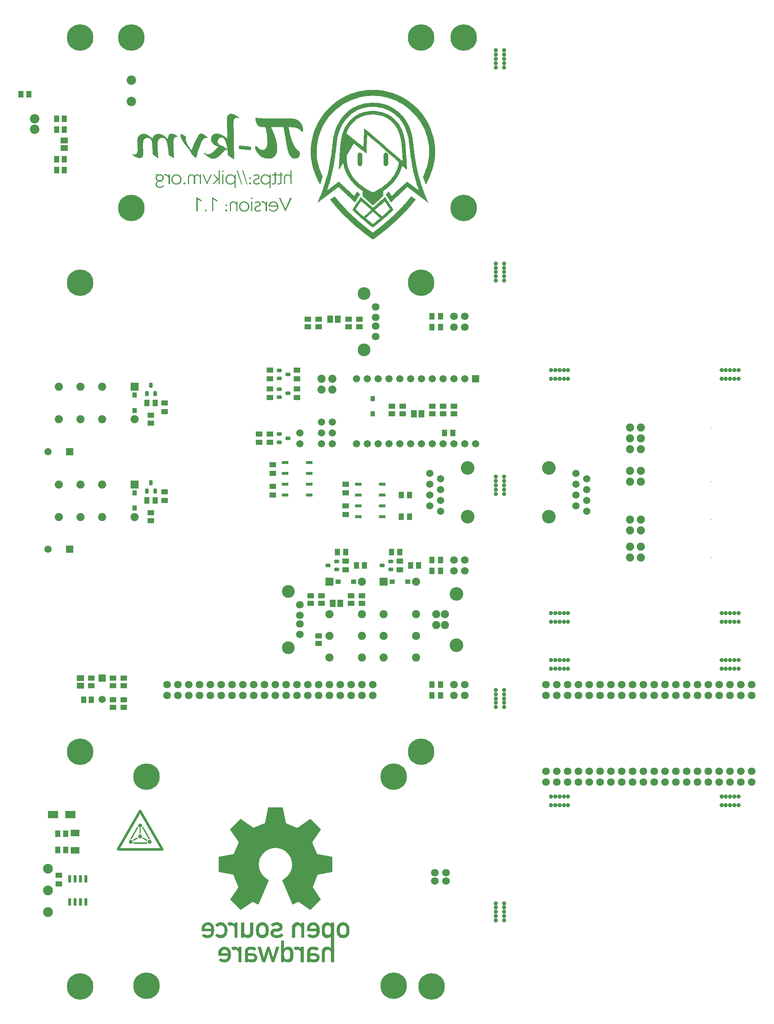
<source format=gbs>
G04 Layer_Color=16711935*
%FSLAX44Y44*%
%MOMM*%
G71*
G01*
G75*
%ADD50C,3.2032*%
%ADD51C,1.9032*%
%ADD52C,1.8032*%
%ADD53C,3.0032*%
%ADD54C,2.2032*%
%ADD55C,6.2032*%
%ADD56R,1.9032X1.9032*%
%ADD57R,1.9032X1.9032*%
%ADD58C,2.3032*%
%ADD59C,3.2000*%
%ADD60C,1.7032*%
%ADD61R,1.7032X1.7032*%
%ADD62R,1.7032X1.7032*%
%ADD63C,0.2032*%
%ADD64C,1.0032*%
%ADD65R,1.6032X1.1532*%
%ADD66R,1.1532X1.6032*%
%ADD67R,1.6032X1.2532*%
%ADD68R,0.8032X1.7532*%
G04:AMPARAMS|DCode=69|XSize=0.8532mm|YSize=1.2032mm|CornerRadius=0.2641mm|HoleSize=0mm|Usage=FLASHONLY|Rotation=180.000|XOffset=0mm|YOffset=0mm|HoleType=Round|Shape=RoundedRectangle|*
%AMROUNDEDRECTD69*
21,1,0.8532,0.6750,0,0,180.0*
21,1,0.3250,1.2032,0,0,180.0*
1,1,0.5282,-0.1625,0.3375*
1,1,0.5282,0.1625,0.3375*
1,1,0.5282,0.1625,-0.3375*
1,1,0.5282,-0.1625,-0.3375*
%
%ADD69ROUNDEDRECTD69*%
G04:AMPARAMS|DCode=70|XSize=0.8532mm|YSize=1.2032mm|CornerRadius=0.2641mm|HoleSize=0mm|Usage=FLASHONLY|Rotation=270.000|XOffset=0mm|YOffset=0mm|HoleType=Round|Shape=RoundedRectangle|*
%AMROUNDEDRECTD70*
21,1,0.8532,0.6750,0,0,270.0*
21,1,0.3250,1.2032,0,0,270.0*
1,1,0.5282,-0.3375,-0.1625*
1,1,0.5282,-0.3375,0.1625*
1,1,0.5282,0.3375,0.1625*
1,1,0.5282,0.3375,-0.1625*
%
%ADD70ROUNDEDRECTD70*%
%ADD71R,1.6532X1.3532*%
%ADD72R,1.3532X1.6532*%
%ADD73R,2.0032X1.6032*%
%ADD74R,1.5032X0.8032*%
%ADD75R,1.0032X1.1532*%
%ADD76R,2.4032X1.7532*%
%ADD77R,1.1532X1.0032*%
%ADD78R,1.2532X1.6032*%
G36*
X420076Y1606643D02*
X417715Y1603958D01*
X415309Y1606643D01*
X417715Y1609373D01*
X420076Y1606643D01*
D02*
G37*
G36*
X556367Y1591510D02*
X541650Y1623812D01*
X545028D01*
X556321Y1598590D01*
X556459D01*
X568075Y1623812D01*
X571546D01*
X556367Y1591510D01*
D02*
G37*
G36*
X360284Y1617796D02*
X359173Y1615574D01*
X351028Y1620619D01*
X350796Y1620480D01*
Y1592296D01*
X347881Y1592250D01*
Y1625478D01*
X348251Y1625524D01*
X360284Y1617796D01*
D02*
G37*
G36*
X479914Y1623164D02*
X477785Y1620758D01*
X475657Y1623164D01*
X477785Y1625571D01*
X479914Y1623164D01*
D02*
G37*
G36*
X397260Y1617796D02*
X396150Y1615574D01*
X388005Y1620619D01*
X387773Y1620480D01*
Y1592296D01*
X384858Y1592250D01*
Y1625478D01*
X385228Y1625524D01*
X397260Y1617796D01*
D02*
G37*
G36*
X434561Y1615852D02*
X435209Y1615806D01*
X435764Y1615713D01*
X436273Y1615621D01*
X436644Y1615482D01*
X436968Y1615389D01*
X437153Y1615343D01*
X437199Y1615297D01*
X437662Y1615065D01*
X438125Y1614834D01*
X438495Y1614603D01*
X438819Y1614371D01*
X439096Y1614186D01*
X439282Y1614047D01*
X439420Y1613955D01*
X439467Y1613909D01*
X440068Y1613353D01*
X440485Y1612937D01*
X440670Y1612751D01*
X440762Y1612613D01*
X440809Y1612520D01*
X440855Y1612474D01*
X441133Y1612057D01*
X441318Y1611733D01*
X441364Y1611595D01*
X441410Y1611548D01*
X441503D01*
Y1615343D01*
X444326D01*
Y1592250D01*
X441503D01*
Y1605254D01*
Y1605856D01*
X441410Y1606458D01*
X441364Y1606967D01*
X441272Y1607476D01*
X441179Y1607846D01*
X441133Y1608124D01*
X441040Y1608355D01*
Y1608401D01*
X440809Y1608957D01*
X440577Y1609419D01*
X440346Y1609836D01*
X440115Y1610252D01*
X439929Y1610530D01*
X439744Y1610762D01*
X439652Y1610900D01*
X439605Y1610947D01*
X439235Y1611363D01*
X438819Y1611687D01*
X438448Y1611965D01*
X438125Y1612242D01*
X437800Y1612428D01*
X437569Y1612566D01*
X437384Y1612613D01*
X437338Y1612659D01*
X436829Y1612890D01*
X436320Y1613029D01*
X435857Y1613168D01*
X435394Y1613214D01*
X435024Y1613261D01*
X434700Y1613307D01*
X434422D01*
X433589Y1613261D01*
X432802Y1613075D01*
X432155Y1612844D01*
X431553Y1612613D01*
X431090Y1612335D01*
X430720Y1612104D01*
X430535Y1611918D01*
X430442Y1611872D01*
X429887Y1611271D01*
X429470Y1610576D01*
X429193Y1609836D01*
X428961Y1609095D01*
X428869Y1608448D01*
X428823Y1607939D01*
X428776Y1607707D01*
Y1607568D01*
Y1607476D01*
Y1607429D01*
Y1592250D01*
X425953D01*
Y1607476D01*
X425999Y1608216D01*
X426046Y1608910D01*
X426185Y1609512D01*
X426277Y1610067D01*
X426416Y1610484D01*
X426555Y1610808D01*
X426601Y1610993D01*
X426647Y1611085D01*
X426925Y1611687D01*
X427203Y1612196D01*
X427480Y1612659D01*
X427758Y1613029D01*
X428036Y1613353D01*
X428221Y1613584D01*
X428360Y1613723D01*
X428406Y1613770D01*
X428823Y1614140D01*
X429285Y1614464D01*
X429702Y1614742D01*
X430072Y1614973D01*
X430442Y1615112D01*
X430720Y1615251D01*
X430905Y1615343D01*
X430951D01*
X431460Y1615528D01*
X431969Y1615667D01*
X432478Y1615760D01*
X432941Y1615852D01*
X433312D01*
X433589Y1615898D01*
X433867D01*
X434561Y1615852D01*
D02*
G37*
G36*
X420122Y1594657D02*
X417715Y1591972D01*
X415355Y1594657D01*
X417715Y1597387D01*
X420122Y1594657D01*
D02*
G37*
G36*
X479174Y1592250D02*
X476351D01*
Y1615343D01*
X479174D01*
Y1592250D01*
D02*
G37*
G36*
X529525Y1615852D02*
X530404Y1615760D01*
X531191Y1615574D01*
X531839Y1615436D01*
X532441Y1615251D01*
X532857Y1615065D01*
X533135Y1614973D01*
X533181Y1614927D01*
X533227D01*
X534014Y1614556D01*
X534708Y1614140D01*
X535310Y1613723D01*
X535865Y1613307D01*
X536328Y1612890D01*
X536652Y1612613D01*
X536837Y1612428D01*
X536930Y1612335D01*
X537485Y1611687D01*
X537948Y1611039D01*
X538364Y1610391D01*
X538688Y1609790D01*
X538966Y1609281D01*
X539151Y1608864D01*
X539290Y1608586D01*
X539336Y1608540D01*
Y1608494D01*
X539614Y1607661D01*
X539845Y1606828D01*
X539984Y1606041D01*
X540123Y1605301D01*
X540169Y1604699D01*
X540215Y1604190D01*
Y1604005D01*
Y1603866D01*
Y1603820D01*
Y1603773D01*
X540169Y1602848D01*
X540077Y1601969D01*
X539938Y1601182D01*
X539753Y1600488D01*
X539568Y1599886D01*
X539429Y1599423D01*
X539383Y1599284D01*
X539336Y1599146D01*
X539290Y1599099D01*
Y1599053D01*
X538920Y1598266D01*
X538457Y1597526D01*
X538040Y1596878D01*
X537624Y1596322D01*
X537254Y1595860D01*
X536976Y1595490D01*
X536791Y1595304D01*
X536698Y1595212D01*
X536050Y1594610D01*
X535402Y1594101D01*
X534755Y1593638D01*
X534153Y1593314D01*
X533644Y1592990D01*
X533227Y1592805D01*
X532950Y1592666D01*
X532904Y1592620D01*
X532857D01*
X532024Y1592296D01*
X531191Y1592065D01*
X530404Y1591926D01*
X529664Y1591833D01*
X529062Y1591741D01*
X528600Y1591695D01*
X527535D01*
X526887Y1591787D01*
X526286Y1591833D01*
X525776Y1591926D01*
X525360Y1592019D01*
X525036Y1592065D01*
X524851Y1592157D01*
X524758D01*
X524157Y1592343D01*
X523601Y1592574D01*
X523092Y1592805D01*
X522630Y1592990D01*
X522259Y1593176D01*
X521982Y1593361D01*
X521797Y1593453D01*
X521750Y1593499D01*
X520778Y1594240D01*
X520362Y1594610D01*
X519992Y1594934D01*
X519668Y1595212D01*
X519436Y1595490D01*
X519297Y1595628D01*
X519251Y1595675D01*
X518835Y1596137D01*
X518465Y1596647D01*
X518140Y1597109D01*
X517863Y1597526D01*
X517631Y1597850D01*
X517493Y1598174D01*
X517400Y1598359D01*
X517354Y1598405D01*
X520640D01*
X521149Y1597711D01*
X521658Y1597155D01*
X522213Y1596600D01*
X522722Y1596184D01*
X523185Y1595860D01*
X523555Y1595582D01*
X523787Y1595443D01*
X523833Y1595397D01*
X523879D01*
X524620Y1595027D01*
X525360Y1594749D01*
X526101Y1594564D01*
X526748Y1594425D01*
X527350Y1594332D01*
X527766Y1594286D01*
X528183D01*
X528877Y1594332D01*
X529525Y1594425D01*
X530127Y1594518D01*
X530636Y1594657D01*
X531052Y1594795D01*
X531423Y1594934D01*
X531608Y1594980D01*
X531700Y1595027D01*
X532302Y1595351D01*
X532857Y1595675D01*
X533366Y1595999D01*
X533783Y1596322D01*
X534153Y1596600D01*
X534384Y1596832D01*
X534570Y1597017D01*
X534616Y1597063D01*
X535079Y1597572D01*
X535449Y1598081D01*
X535773Y1598590D01*
X536097Y1599053D01*
X536282Y1599469D01*
X536467Y1599793D01*
X536559Y1599978D01*
X536606Y1600071D01*
X536837Y1600719D01*
X537022Y1601413D01*
X537115Y1602015D01*
X537207Y1602570D01*
X537254Y1603079D01*
X537300Y1603449D01*
Y1603681D01*
Y1603773D01*
X516799D01*
X516845Y1604699D01*
X516937Y1605578D01*
X517030Y1606365D01*
X517169Y1607059D01*
X517354Y1607661D01*
X517446Y1608124D01*
X517493Y1608262D01*
X517539Y1608401D01*
X517585Y1608448D01*
Y1608494D01*
X517909Y1609281D01*
X518279Y1610021D01*
X518650Y1610669D01*
X519020Y1611271D01*
X519390Y1611687D01*
X519668Y1612057D01*
X519853Y1612242D01*
X519899Y1612335D01*
X520501Y1612937D01*
X521149Y1613446D01*
X521750Y1613909D01*
X522352Y1614279D01*
X522861Y1614556D01*
X523278Y1614742D01*
X523555Y1614880D01*
X523601Y1614927D01*
X523648D01*
X524481Y1615251D01*
X525360Y1615482D01*
X526193Y1615667D01*
X526980Y1615760D01*
X527628Y1615852D01*
X528183Y1615898D01*
X528646D01*
X529525Y1615852D01*
D02*
G37*
G36*
X503007Y1616176D02*
X504025Y1615991D01*
X504905Y1615760D01*
X505691Y1615482D01*
X506339Y1615158D01*
X506848Y1614927D01*
X507034Y1614834D01*
X507173Y1614742D01*
X507219Y1614695D01*
X507265D01*
X508098Y1614094D01*
X508746Y1613399D01*
X509348Y1612705D01*
X509764Y1612011D01*
X510088Y1611409D01*
X510319Y1610900D01*
X510412Y1610715D01*
X510458Y1610576D01*
X510504Y1610484D01*
Y1610437D01*
X510643D01*
Y1615343D01*
X513327D01*
Y1592250D01*
X510504D01*
Y1604005D01*
X510458Y1604699D01*
X510412Y1605347D01*
X510319Y1605948D01*
X510227Y1606458D01*
X510134Y1606920D01*
X510042Y1607244D01*
X509949Y1607429D01*
Y1607522D01*
X509718Y1608124D01*
X509440Y1608679D01*
X509162Y1609188D01*
X508931Y1609604D01*
X508700Y1609975D01*
X508515Y1610206D01*
X508376Y1610391D01*
X508329Y1610437D01*
X507913Y1610900D01*
X507496Y1611271D01*
X507126Y1611595D01*
X506756Y1611872D01*
X506432Y1612104D01*
X506201Y1612242D01*
X506016Y1612335D01*
X505969Y1612381D01*
X505460Y1612613D01*
X504951Y1612798D01*
X504488Y1612937D01*
X504072Y1613029D01*
X503702Y1613075D01*
X503378Y1613122D01*
X503146D01*
X502452Y1613075D01*
X501850Y1612983D01*
X501573Y1612890D01*
X501388Y1612844D01*
X501295Y1612798D01*
X501249D01*
X500462Y1616130D01*
X500740Y1616176D01*
X501203D01*
X501434Y1616222D01*
X501897D01*
X503007Y1616176D01*
D02*
G37*
G36*
X553594Y-133292D02*
X553594Y-134466D01*
X553594Y-134466D01*
X553594D01*
X553594Y-136066D01*
X554507Y-135243D01*
X554864Y-134955D01*
X555440Y-134490D01*
X556398Y-133815D01*
X557387Y-133224D01*
X558410Y-132725D01*
X559472Y-132324D01*
X560578Y-132029D01*
X561734Y-131847D01*
X562942Y-131785D01*
X564372Y-131857D01*
X565712Y-132067D01*
X566964Y-132403D01*
X568128Y-132855D01*
X569204Y-133414D01*
X570193Y-134067D01*
X571095Y-134806D01*
X571912Y-135619D01*
X572645Y-136495D01*
X573259Y-137352D01*
X573775Y-138247D01*
X574199Y-139238D01*
X574538Y-140379D01*
X574800Y-141725D01*
X574991Y-143331D01*
X575119Y-145254D01*
X575191Y-147547D01*
X575213Y-150267D01*
X575191Y-153006D01*
X575119Y-155314D01*
X574991Y-157247D01*
X574800Y-158862D01*
X574538Y-160213D01*
X574199Y-161358D01*
X573775Y-162351D01*
X573259Y-163248D01*
X572645Y-164105D01*
X571912Y-164981D01*
X571095Y-165793D01*
X570193Y-166532D01*
X569204Y-167185D01*
X568128Y-167744D01*
X566964Y-168197D01*
X565712Y-168534D01*
X564372Y-168743D01*
X562942Y-168816D01*
X561719Y-168753D01*
X560529Y-168572D01*
X559377Y-168278D01*
X558268Y-167881D01*
X557210Y-167387D01*
X556208Y-166805D01*
X555801Y-166518D01*
X554864Y-165803D01*
X554864D01*
X553999Y-165011D01*
X553594Y-164605D01*
X553594Y-166393D01*
X553594Y-167568D01*
Y-168386D01*
X546318D01*
Y-117584D01*
X553594D01*
Y-133292D01*
D02*
G37*
G36*
X539088Y-74791D02*
X541395Y-75209D01*
X543504Y-75904D01*
X545379Y-76873D01*
X546989Y-78116D01*
X548300Y-79630D01*
X549277Y-81413D01*
X549888Y-83464D01*
X550099Y-85782D01*
X549939Y-87752D01*
X549475Y-89523D01*
X548730Y-91092D01*
X547728Y-92455D01*
X546493Y-93609D01*
X545047Y-94549D01*
X543414Y-95273D01*
X541619Y-95777D01*
X539684Y-96056D01*
X533261Y-96626D01*
X532451Y-96720D01*
X531694Y-96866D01*
X531003Y-97074D01*
X530387Y-97356D01*
X529859Y-97719D01*
X529428Y-98175D01*
X529107Y-98732D01*
X528906Y-99402D01*
X528837Y-100194D01*
X528946Y-101161D01*
X529261Y-102017D01*
X529768Y-102760D01*
X530451Y-103390D01*
X531295Y-103907D01*
X532284Y-104310D01*
X533404Y-104598D01*
X534639Y-104772D01*
X535973Y-104830D01*
X537538Y-104772D01*
X539008Y-104599D01*
X540391Y-104310D01*
X541696Y-103907D01*
X542933Y-103391D01*
X544111Y-102761D01*
X545240Y-102017D01*
X546329Y-101162D01*
X547387Y-100194D01*
X551786Y-104530D01*
X551747Y-105800D01*
X550878Y-106555D01*
X549248Y-107761D01*
X547566Y-108804D01*
X545835Y-109685D01*
X544057Y-110404D01*
X542235Y-110963D01*
X540374Y-111361D01*
X538475Y-111600D01*
X536541Y-111679D01*
X533810Y-111530D01*
X531255Y-111089D01*
X528915Y-110364D01*
X526828Y-109364D01*
X525034Y-108098D01*
X523572Y-106575D01*
X522479Y-104803D01*
X521795Y-102791D01*
X521558Y-100549D01*
X521671Y-98672D01*
X522018Y-96908D01*
X522612Y-95281D01*
X523465Y-93814D01*
X524589Y-92530D01*
X525996Y-91454D01*
X527700Y-90609D01*
X529713Y-90017D01*
X532046Y-89704D01*
X538040Y-89279D01*
X539162Y-89137D01*
X540110Y-88911D01*
X540896Y-88611D01*
X541530Y-88248D01*
X542023Y-87832D01*
X542388Y-87374D01*
X542634Y-86884D01*
X542774Y-86374D01*
X542818Y-85852D01*
X542758Y-85046D01*
X542569Y-84297D01*
X542240Y-83616D01*
X541757Y-83011D01*
X541109Y-82494D01*
X540282Y-82075D01*
X539266Y-81762D01*
X538047Y-81568D01*
X536613Y-81501D01*
X535340Y-81550D01*
X534133Y-81694D01*
X532986Y-81927D01*
X531889Y-82242D01*
X530836Y-82634D01*
X529819Y-83097D01*
X528830Y-83625D01*
X527862Y-84213D01*
X526907Y-84853D01*
X523008Y-80274D01*
X523134Y-79010D01*
X523632Y-78618D01*
X524913Y-77746D01*
X526270Y-76967D01*
X527713Y-76289D01*
X529253Y-75718D01*
X530902Y-75262D01*
X532672Y-74927D01*
X534572Y-74721D01*
X536615Y-74651D01*
X539088Y-74791D01*
D02*
G37*
G36*
X624567Y-131839D02*
X626218Y-132007D01*
X627767Y-132297D01*
X629216Y-132718D01*
X630565Y-133277D01*
X631818Y-133983D01*
X632976Y-134844D01*
X634040Y-135869D01*
X634437Y-136357D01*
X634287Y-137619D01*
X629927Y-140943D01*
X628857Y-140777D01*
X628359Y-140231D01*
X627799Y-139775D01*
X627166Y-139404D01*
X626446Y-139111D01*
X625627Y-138893D01*
X624697Y-138744D01*
X623644Y-138658D01*
X622455Y-138631D01*
X620830Y-138677D01*
X619419Y-138822D01*
X618217Y-139073D01*
X617218Y-139439D01*
X616415Y-139927D01*
X615802Y-140546D01*
X615372Y-141305D01*
X615119Y-142210D01*
X615036Y-143270D01*
Y-147052D01*
X625097D01*
X627548Y-147229D01*
X629718Y-147737D01*
X631605Y-148543D01*
X633206Y-149613D01*
X634519Y-150914D01*
X635544Y-152413D01*
X636278Y-154074D01*
X636720Y-155867D01*
X636868Y-157755D01*
X636696Y-159789D01*
X636185Y-161684D01*
X635349Y-163414D01*
X634197Y-164952D01*
X632741Y-166271D01*
X630992Y-167344D01*
X628961Y-168143D01*
X626659Y-168643D01*
X624098Y-168816D01*
X622544Y-168773D01*
X621159Y-168644D01*
X619930Y-168427D01*
X618845Y-168121D01*
X617893Y-167722D01*
X617240Y-167335D01*
X616306Y-166605D01*
X616306Y-166604D01*
X615545Y-165709D01*
X615179Y-165175D01*
X615036Y-165175D01*
Y-167097D01*
X615036Y-168386D01*
X607757D01*
Y-143700D01*
X607980Y-140942D01*
X608629Y-138600D01*
X609678Y-136648D01*
X611099Y-135062D01*
X612864Y-133818D01*
X614945Y-132893D01*
X617315Y-132261D01*
X619947Y-131900D01*
X622812Y-131785D01*
X624567Y-131839D01*
D02*
G37*
G36*
X504303Y-74733D02*
X505937Y-74978D01*
X507416Y-75358D01*
X508750Y-75854D01*
X509945Y-76441D01*
X511009Y-77101D01*
X511951Y-77809D01*
X512776Y-78545D01*
X513494Y-79287D01*
X514361Y-80314D01*
X515111Y-81376D01*
X515748Y-82511D01*
X516276Y-83762D01*
X516699Y-85166D01*
X517020Y-86765D01*
X517245Y-88599D01*
X517377Y-90707D01*
X517420Y-93129D01*
X517377Y-95572D01*
X517245Y-97696D01*
X517020Y-99542D01*
X516699Y-101150D01*
X516276Y-102561D01*
X515748Y-103815D01*
X515111Y-104953D01*
X514361Y-106015D01*
X513494Y-107042D01*
X512776Y-107783D01*
X511951Y-108519D01*
X511009Y-109227D01*
X509945Y-109885D01*
X508750Y-110473D01*
X507416Y-110967D01*
X505937Y-111347D01*
X504303Y-111591D01*
X502508Y-111677D01*
X500712Y-111591D01*
X499077Y-111347D01*
X497597Y-110967D01*
X496263Y-110473D01*
X495067Y-109885D01*
X494003Y-109227D01*
X493061Y-108519D01*
X492236Y-107783D01*
X491518Y-107042D01*
X490651Y-106015D01*
X489901Y-104952D01*
X489265Y-103814D01*
X488738Y-102560D01*
X488316Y-101149D01*
X487995Y-99541D01*
X487770Y-97695D01*
X487639Y-95571D01*
X487596Y-93129D01*
X487639Y-90707D01*
X487770Y-88599D01*
X487995Y-86765D01*
X488316Y-85166D01*
X488738Y-83761D01*
X489265Y-82510D01*
X489901Y-81375D01*
X490651Y-80313D01*
X491518Y-79287D01*
X492236Y-78545D01*
X493061Y-77809D01*
X494003Y-77101D01*
X495067Y-76441D01*
X496263Y-75854D01*
X497597Y-75358D01*
X499077Y-74978D01*
X500712Y-74733D01*
X502508Y-74647D01*
X504303Y-74733D01*
D02*
G37*
G36*
X428932Y-74700D02*
X430149Y-74858D01*
X431317Y-75123D01*
X432432Y-75493D01*
X433490Y-75969D01*
X434489Y-76550D01*
X435055Y-76966D01*
X435961Y-77727D01*
X435961D01*
X436774Y-78573D01*
X437090Y-78928D01*
X437231Y-78928D01*
X437231Y-77215D01*
D01*
X437231Y-75974D01*
X438129Y-75076D01*
X444510D01*
X444510Y-111248D01*
X437231D01*
Y-89489D01*
X437106Y-87838D01*
X436751Y-86405D01*
X436193Y-85181D01*
X435461Y-84162D01*
X434582Y-83341D01*
X433586Y-82713D01*
X432499Y-82272D01*
X431350Y-82011D01*
X430168Y-81926D01*
X429571Y-81945D01*
X429013Y-82003D01*
X428483Y-82103D01*
X427974Y-82247D01*
X427474Y-82437D01*
X426975Y-82676D01*
X426467Y-82966D01*
X425941Y-83309D01*
X425387Y-83709D01*
X420702Y-78137D01*
X420722Y-77976D01*
X421147Y-76693D01*
X421618Y-76387D01*
X422402Y-75947D01*
X423209Y-75564D01*
X424041Y-75243D01*
X424900Y-74988D01*
X425790Y-74801D01*
X426712Y-74686D01*
X427670Y-74647D01*
X428932Y-74700D01*
D02*
G37*
G36*
X693779Y-74733D02*
X695414Y-74978D01*
X696894Y-75358D01*
X698228Y-75854D01*
X699424Y-76441D01*
X700489Y-77101D01*
X701430Y-77809D01*
X702256Y-78545D01*
X702973Y-79287D01*
X703840Y-80314D01*
X704590Y-81376D01*
X705227Y-82511D01*
X705754Y-83762D01*
X706176Y-85166D01*
X706497Y-86765D01*
X706721Y-88599D01*
X706853Y-90707D01*
X706896Y-93129D01*
X706853Y-95572D01*
X706721Y-97696D01*
X706497Y-99542D01*
X706176Y-101150D01*
X705754Y-102561D01*
X705227Y-103815D01*
X704590Y-104953D01*
X703840Y-106015D01*
X702973Y-107042D01*
X702256Y-107783D01*
X701430Y-108519D01*
X700489Y-109227D01*
X699424Y-109885D01*
X698228Y-110473D01*
X696894Y-110967D01*
X695414Y-111347D01*
X693779Y-111591D01*
X691984Y-111677D01*
X690189Y-111591D01*
X688555Y-111347D01*
X687075Y-110967D01*
X685741Y-110473D01*
X684545Y-109885D01*
X683481Y-109227D01*
X682539Y-108519D01*
X681713Y-107783D01*
X680996Y-107042D01*
X680129Y-106015D01*
X679379Y-104952D01*
X678742Y-103814D01*
X678214Y-102560D01*
X677792Y-101149D01*
X677471Y-99541D01*
X677246Y-97695D01*
X677114Y-95571D01*
X677072Y-93129D01*
X677114Y-90707D01*
X677246Y-88599D01*
X677471Y-86765D01*
X677792Y-85166D01*
X678214Y-83761D01*
X678742Y-82510D01*
X679379Y-81375D01*
X680129Y-80313D01*
X680996Y-79287D01*
X681713Y-78545D01*
X682539Y-77809D01*
X683481Y-77101D01*
X684545Y-76441D01*
X685741Y-75854D01*
X687075Y-75358D01*
X688555Y-74978D01*
X690189Y-74733D01*
X691984Y-74647D01*
X693779Y-74733D01*
D02*
G37*
G36*
X584187Y-131838D02*
X585404Y-131997D01*
X586572Y-132261D01*
X587686Y-132631D01*
X588745Y-133107D01*
X589743Y-133688D01*
X590310Y-134105D01*
X591216Y-134867D01*
X591216D01*
X592029Y-135713D01*
X592343Y-136066D01*
X592486Y-136066D01*
X592486Y-134356D01*
D01*
X592486Y-133112D01*
X593384Y-132214D01*
X599763D01*
Y-168386D01*
X592486D01*
Y-146623D01*
X592361Y-144974D01*
X592006Y-143540D01*
X591447Y-142317D01*
X590715Y-141298D01*
X589836Y-140477D01*
X588839Y-139848D01*
X587752Y-139406D01*
X586603Y-139145D01*
X585421Y-139060D01*
X584825Y-139079D01*
X584267Y-139137D01*
X583738Y-139237D01*
X583228Y-139381D01*
X582728Y-139572D01*
X582229Y-139811D01*
X581721Y-140102D01*
X581194Y-140447D01*
X580640Y-140847D01*
X575957Y-135275D01*
X575976Y-135116D01*
X576402Y-133830D01*
X576871Y-133526D01*
X577655Y-133085D01*
X578462Y-132703D01*
X579295Y-132382D01*
X580155Y-132126D01*
X581045Y-131939D01*
X581968Y-131824D01*
X582925Y-131785D01*
X584187Y-131838D01*
D02*
G37*
G36*
X437949D02*
X439166Y-131997D01*
X440333Y-132261D01*
X441447Y-132631D01*
X442505Y-133107D01*
X443503Y-133688D01*
X444072Y-134107D01*
X444978Y-134869D01*
X444978Y-134869D01*
X445791Y-135715D01*
X446103Y-136066D01*
X446248Y-136066D01*
X446248Y-134358D01*
D01*
X446248Y-133112D01*
X447146Y-132214D01*
X453523D01*
Y-168386D01*
X446248D01*
Y-146623D01*
X446124Y-144974D01*
X445768Y-143540D01*
X445210Y-142317D01*
X444478Y-141298D01*
X443600Y-140477D01*
X442603Y-139848D01*
X441516Y-139406D01*
X440368Y-139145D01*
X439185Y-139060D01*
X438588Y-139079D01*
X438030Y-139137D01*
X437501Y-139237D01*
X436991Y-139381D01*
X436491Y-139572D01*
X435992Y-139811D01*
X435484Y-140102D01*
X434958Y-140447D01*
X434404Y-140847D01*
X429719Y-135275D01*
X429738Y-135116D01*
X430164Y-133830D01*
X430634Y-133526D01*
X431418Y-133085D01*
X432226Y-132703D01*
X433058Y-132382D01*
X433919Y-132126D01*
X434809Y-131939D01*
X435731Y-131824D01*
X436687Y-131785D01*
X437949Y-131838D01*
D02*
G37*
G36*
X416430Y-131959D02*
X418779Y-132514D01*
X421051Y-133487D01*
X423173Y-134921D01*
X425073Y-136854D01*
X426677Y-139329D01*
X427913Y-142385D01*
X428708Y-146062D01*
X428989Y-150402D01*
X428683Y-154942D01*
X427818Y-158711D01*
X426476Y-161772D01*
X424738Y-164188D01*
X422684Y-166022D01*
X420396Y-167338D01*
X417954Y-168200D01*
X415440Y-168671D01*
X412935Y-168814D01*
X411327Y-168749D01*
X409742Y-168552D01*
X408187Y-168216D01*
X406669Y-167736D01*
X405195Y-167106D01*
X403772Y-166319D01*
X402407Y-165370D01*
X401108Y-164254D01*
X400517Y-163633D01*
X400583Y-162364D01*
X405160Y-158467D01*
X405905Y-159170D01*
X406703Y-159802D01*
X407547Y-160358D01*
X408429Y-160837D01*
X409338Y-161235D01*
X410266Y-161550D01*
X411205Y-161778D01*
X412145Y-161917D01*
X413078Y-161964D01*
X414690Y-161853D01*
X416182Y-161521D01*
X417536Y-160968D01*
X418734Y-160194D01*
X419755Y-159201D01*
X420583Y-157990D01*
X421197Y-156560D01*
X421579Y-154912D01*
X421710Y-153047D01*
X399169D01*
Y-147050D01*
X399417Y-144065D01*
X400130Y-141354D01*
X401259Y-138938D01*
X402755Y-136838D01*
X404572Y-135073D01*
X406661Y-133664D01*
X408973Y-132633D01*
X411461Y-131999D01*
X414077Y-131783D01*
X416430Y-131959D01*
D02*
G37*
G36*
X478329Y-131839D02*
X479980Y-132007D01*
X481529Y-132297D01*
X482978Y-132718D01*
X484328Y-133277D01*
X485581Y-133983D01*
X486739Y-134844D01*
X487804Y-135869D01*
X488201Y-136357D01*
X488051Y-137619D01*
X483689Y-140943D01*
X482619Y-140777D01*
X482121Y-140231D01*
X481562Y-139775D01*
X480929Y-139404D01*
X480210Y-139111D01*
X479392Y-138893D01*
X478463Y-138744D01*
X477410Y-138658D01*
X476222Y-138631D01*
X474595Y-138677D01*
X473184Y-138822D01*
X471982Y-139073D01*
X470983Y-139439D01*
X470179Y-139927D01*
X469566Y-140546D01*
X469136Y-141305D01*
X468883Y-142210D01*
X468800Y-143270D01*
Y-147052D01*
X478861D01*
X481312Y-147229D01*
X483482Y-147737D01*
X485368Y-148543D01*
X486970Y-149613D01*
X488284Y-150914D01*
X489309Y-152413D01*
X490044Y-154074D01*
X490486Y-155867D01*
X490634Y-157755D01*
X490461Y-159789D01*
X489951Y-161684D01*
X489114Y-163414D01*
X487962Y-164952D01*
X486506Y-166271D01*
X484756Y-167344D01*
X482725Y-168143D01*
X480423Y-168643D01*
X477861Y-168816D01*
X476309Y-168773D01*
X474924Y-168644D01*
X473694Y-168427D01*
X472609Y-168121D01*
X471657Y-167722D01*
X471003Y-167335D01*
X470069Y-166604D01*
X470069Y-166604D01*
X470069Y-166604D01*
X469308Y-165709D01*
X468941Y-165175D01*
X468800Y-165175D01*
X468798Y-167071D01*
X468798Y-167071D01*
X468798Y-167096D01*
X468798D01*
X468798Y-168386D01*
X461519D01*
Y-143700D01*
X461742Y-140942D01*
X462392Y-138600D01*
X463441Y-136648D01*
X464862Y-135062D01*
X466627Y-133818D01*
X468708Y-132893D01*
X471078Y-132261D01*
X473709Y-131900D01*
X476574Y-131785D01*
X478329Y-131839D01*
D02*
G37*
G36*
X542096Y-133240D02*
X530866Y-168386D01*
X524445D01*
X517811Y-146167D01*
X517473Y-145037D01*
X517473Y-145037D01*
X517473Y-145037D01*
X517473D01*
X516882Y-143057D01*
X516739D01*
X516148Y-145037D01*
X516148D01*
X516148Y-145037D01*
D01*
X515811Y-146167D01*
X509176Y-168386D01*
X502752D01*
X491524Y-133240D01*
X492273Y-132214D01*
X498904D01*
X504966Y-154414D01*
X505277Y-155552D01*
X505277Y-155552D01*
Y-155552D01*
D01*
X505820Y-157542D01*
X505967D01*
X506602Y-155583D01*
D01*
X506965Y-154461D01*
X514171Y-132214D01*
X519451D01*
X527797Y-157542D01*
X534720Y-132214D01*
X541347D01*
X542096Y-133240D01*
D02*
G37*
G36*
X372362Y1594657D02*
X370002Y1591972D01*
X367596Y1594657D01*
X370002Y1597387D01*
X372362Y1594657D01*
D02*
G37*
G36*
X322104Y1658156D02*
X319743Y1655472D01*
X317337Y1658156D01*
X319743Y1660887D01*
X322104Y1658156D01*
D02*
G37*
G36*
X489864Y1679306D02*
X490420Y1679213D01*
X490929Y1679121D01*
X491299Y1679028D01*
X491623Y1678936D01*
X491808Y1678889D01*
X491854Y1678843D01*
X492317Y1678612D01*
X492780Y1678380D01*
X493150Y1678149D01*
X493474Y1677917D01*
X493752Y1677686D01*
X493937Y1677501D01*
X494076Y1677408D01*
X494122Y1677362D01*
X494677Y1676668D01*
X495094Y1676020D01*
X495233Y1675789D01*
X495325Y1675557D01*
X495418Y1675419D01*
Y1675372D01*
X495649Y1674539D01*
X495742Y1674169D01*
X495788Y1673845D01*
Y1673567D01*
X495834Y1673336D01*
Y1673197D01*
Y1673151D01*
X495788Y1672549D01*
X495742Y1672040D01*
X495649Y1671577D01*
X495556Y1671161D01*
X495464Y1670837D01*
X495371Y1670559D01*
X495279Y1670420D01*
Y1670374D01*
X494770Y1669634D01*
X494538Y1669310D01*
X494307Y1669032D01*
X494122Y1668801D01*
X493937Y1668662D01*
X493844Y1668569D01*
X493798Y1668523D01*
X493150Y1668014D01*
X492548Y1667690D01*
X492317Y1667551D01*
X492132Y1667458D01*
X491993Y1667366D01*
X491947D01*
X491253Y1667135D01*
X490929Y1666996D01*
X490651Y1666949D01*
X490466Y1666857D01*
X490281Y1666811D01*
X490188Y1666764D01*
X490142D01*
X489309Y1666487D01*
X488892Y1666394D01*
X488568Y1666302D01*
X488291Y1666209D01*
X488059Y1666116D01*
X487920Y1666070D01*
X487874D01*
X487088Y1665793D01*
X486717Y1665654D01*
X486440Y1665515D01*
X486162Y1665422D01*
X485977Y1665330D01*
X485884Y1665283D01*
X485838Y1665237D01*
X485236Y1664821D01*
X484820Y1664404D01*
X484635Y1664219D01*
X484542Y1664080D01*
X484450Y1663988D01*
Y1663941D01*
X484264Y1663617D01*
X484126Y1663293D01*
X483941Y1662646D01*
Y1662322D01*
X483894Y1662137D01*
Y1661951D01*
Y1661905D01*
X483941Y1661211D01*
X484126Y1660609D01*
X484357Y1660054D01*
X484635Y1659637D01*
X484959Y1659313D01*
X485190Y1659036D01*
X485375Y1658897D01*
X485421Y1658851D01*
X486023Y1658480D01*
X486625Y1658249D01*
X487226Y1658064D01*
X487782Y1657925D01*
X488291Y1657832D01*
X488661Y1657786D01*
X489031D01*
X489772Y1657832D01*
X490096Y1657879D01*
X490420Y1657925D01*
X490651D01*
X490836Y1657971D01*
X490929Y1658018D01*
X490975D01*
X491576Y1658249D01*
X492086Y1658480D01*
X492271Y1658573D01*
X492410Y1658665D01*
X492502Y1658712D01*
X492548D01*
X493057Y1659082D01*
X493428Y1659360D01*
X493705Y1659591D01*
X493752Y1659684D01*
X493798D01*
X494168Y1660100D01*
X494446Y1660424D01*
X494631Y1660609D01*
X494677Y1660702D01*
X496528Y1658712D01*
X495788Y1657971D01*
X495418Y1657647D01*
X495140Y1657416D01*
X494862Y1657185D01*
X494677Y1657046D01*
X494538Y1656953D01*
X494492Y1656907D01*
X493705Y1656444D01*
X493381Y1656259D01*
X493057Y1656074D01*
X492826Y1655981D01*
X492641Y1655889D01*
X492502Y1655796D01*
X492456D01*
X491762Y1655565D01*
X491206Y1655426D01*
X490975Y1655380D01*
X490836Y1655334D01*
X490697D01*
X490096Y1655241D01*
X489633Y1655195D01*
X488568D01*
X487920Y1655287D01*
X487365Y1655334D01*
X486856Y1655426D01*
X486440Y1655519D01*
X486162Y1655565D01*
X485930Y1655657D01*
X485884D01*
X485329Y1655842D01*
X484820Y1656074D01*
X484403Y1656305D01*
X484033Y1656490D01*
X483709Y1656676D01*
X483478Y1656861D01*
X483339Y1656953D01*
X483293Y1657000D01*
X482876Y1657370D01*
X482552Y1657740D01*
X482275Y1658110D01*
X481997Y1658434D01*
X481812Y1658712D01*
X481673Y1658990D01*
X481627Y1659128D01*
X481580Y1659175D01*
X481395Y1659684D01*
X481210Y1660193D01*
X481118Y1660656D01*
X481071Y1661118D01*
X481025Y1661488D01*
X480979Y1661766D01*
Y1661998D01*
Y1662044D01*
X481025Y1662646D01*
X481071Y1663155D01*
X481164Y1663617D01*
X481256Y1664034D01*
X481395Y1664358D01*
X481488Y1664589D01*
X481534Y1664728D01*
X481580Y1664774D01*
X482043Y1665515D01*
X482275Y1665839D01*
X482506Y1666116D01*
X482691Y1666348D01*
X482876Y1666487D01*
X482969Y1666579D01*
X483015Y1666626D01*
X483663Y1667135D01*
X484311Y1667505D01*
X484542Y1667597D01*
X484727Y1667690D01*
X484866Y1667782D01*
X484912D01*
X485606Y1668060D01*
X485930Y1668153D01*
X486208Y1668245D01*
X486440Y1668338D01*
X486625Y1668384D01*
X486717Y1668430D01*
X486763D01*
X487597Y1668662D01*
X487967Y1668754D01*
X488291Y1668847D01*
X488615Y1668939D01*
X488846Y1668986D01*
X488985Y1669032D01*
X489031D01*
X489818Y1669263D01*
X490142Y1669356D01*
X490466Y1669495D01*
X490697Y1669587D01*
X490882Y1669680D01*
X491021Y1669726D01*
X491067D01*
X491669Y1670096D01*
X492132Y1670513D01*
X492271Y1670652D01*
X492410Y1670791D01*
X492456Y1670883D01*
X492502Y1670929D01*
X492687Y1671253D01*
X492780Y1671577D01*
X492965Y1672225D01*
Y1672503D01*
X493011Y1672734D01*
Y1672919D01*
Y1672966D01*
X492965Y1673475D01*
X492872Y1673938D01*
Y1674076D01*
X492826Y1674215D01*
X492780Y1674308D01*
Y1674354D01*
X492548Y1674817D01*
X492317Y1675233D01*
X492132Y1675465D01*
X492039Y1675557D01*
X491576Y1675927D01*
X491114Y1676205D01*
X490929Y1676298D01*
X490743Y1676390D01*
X490651Y1676437D01*
X490605D01*
X489911Y1676668D01*
X489216Y1676761D01*
X488939Y1676807D01*
X488106D01*
X487782Y1676761D01*
X487504Y1676714D01*
X487411D01*
X486949Y1676668D01*
X486486Y1676575D01*
X486301Y1676529D01*
X486208Y1676483D01*
X486116Y1676437D01*
X486069D01*
X485514Y1676252D01*
X485005Y1676020D01*
X484820Y1675881D01*
X484681Y1675835D01*
X484588Y1675742D01*
X484542D01*
X483941Y1675372D01*
X483431Y1674956D01*
X483200Y1674817D01*
X483061Y1674678D01*
X482969Y1674585D01*
X482922Y1674539D01*
X481349Y1676622D01*
X482043Y1677177D01*
X482691Y1677686D01*
X483339Y1678056D01*
X483894Y1678380D01*
X484357Y1678565D01*
X484727Y1678750D01*
X484959Y1678797D01*
X485051Y1678843D01*
X485745Y1679028D01*
X486393Y1679167D01*
X486995Y1679260D01*
X487504Y1679352D01*
X487920D01*
X488291Y1679398D01*
X489263D01*
X489864Y1679306D01*
D02*
G37*
G36*
X476258Y1658156D02*
X473852Y1655472D01*
X471492Y1658156D01*
X473852Y1660887D01*
X476258Y1658156D01*
D02*
G37*
G36*
X411422Y1655750D02*
X408599D01*
Y1678843D01*
X411422D01*
Y1655750D01*
D02*
G37*
G36*
X275131Y1679676D02*
X276149Y1679491D01*
X277028Y1679260D01*
X277815Y1678982D01*
X278463Y1678658D01*
X278972Y1678427D01*
X279157Y1678334D01*
X279296Y1678241D01*
X279342Y1678195D01*
X279388D01*
X280221Y1677594D01*
X280869Y1676899D01*
X281471Y1676205D01*
X281887Y1675511D01*
X282211Y1674909D01*
X282443Y1674400D01*
X282535Y1674215D01*
X282582Y1674076D01*
X282628Y1673984D01*
Y1673938D01*
X282767D01*
Y1678843D01*
X285451D01*
Y1655750D01*
X282628D01*
Y1667505D01*
X282582Y1668199D01*
X282535Y1668847D01*
X282443Y1669449D01*
X282350Y1669958D01*
X282257Y1670420D01*
X282165Y1670744D01*
X282072Y1670929D01*
Y1671022D01*
X281841Y1671624D01*
X281563Y1672179D01*
X281286Y1672688D01*
X281054Y1673105D01*
X280823Y1673475D01*
X280638Y1673706D01*
X280499Y1673891D01*
X280453Y1673938D01*
X280036Y1674400D01*
X279620Y1674771D01*
X279249Y1675094D01*
X278879Y1675372D01*
X278555Y1675604D01*
X278324Y1675742D01*
X278139Y1675835D01*
X278092Y1675881D01*
X277583Y1676113D01*
X277074Y1676298D01*
X276611Y1676437D01*
X276195Y1676529D01*
X275825Y1676575D01*
X275501Y1676622D01*
X275269D01*
X274575Y1676575D01*
X273974Y1676483D01*
X273696Y1676390D01*
X273511Y1676344D01*
X273418Y1676298D01*
X273372D01*
X272585Y1679630D01*
X272863Y1679676D01*
X273326D01*
X273557Y1679722D01*
X274020D01*
X275131Y1679676D01*
D02*
G37*
G36*
X511245Y1679352D02*
X512263Y1679213D01*
X513142Y1678982D01*
X513929Y1678750D01*
X514577Y1678473D01*
X515086Y1678288D01*
X515271Y1678195D01*
X515410Y1678103D01*
X515456Y1678056D01*
X515503D01*
X516336Y1677501D01*
X517076Y1676899D01*
X517770Y1676252D01*
X518326Y1675604D01*
X518788Y1675048D01*
X519112Y1674539D01*
X519251Y1674354D01*
X519297Y1674261D01*
X519390Y1674169D01*
Y1674123D01*
X519575D01*
Y1678843D01*
X522398D01*
Y1647142D01*
X519575D01*
Y1659961D01*
X519436D01*
X519112Y1659499D01*
X518788Y1659036D01*
X518418Y1658665D01*
X518140Y1658342D01*
X517863Y1658064D01*
X517631Y1657879D01*
X517493Y1657740D01*
X517446Y1657694D01*
X516567Y1657092D01*
X516197Y1656861D01*
X515827Y1656629D01*
X515503Y1656490D01*
X515271Y1656352D01*
X515086Y1656305D01*
X515040Y1656259D01*
X514114Y1655889D01*
X513698Y1655750D01*
X513281Y1655657D01*
X512957Y1655565D01*
X512726Y1655519D01*
X512541Y1655472D01*
X512495D01*
X511523Y1655334D01*
X511106Y1655241D01*
X510690D01*
X510366Y1655195D01*
X509903D01*
X509024Y1655241D01*
X508191Y1655334D01*
X507404Y1655472D01*
X506756Y1655657D01*
X506201Y1655796D01*
X505784Y1655935D01*
X505506Y1656028D01*
X505414Y1656074D01*
X504627Y1656444D01*
X503933Y1656814D01*
X503285Y1657231D01*
X502776Y1657647D01*
X502313Y1658018D01*
X501989Y1658295D01*
X501804Y1658480D01*
X501712Y1658573D01*
X501156Y1659221D01*
X500647Y1659869D01*
X500184Y1660470D01*
X499814Y1661072D01*
X499537Y1661581D01*
X499351Y1661998D01*
X499212Y1662275D01*
X499166Y1662322D01*
Y1662368D01*
X498842Y1663201D01*
X498611Y1664080D01*
X498472Y1664913D01*
X498333Y1665654D01*
X498287Y1666302D01*
X498241Y1666811D01*
Y1666996D01*
Y1667135D01*
Y1667227D01*
Y1667273D01*
X498287Y1668245D01*
X498380Y1669125D01*
X498518Y1669911D01*
X498657Y1670652D01*
X498842Y1671207D01*
X498981Y1671670D01*
X499074Y1671948D01*
X499120Y1671994D01*
Y1672040D01*
X499444Y1672827D01*
X499860Y1673567D01*
X500231Y1674215D01*
X500647Y1674817D01*
X500971Y1675233D01*
X501249Y1675604D01*
X501434Y1675789D01*
X501526Y1675881D01*
X502128Y1676483D01*
X502776Y1676992D01*
X503378Y1677455D01*
X503979Y1677825D01*
X504488Y1678103D01*
X504905Y1678288D01*
X505182Y1678427D01*
X505229Y1678473D01*
X505275D01*
X506108Y1678797D01*
X506941Y1679028D01*
X507774Y1679167D01*
X508515Y1679306D01*
X509162Y1679352D01*
X509672Y1679398D01*
X510134D01*
X511245Y1679352D01*
D02*
G37*
G36*
X428869D02*
X429887Y1679213D01*
X430766Y1678982D01*
X431553Y1678750D01*
X432201Y1678473D01*
X432710Y1678288D01*
X432895Y1678195D01*
X433034Y1678103D01*
X433080Y1678056D01*
X433126D01*
X433959Y1677501D01*
X434700Y1676899D01*
X435394Y1676252D01*
X435949Y1675604D01*
X436412Y1675048D01*
X436736Y1674539D01*
X436875Y1674354D01*
X436921Y1674261D01*
X437014Y1674169D01*
Y1674123D01*
X437199D01*
Y1678843D01*
X440022D01*
Y1647142D01*
X437199D01*
Y1659961D01*
X437060D01*
X436736Y1659499D01*
X436412Y1659036D01*
X436042Y1658665D01*
X435764Y1658342D01*
X435487Y1658064D01*
X435255Y1657879D01*
X435116Y1657740D01*
X435070Y1657694D01*
X434191Y1657092D01*
X433821Y1656861D01*
X433450Y1656629D01*
X433126Y1656490D01*
X432895Y1656352D01*
X432710Y1656305D01*
X432664Y1656259D01*
X431738Y1655889D01*
X431321Y1655750D01*
X430905Y1655657D01*
X430581Y1655565D01*
X430350Y1655519D01*
X430164Y1655472D01*
X430118D01*
X429146Y1655334D01*
X428730Y1655241D01*
X428313D01*
X427989Y1655195D01*
X427527D01*
X426647Y1655241D01*
X425814Y1655334D01*
X425028Y1655472D01*
X424380Y1655657D01*
X423824Y1655796D01*
X423408Y1655935D01*
X423130Y1656028D01*
X423038Y1656074D01*
X422251Y1656444D01*
X421557Y1656814D01*
X420909Y1657231D01*
X420400Y1657647D01*
X419937Y1658018D01*
X419613Y1658295D01*
X419428Y1658480D01*
X419335Y1658573D01*
X418780Y1659221D01*
X418271Y1659869D01*
X417808Y1660470D01*
X417438Y1661072D01*
X417160Y1661581D01*
X416975Y1661998D01*
X416836Y1662275D01*
X416790Y1662322D01*
Y1662368D01*
X416466Y1663201D01*
X416235Y1664080D01*
X416096Y1664913D01*
X415957Y1665654D01*
X415911Y1666302D01*
X415864Y1666811D01*
Y1666996D01*
Y1667135D01*
Y1667227D01*
Y1667273D01*
X415911Y1668245D01*
X416003Y1669125D01*
X416142Y1669911D01*
X416281Y1670652D01*
X416466Y1671207D01*
X416605Y1671670D01*
X416697Y1671948D01*
X416744Y1671994D01*
Y1672040D01*
X417068Y1672827D01*
X417484Y1673567D01*
X417854Y1674215D01*
X418271Y1674817D01*
X418595Y1675233D01*
X418872Y1675604D01*
X419058Y1675789D01*
X419150Y1675881D01*
X419752Y1676483D01*
X420400Y1676992D01*
X421001Y1677455D01*
X421603Y1677825D01*
X422112Y1678103D01*
X422528Y1678288D01*
X422806Y1678427D01*
X422853Y1678473D01*
X422899D01*
X423732Y1678797D01*
X424565Y1679028D01*
X425398Y1679167D01*
X426138Y1679306D01*
X426786Y1679352D01*
X427295Y1679398D01*
X427758D01*
X428869Y1679352D01*
D02*
G37*
G36*
X455294Y1655009D02*
X453026D01*
X442475Y1688053D01*
X444789D01*
X455294Y1655009D01*
D02*
G37*
G36*
X301880Y1679352D02*
X302759Y1679260D01*
X303546Y1679075D01*
X304240Y1678936D01*
X304795Y1678750D01*
X305258Y1678565D01*
X305536Y1678473D01*
X305582Y1678427D01*
X305628D01*
X306415Y1678056D01*
X307155Y1677640D01*
X307803Y1677223D01*
X308359Y1676807D01*
X308822Y1676390D01*
X309192Y1676113D01*
X309377Y1675927D01*
X309469Y1675835D01*
X310071Y1675187D01*
X310580Y1674539D01*
X311043Y1673891D01*
X311367Y1673290D01*
X311691Y1672781D01*
X311876Y1672364D01*
X312015Y1672086D01*
X312061Y1672040D01*
Y1671994D01*
X312385Y1671161D01*
X312616Y1670328D01*
X312755Y1669541D01*
X312848Y1668801D01*
X312940Y1668199D01*
X312987Y1667690D01*
Y1667505D01*
Y1667366D01*
Y1667320D01*
Y1667273D01*
X312940Y1666348D01*
X312848Y1665468D01*
X312709Y1664682D01*
X312524Y1663988D01*
X312339Y1663386D01*
X312200Y1662923D01*
X312154Y1662784D01*
X312107Y1662646D01*
X312061Y1662599D01*
Y1662553D01*
X311691Y1661766D01*
X311274Y1661026D01*
X310858Y1660378D01*
X310441Y1659823D01*
X310071Y1659360D01*
X309793Y1658990D01*
X309608Y1658804D01*
X309516Y1658712D01*
X308868Y1658110D01*
X308220Y1657601D01*
X307572Y1657138D01*
X306970Y1656814D01*
X306461Y1656490D01*
X306045Y1656305D01*
X305767Y1656167D01*
X305721Y1656120D01*
X305675D01*
X304842Y1655796D01*
X304009Y1655565D01*
X303222Y1655426D01*
X302481Y1655334D01*
X301880Y1655241D01*
X301371Y1655195D01*
X300954D01*
X300029Y1655241D01*
X299149Y1655334D01*
X298363Y1655472D01*
X297668Y1655657D01*
X297113Y1655842D01*
X296650Y1655981D01*
X296373Y1656074D01*
X296326Y1656120D01*
X296280D01*
X295493Y1656490D01*
X294753Y1656907D01*
X294105Y1657370D01*
X293503Y1657786D01*
X293087Y1658156D01*
X292717Y1658434D01*
X292531Y1658619D01*
X292439Y1658712D01*
X291837Y1659360D01*
X291328Y1660008D01*
X290865Y1660656D01*
X290495Y1661257D01*
X290217Y1661766D01*
X290032Y1662183D01*
X289893Y1662460D01*
X289847Y1662507D01*
Y1662553D01*
X289523Y1663386D01*
X289292Y1664219D01*
X289107Y1665006D01*
X289014Y1665746D01*
X288922Y1666348D01*
X288875Y1666857D01*
Y1667042D01*
Y1667181D01*
Y1667227D01*
Y1667273D01*
X288922Y1668199D01*
X289014Y1669078D01*
X289199Y1669865D01*
X289338Y1670605D01*
X289523Y1671161D01*
X289708Y1671624D01*
X289801Y1671901D01*
X289847Y1671948D01*
Y1671994D01*
X290217Y1672781D01*
X290634Y1673521D01*
X291050Y1674169D01*
X291467Y1674771D01*
X291884Y1675187D01*
X292161Y1675557D01*
X292346Y1675742D01*
X292439Y1675835D01*
X293087Y1676437D01*
X293735Y1676946D01*
X294382Y1677408D01*
X294984Y1677779D01*
X295493Y1678056D01*
X295910Y1678241D01*
X296187Y1678380D01*
X296234Y1678427D01*
X296280D01*
X297113Y1678750D01*
X297946Y1678982D01*
X298733Y1679167D01*
X299427Y1679260D01*
X300029Y1679352D01*
X300538Y1679398D01*
X300954D01*
X301880Y1679352D01*
D02*
G37*
G36*
X468067Y1655009D02*
X465799D01*
X455248Y1688053D01*
X457562D01*
X468067Y1655009D01*
D02*
G37*
G36*
X534523Y1678843D02*
X536976D01*
X537022Y1676252D01*
X534523D01*
Y1661720D01*
Y1661072D01*
X534431Y1660470D01*
X534384Y1659961D01*
X534292Y1659499D01*
X534199Y1659175D01*
X534153Y1658897D01*
X534061Y1658712D01*
Y1658665D01*
X533875Y1658203D01*
X533644Y1657832D01*
X533413Y1657462D01*
X533181Y1657185D01*
X532996Y1656953D01*
X532857Y1656768D01*
X532765Y1656676D01*
X532718Y1656629D01*
X532024Y1656120D01*
X531376Y1655796D01*
X531099Y1655657D01*
X530867Y1655565D01*
X530728Y1655519D01*
X530682D01*
X529803Y1655334D01*
X529386Y1655287D01*
X529016Y1655241D01*
X528692Y1655195D01*
X527674D01*
X527165Y1655287D01*
X526656Y1655334D01*
X526239Y1655426D01*
X525915Y1655519D01*
X525638Y1655565D01*
X525453Y1655657D01*
X525406D01*
Y1658295D01*
X525915Y1658064D01*
X526286Y1657925D01*
X526517Y1657832D01*
X526610D01*
X526934Y1657786D01*
X528137D01*
X528600Y1657832D01*
X529016Y1657925D01*
X529340Y1657971D01*
X529618Y1658064D01*
X529803Y1658110D01*
X529895Y1658156D01*
X529942D01*
X530497Y1658480D01*
X530867Y1658804D01*
X531099Y1659082D01*
X531191Y1659128D01*
Y1659175D01*
X531423Y1659684D01*
X531561Y1660100D01*
X531608Y1660285D01*
X531654Y1660424D01*
Y1660517D01*
Y1660563D01*
X531700Y1661072D01*
Y1661535D01*
Y1661812D01*
Y1661859D01*
Y1661905D01*
Y1676252D01*
X525453D01*
Y1678843D01*
X531700D01*
Y1684489D01*
X534523D01*
Y1678843D01*
D02*
G37*
G36*
X571500Y1655750D02*
X568677D01*
Y1670050D01*
X568631Y1670559D01*
X568584Y1671068D01*
X568492Y1671531D01*
X568399Y1671948D01*
X568307Y1672272D01*
X568260Y1672503D01*
X568168Y1672688D01*
Y1672734D01*
X567937Y1673197D01*
X567705Y1673614D01*
X567474Y1673938D01*
X567242Y1674261D01*
X567057Y1674539D01*
X566872Y1674724D01*
X566780Y1674817D01*
X566733Y1674863D01*
X565993Y1675465D01*
X565252Y1675927D01*
X564975Y1676066D01*
X564743Y1676205D01*
X564558Y1676298D01*
X564512D01*
X564049Y1676483D01*
X563540Y1676575D01*
X563077Y1676668D01*
X562661Y1676761D01*
X562337D01*
X562013Y1676807D01*
X561782D01*
X561133Y1676761D01*
X560532Y1676668D01*
X560300Y1676622D01*
X560115Y1676575D01*
X559977Y1676529D01*
X559930D01*
X559190Y1676298D01*
X558912Y1676159D01*
X558634Y1675974D01*
X558403Y1675835D01*
X558218Y1675696D01*
X558125Y1675650D01*
X558079Y1675604D01*
X557755Y1675326D01*
X557477Y1675048D01*
X557015Y1674447D01*
X556876Y1674169D01*
X556737Y1673938D01*
X556691Y1673799D01*
X556645Y1673752D01*
X556459Y1673290D01*
X556274Y1672781D01*
X556182Y1672272D01*
X556135Y1671809D01*
X556089Y1671392D01*
X556043Y1671068D01*
Y1670837D01*
Y1670744D01*
Y1655750D01*
X553220D01*
Y1671624D01*
X553266Y1672318D01*
X553312Y1672966D01*
X553451Y1673521D01*
X553544Y1673984D01*
X553683Y1674400D01*
X553821Y1674724D01*
X553868Y1674909D01*
X553914Y1674956D01*
X554192Y1675465D01*
X554469Y1675974D01*
X554747Y1676390D01*
X555025Y1676761D01*
X555302Y1677038D01*
X555488Y1677223D01*
X555626Y1677362D01*
X555673Y1677408D01*
X556552Y1678056D01*
X556968Y1678288D01*
X557339Y1678519D01*
X557709Y1678658D01*
X557987Y1678797D01*
X558172Y1678889D01*
X558218D01*
X558773Y1679075D01*
X559282Y1679167D01*
X559791Y1679260D01*
X560300Y1679352D01*
X560671D01*
X560995Y1679398D01*
X561828D01*
X562337Y1679352D01*
X562568D01*
X562753Y1679306D01*
X562892D01*
X563540Y1679213D01*
X564188Y1679028D01*
X564419Y1678982D01*
X564604Y1678889D01*
X564743Y1678843D01*
X564790D01*
X565530Y1678519D01*
X566132Y1678195D01*
X566409Y1678010D01*
X566594Y1677917D01*
X566733Y1677825D01*
X566780Y1677779D01*
X567474Y1677177D01*
X567798Y1676899D01*
X568075Y1676575D01*
X568260Y1676344D01*
X568446Y1676113D01*
X568538Y1675974D01*
X568584Y1675927D01*
X568677D01*
Y1688515D01*
X571500D01*
Y1655750D01*
D02*
G37*
G36*
X350102Y1679352D02*
X350843Y1679213D01*
X351491Y1679075D01*
X352092Y1678889D01*
X352555Y1678658D01*
X352925Y1678519D01*
X353157Y1678380D01*
X353249Y1678334D01*
X353897Y1677917D01*
X354452Y1677408D01*
X354915Y1676853D01*
X355332Y1676344D01*
X355656Y1675881D01*
X355887Y1675511D01*
X356026Y1675280D01*
X356072Y1675233D01*
Y1675187D01*
X356211D01*
Y1678843D01*
X358803D01*
Y1655750D01*
X355980D01*
Y1669587D01*
X355933Y1670605D01*
X355841Y1671068D01*
X355794Y1671438D01*
X355702Y1671809D01*
X355656Y1672040D01*
X355609Y1672225D01*
Y1672272D01*
X355471Y1672781D01*
X355285Y1673197D01*
X355100Y1673614D01*
X354869Y1673938D01*
X354730Y1674261D01*
X354591Y1674447D01*
X354499Y1674585D01*
X354452Y1674632D01*
X353805Y1675326D01*
X353481Y1675557D01*
X353203Y1675789D01*
X352925Y1675974D01*
X352694Y1676113D01*
X352555Y1676159D01*
X352509Y1676205D01*
X352046Y1676390D01*
X351583Y1676575D01*
X351120Y1676668D01*
X350704Y1676714D01*
X350334Y1676761D01*
X350056Y1676807D01*
X349778D01*
X349130Y1676761D01*
X348529Y1676714D01*
X348066Y1676575D01*
X347649Y1676437D01*
X347326Y1676298D01*
X347094Y1676205D01*
X346955Y1676113D01*
X346909Y1676066D01*
X346539Y1675789D01*
X346261Y1675511D01*
X345983Y1675233D01*
X345798Y1674956D01*
X345613Y1674724D01*
X345521Y1674585D01*
X345428Y1674447D01*
Y1674400D01*
X345104Y1673660D01*
X344965Y1673058D01*
X344919Y1672781D01*
X344873Y1672596D01*
Y1672457D01*
Y1672410D01*
X344826Y1671762D01*
X344780Y1671300D01*
Y1671115D01*
Y1670976D01*
Y1670929D01*
Y1670883D01*
Y1655750D01*
X341957D01*
Y1669449D01*
X341911Y1670328D01*
X341865Y1671115D01*
X341772Y1671762D01*
X341633Y1672318D01*
X341494Y1672734D01*
X341402Y1673058D01*
X341356Y1673290D01*
X341309Y1673336D01*
X341032Y1673845D01*
X340754Y1674308D01*
X340476Y1674678D01*
X340199Y1675002D01*
X339967Y1675233D01*
X339782Y1675419D01*
X339689Y1675511D01*
X339643Y1675557D01*
X339273Y1675835D01*
X338903Y1676066D01*
X338532Y1676205D01*
X338255Y1676344D01*
X337977Y1676483D01*
X337792Y1676529D01*
X337653Y1676575D01*
X337607D01*
X336866Y1676714D01*
X336589Y1676761D01*
X336357D01*
X336172Y1676807D01*
X335895D01*
X335200Y1676761D01*
X334599Y1676714D01*
X334367Y1676668D01*
X334182Y1676622D01*
X334090Y1676575D01*
X334044D01*
X333396Y1676344D01*
X332887Y1676066D01*
X332701Y1675927D01*
X332563Y1675789D01*
X332470Y1675742D01*
X332424Y1675696D01*
X331915Y1675187D01*
X331544Y1674632D01*
X331406Y1674400D01*
X331313Y1674215D01*
X331221Y1674076D01*
Y1674030D01*
X331082Y1673614D01*
X330943Y1673151D01*
X330850Y1672688D01*
X330804Y1672272D01*
X330758Y1671901D01*
Y1671577D01*
Y1671392D01*
Y1671300D01*
Y1655750D01*
X327935D01*
Y1671994D01*
Y1672596D01*
X328027Y1673197D01*
X328259Y1674261D01*
X328583Y1675187D01*
X328953Y1675927D01*
X329369Y1676575D01*
X329693Y1676992D01*
X329925Y1677270D01*
X329971Y1677362D01*
X330017D01*
X330434Y1677732D01*
X330850Y1678056D01*
X331730Y1678519D01*
X332655Y1678889D01*
X333534Y1679167D01*
X334275Y1679306D01*
X334645Y1679352D01*
X334923D01*
X335154Y1679398D01*
X335478D01*
X336172Y1679352D01*
X336866Y1679260D01*
X337561Y1679121D01*
X338116Y1678982D01*
X338625Y1678797D01*
X339042Y1678658D01*
X339273Y1678565D01*
X339319Y1678519D01*
X339366D01*
X340060Y1678149D01*
X340754Y1677640D01*
X341309Y1677131D01*
X341818Y1676575D01*
X342235Y1676113D01*
X342513Y1675696D01*
X342744Y1675419D01*
X342790Y1675372D01*
Y1675326D01*
X342883D01*
X343068Y1675789D01*
X343299Y1676159D01*
X343484Y1676529D01*
X343716Y1676807D01*
X343855Y1677038D01*
X343993Y1677223D01*
X344086Y1677316D01*
X344132Y1677362D01*
X344688Y1677871D01*
X345243Y1678241D01*
X345474Y1678380D01*
X345659Y1678473D01*
X345752Y1678565D01*
X345798D01*
X346446Y1678843D01*
X347048Y1679075D01*
X347279Y1679121D01*
X347464Y1679167D01*
X347557Y1679213D01*
X347603D01*
X348251Y1679306D01*
X348806Y1679398D01*
X349315D01*
X350102Y1679352D01*
D02*
G37*
G36*
X412162Y1686664D02*
X410033Y1684258D01*
X407904Y1686664D01*
X410033Y1689071D01*
X412162Y1686664D01*
D02*
G37*
G36*
X492919Y1615806D02*
X493474Y1615713D01*
X493983Y1615621D01*
X494353Y1615528D01*
X494677Y1615436D01*
X494862Y1615389D01*
X494909Y1615343D01*
X495371Y1615112D01*
X495834Y1614880D01*
X496204Y1614649D01*
X496528Y1614418D01*
X496806Y1614186D01*
X496991Y1614001D01*
X497130Y1613909D01*
X497176Y1613862D01*
X497732Y1613168D01*
X498148Y1612520D01*
X498287Y1612289D01*
X498380Y1612057D01*
X498472Y1611918D01*
Y1611872D01*
X498703Y1611039D01*
X498796Y1610669D01*
X498842Y1610345D01*
Y1610067D01*
X498889Y1609836D01*
Y1609697D01*
Y1609651D01*
X498842Y1609049D01*
X498796Y1608540D01*
X498703Y1608077D01*
X498611Y1607661D01*
X498518Y1607337D01*
X498426Y1607059D01*
X498333Y1606920D01*
Y1606874D01*
X497824Y1606134D01*
X497593Y1605810D01*
X497361Y1605532D01*
X497176Y1605301D01*
X496991Y1605162D01*
X496899Y1605069D01*
X496852Y1605023D01*
X496204Y1604514D01*
X495603Y1604190D01*
X495371Y1604051D01*
X495186Y1603958D01*
X495047Y1603866D01*
X495001D01*
X494307Y1603635D01*
X493983Y1603496D01*
X493705Y1603449D01*
X493520Y1603357D01*
X493335Y1603311D01*
X493242Y1603264D01*
X493196D01*
X492363Y1602987D01*
X491947Y1602894D01*
X491623Y1602802D01*
X491345Y1602709D01*
X491114Y1602616D01*
X490975Y1602570D01*
X490929D01*
X490142Y1602292D01*
X489772Y1602154D01*
X489494Y1602015D01*
X489216Y1601922D01*
X489031Y1601830D01*
X488939Y1601783D01*
X488892Y1601737D01*
X488291Y1601321D01*
X487874Y1600904D01*
X487689Y1600719D01*
X487597Y1600580D01*
X487504Y1600488D01*
Y1600441D01*
X487319Y1600117D01*
X487180Y1599793D01*
X486995Y1599146D01*
Y1598822D01*
X486949Y1598636D01*
Y1598451D01*
Y1598405D01*
X486995Y1597711D01*
X487180Y1597109D01*
X487411Y1596554D01*
X487689Y1596137D01*
X488013Y1595813D01*
X488244Y1595536D01*
X488430Y1595397D01*
X488476Y1595351D01*
X489077Y1594980D01*
X489679Y1594749D01*
X490281Y1594564D01*
X490836Y1594425D01*
X491345Y1594332D01*
X491715Y1594286D01*
X492086D01*
X492826Y1594332D01*
X493150Y1594379D01*
X493474Y1594425D01*
X493705D01*
X493890Y1594471D01*
X493983Y1594518D01*
X494029D01*
X494631Y1594749D01*
X495140Y1594980D01*
X495325Y1595073D01*
X495464Y1595166D01*
X495556Y1595212D01*
X495603D01*
X496112Y1595582D01*
X496482Y1595860D01*
X496760Y1596091D01*
X496806Y1596184D01*
X496852D01*
X497223Y1596600D01*
X497500Y1596924D01*
X497685Y1597109D01*
X497732Y1597202D01*
X499583Y1595212D01*
X498842Y1594471D01*
X498472Y1594147D01*
X498194Y1593916D01*
X497917Y1593685D01*
X497732Y1593546D01*
X497593Y1593453D01*
X497547Y1593407D01*
X496760Y1592944D01*
X496436Y1592759D01*
X496112Y1592574D01*
X495880Y1592481D01*
X495695Y1592389D01*
X495556Y1592296D01*
X495510D01*
X494816Y1592065D01*
X494261Y1591926D01*
X494029Y1591880D01*
X493890Y1591833D01*
X493752D01*
X493150Y1591741D01*
X492687Y1591695D01*
X491623D01*
X490975Y1591787D01*
X490420Y1591833D01*
X489911Y1591926D01*
X489494Y1592019D01*
X489216Y1592065D01*
X488985Y1592157D01*
X488939D01*
X488383Y1592343D01*
X487874Y1592574D01*
X487458Y1592805D01*
X487088Y1592990D01*
X486763Y1593176D01*
X486532Y1593361D01*
X486393Y1593453D01*
X486347Y1593499D01*
X485930Y1593870D01*
X485606Y1594240D01*
X485329Y1594610D01*
X485051Y1594934D01*
X484866Y1595212D01*
X484727Y1595490D01*
X484681Y1595628D01*
X484635Y1595675D01*
X484450Y1596184D01*
X484264Y1596693D01*
X484172Y1597155D01*
X484126Y1597618D01*
X484079Y1597988D01*
X484033Y1598266D01*
Y1598498D01*
Y1598544D01*
X484079Y1599146D01*
X484126Y1599655D01*
X484218Y1600117D01*
X484311Y1600534D01*
X484450Y1600858D01*
X484542Y1601089D01*
X484588Y1601228D01*
X484635Y1601274D01*
X485098Y1602015D01*
X485329Y1602339D01*
X485560Y1602616D01*
X485745Y1602848D01*
X485930Y1602987D01*
X486023Y1603079D01*
X486069Y1603125D01*
X486717Y1603635D01*
X487365Y1604005D01*
X487597Y1604097D01*
X487782Y1604190D01*
X487920Y1604283D01*
X487967D01*
X488661Y1604560D01*
X488985Y1604653D01*
X489263Y1604745D01*
X489494Y1604838D01*
X489679Y1604884D01*
X489772Y1604930D01*
X489818D01*
X490651Y1605162D01*
X491021Y1605254D01*
X491345Y1605347D01*
X491669Y1605439D01*
X491900Y1605486D01*
X492039Y1605532D01*
X492086D01*
X492872Y1605763D01*
X493196Y1605856D01*
X493520Y1605995D01*
X493752Y1606087D01*
X493937Y1606180D01*
X494076Y1606226D01*
X494122D01*
X494724Y1606596D01*
X495186Y1607013D01*
X495325Y1607152D01*
X495464Y1607291D01*
X495510Y1607383D01*
X495556Y1607429D01*
X495742Y1607753D01*
X495834Y1608077D01*
X496019Y1608725D01*
Y1609003D01*
X496066Y1609234D01*
Y1609419D01*
Y1609466D01*
X496019Y1609975D01*
X495927Y1610437D01*
Y1610576D01*
X495880Y1610715D01*
X495834Y1610808D01*
Y1610854D01*
X495603Y1611317D01*
X495371Y1611733D01*
X495186Y1611965D01*
X495094Y1612057D01*
X494631Y1612428D01*
X494168Y1612705D01*
X493983Y1612798D01*
X493798Y1612890D01*
X493705Y1612937D01*
X493659D01*
X492965Y1613168D01*
X492271Y1613261D01*
X491993Y1613307D01*
X491160D01*
X490836Y1613261D01*
X490558Y1613214D01*
X490466D01*
X490003Y1613168D01*
X489540Y1613075D01*
X489355Y1613029D01*
X489263Y1612983D01*
X489170Y1612937D01*
X489124D01*
X488568Y1612751D01*
X488059Y1612520D01*
X487874Y1612381D01*
X487735Y1612335D01*
X487643Y1612242D01*
X487597D01*
X486995Y1611872D01*
X486486Y1611456D01*
X486255Y1611317D01*
X486116Y1611178D01*
X486023Y1611085D01*
X485977Y1611039D01*
X484403Y1613122D01*
X485098Y1613677D01*
X485745Y1614186D01*
X486393Y1614556D01*
X486949Y1614880D01*
X487411Y1615065D01*
X487782Y1615251D01*
X488013Y1615297D01*
X488106Y1615343D01*
X488800Y1615528D01*
X489448Y1615667D01*
X490049Y1615760D01*
X490558Y1615852D01*
X490975D01*
X491345Y1615898D01*
X492317D01*
X492919Y1615806D01*
D02*
G37*
G36*
X460801Y1615852D02*
X461680Y1615760D01*
X462467Y1615574D01*
X463161Y1615436D01*
X463717Y1615251D01*
X464179Y1615065D01*
X464457Y1614973D01*
X464503Y1614927D01*
X464550D01*
X465336Y1614556D01*
X466077Y1614140D01*
X466725Y1613723D01*
X467280Y1613307D01*
X467743Y1612890D01*
X468113Y1612613D01*
X468298Y1612428D01*
X468391Y1612335D01*
X468993Y1611687D01*
X469501Y1611039D01*
X469964Y1610391D01*
X470288Y1609790D01*
X470612Y1609281D01*
X470797Y1608864D01*
X470936Y1608586D01*
X470982Y1608540D01*
Y1608494D01*
X471306Y1607661D01*
X471538Y1606828D01*
X471677Y1606041D01*
X471769Y1605301D01*
X471862Y1604699D01*
X471908Y1604190D01*
Y1604005D01*
Y1603866D01*
Y1603820D01*
Y1603773D01*
X471862Y1602848D01*
X471769Y1601969D01*
X471630Y1601182D01*
X471445Y1600488D01*
X471260Y1599886D01*
X471121Y1599423D01*
X471075Y1599284D01*
X471029Y1599146D01*
X470982Y1599099D01*
Y1599053D01*
X470612Y1598266D01*
X470196Y1597526D01*
X469779Y1596878D01*
X469363Y1596322D01*
X468993Y1595860D01*
X468715Y1595490D01*
X468530Y1595304D01*
X468437Y1595212D01*
X467789Y1594610D01*
X467141Y1594101D01*
X466493Y1593638D01*
X465892Y1593314D01*
X465383Y1592990D01*
X464966Y1592805D01*
X464688Y1592666D01*
X464642Y1592620D01*
X464596D01*
X463763Y1592296D01*
X462930Y1592065D01*
X462143Y1591926D01*
X461403Y1591833D01*
X460801Y1591741D01*
X460292Y1591695D01*
X459875D01*
X458950Y1591741D01*
X458071Y1591833D01*
X457284Y1591972D01*
X456590Y1592157D01*
X456034Y1592343D01*
X455572Y1592481D01*
X455294Y1592574D01*
X455248Y1592620D01*
X455201D01*
X454415Y1592990D01*
X453674Y1593407D01*
X453026Y1593870D01*
X452425Y1594286D01*
X452008Y1594657D01*
X451638Y1594934D01*
X451453Y1595119D01*
X451360Y1595212D01*
X450759Y1595860D01*
X450249Y1596508D01*
X449787Y1597155D01*
X449417Y1597757D01*
X449139Y1598266D01*
X448954Y1598683D01*
X448815Y1598960D01*
X448769Y1599007D01*
Y1599053D01*
X448445Y1599886D01*
X448213Y1600719D01*
X448028Y1601506D01*
X447936Y1602246D01*
X447843Y1602848D01*
X447797Y1603357D01*
Y1603542D01*
Y1603681D01*
Y1603727D01*
Y1603773D01*
X447843Y1604699D01*
X447936Y1605578D01*
X448121Y1606365D01*
X448260Y1607106D01*
X448445Y1607661D01*
X448630Y1608124D01*
X448722Y1608401D01*
X448769Y1608448D01*
Y1608494D01*
X449139Y1609281D01*
X449555Y1610021D01*
X449972Y1610669D01*
X450388Y1611271D01*
X450805Y1611687D01*
X451083Y1612057D01*
X451268Y1612242D01*
X451360Y1612335D01*
X452008Y1612937D01*
X452656Y1613446D01*
X453304Y1613909D01*
X453906Y1614279D01*
X454415Y1614556D01*
X454831Y1614742D01*
X455109Y1614880D01*
X455155Y1614927D01*
X455201D01*
X456034Y1615251D01*
X456867Y1615482D01*
X457654Y1615667D01*
X458348Y1615760D01*
X458950Y1615852D01*
X459459Y1615898D01*
X459875D01*
X460801Y1615852D01*
D02*
G37*
G36*
X252315Y1680093D02*
X252871Y1679954D01*
X253102Y1679908D01*
X253287Y1679861D01*
X253379Y1679815D01*
X253426D01*
X254027Y1679722D01*
X254536Y1679630D01*
X254768Y1679584D01*
X254907D01*
X254999Y1679537D01*
X255046D01*
X255647Y1679445D01*
X256156Y1679352D01*
X256388D01*
X256573Y1679306D01*
X256712D01*
X257360Y1679260D01*
X259025D01*
X259535Y1679306D01*
X260044D01*
X260645Y1679352D01*
X261201Y1679398D01*
X261710D01*
X262543Y1679352D01*
X263283Y1679306D01*
X263977Y1679213D01*
X264579Y1679075D01*
X265088Y1678936D01*
X265458Y1678843D01*
X265690Y1678797D01*
X265782Y1678750D01*
X266430Y1678519D01*
X266985Y1678241D01*
X267495Y1677917D01*
X267957Y1677640D01*
X268281Y1677408D01*
X268559Y1677177D01*
X268744Y1677038D01*
X268790Y1676992D01*
X269207Y1676575D01*
X269623Y1676113D01*
X269947Y1675650D01*
X270225Y1675233D01*
X270410Y1674863D01*
X270549Y1674585D01*
X270641Y1674400D01*
X270688Y1674308D01*
X270919Y1673706D01*
X271058Y1673151D01*
X271197Y1672549D01*
X271243Y1672040D01*
X271289Y1671577D01*
X271336Y1671253D01*
Y1671022D01*
Y1670929D01*
X271289Y1670143D01*
X271151Y1669402D01*
X271012Y1668754D01*
X270780Y1668153D01*
X270595Y1667644D01*
X270456Y1667273D01*
X270318Y1667042D01*
X270271Y1666949D01*
X269809Y1666302D01*
X269299Y1665746D01*
X268744Y1665237D01*
X268235Y1664821D01*
X267726Y1664497D01*
X267356Y1664265D01*
X267078Y1664126D01*
X267032Y1664080D01*
X266985D01*
X268143Y1660887D01*
X267124Y1661396D01*
X266615Y1661581D01*
X266199Y1661720D01*
X265782Y1661859D01*
X265505Y1661951D01*
X265273Y1661998D01*
X265227D01*
X264024Y1662229D01*
X263468Y1662322D01*
X262959Y1662368D01*
X262543Y1662414D01*
X261339D01*
X260784Y1662322D01*
X260321Y1662275D01*
X259905Y1662183D01*
X259535Y1662090D01*
X259303Y1661998D01*
X259118Y1661951D01*
X259072Y1661905D01*
X258609Y1661720D01*
X258193Y1661488D01*
X257822Y1661303D01*
X257498Y1661072D01*
X257221Y1660887D01*
X257036Y1660748D01*
X256943Y1660656D01*
X256897Y1660609D01*
X256295Y1659961D01*
X255832Y1659313D01*
X255693Y1659036D01*
X255601Y1658804D01*
X255508Y1658665D01*
Y1658619D01*
X255323Y1658203D01*
X255231Y1657740D01*
X255138Y1657323D01*
X255046Y1656953D01*
Y1656629D01*
X254999Y1656398D01*
Y1656213D01*
Y1656167D01*
X255046Y1655334D01*
X255138Y1654963D01*
X255184Y1654639D01*
X255277Y1654362D01*
X255369Y1654130D01*
X255416Y1653991D01*
Y1653945D01*
X255740Y1653158D01*
X255971Y1652788D01*
X256156Y1652511D01*
X256341Y1652233D01*
X256480Y1652048D01*
X256573Y1651955D01*
X256619Y1651909D01*
X256943Y1651585D01*
X257313Y1651307D01*
X258007Y1650844D01*
X258331Y1650659D01*
X258563Y1650520D01*
X258748Y1650474D01*
X258794Y1650428D01*
X259303Y1650243D01*
X259812Y1650104D01*
X260368Y1650011D01*
X260830Y1649965D01*
X261293Y1649919D01*
X261617Y1649873D01*
X262543D01*
X263098Y1649965D01*
X263607Y1650011D01*
X264024Y1650104D01*
X264394Y1650197D01*
X264672Y1650243D01*
X264857Y1650335D01*
X264903D01*
X265366Y1650520D01*
X265828Y1650706D01*
X266245Y1650891D01*
X266569Y1651030D01*
X266847Y1651215D01*
X267078Y1651353D01*
X267217Y1651400D01*
X267263Y1651446D01*
X267957Y1652001D01*
X268281Y1652233D01*
X268559Y1652464D01*
X268744Y1652696D01*
X268929Y1652834D01*
X269022Y1652927D01*
X269068Y1652973D01*
X269577Y1653575D01*
X269901Y1654084D01*
X270040Y1654269D01*
X270133Y1654408D01*
X270225Y1654500D01*
Y1654547D01*
X272354Y1653020D01*
X271891Y1652325D01*
X271428Y1651724D01*
X271197Y1651446D01*
X271058Y1651261D01*
X270965Y1651122D01*
X270919Y1651076D01*
X270225Y1650382D01*
X269855Y1650058D01*
X269531Y1649780D01*
X269253Y1649549D01*
X268976Y1649364D01*
X268837Y1649271D01*
X268790Y1649225D01*
X267772Y1648669D01*
X267263Y1648438D01*
X266800Y1648206D01*
X266430Y1648068D01*
X266106Y1647929D01*
X265921Y1647883D01*
X265828Y1647836D01*
X265181Y1647651D01*
X264533Y1647512D01*
X263885Y1647420D01*
X263283Y1647374D01*
X262774Y1647327D01*
X262404Y1647281D01*
X262034D01*
X261062Y1647327D01*
X260182Y1647420D01*
X259396Y1647559D01*
X258748Y1647697D01*
X258239Y1647836D01*
X257822Y1647975D01*
X257591Y1648068D01*
X257498Y1648114D01*
X256804Y1648438D01*
X256203Y1648808D01*
X255693Y1649178D01*
X255231Y1649502D01*
X254860Y1649826D01*
X254629Y1650058D01*
X254444Y1650243D01*
X254398Y1650289D01*
X253981Y1650798D01*
X253611Y1651307D01*
X253333Y1651770D01*
X253056Y1652233D01*
X252871Y1652603D01*
X252732Y1652881D01*
X252685Y1653112D01*
X252639Y1653158D01*
X252454Y1653760D01*
X252315Y1654269D01*
X252223Y1654778D01*
X252130Y1655241D01*
Y1655611D01*
X252084Y1655889D01*
Y1656074D01*
Y1656120D01*
X252130Y1657000D01*
X252269Y1657786D01*
X252500Y1658527D01*
X252732Y1659221D01*
X252963Y1659776D01*
X253194Y1660193D01*
X253333Y1660470D01*
X253379Y1660563D01*
X253935Y1661303D01*
X254536Y1661951D01*
X255184Y1662460D01*
X255786Y1662877D01*
X256388Y1663201D01*
X256850Y1663432D01*
X257036Y1663525D01*
X257174Y1663571D01*
X257221Y1663617D01*
X257267D01*
Y1663756D01*
X256619Y1663988D01*
X256064Y1664265D01*
X255832Y1664358D01*
X255647Y1664450D01*
X255555Y1664543D01*
X255508D01*
X254860Y1665006D01*
X254351Y1665468D01*
X254166Y1665654D01*
X254027Y1665793D01*
X253935Y1665885D01*
X253889Y1665931D01*
X253379Y1666579D01*
X253009Y1667227D01*
X252917Y1667505D01*
X252824Y1667736D01*
X252732Y1667875D01*
Y1667921D01*
X252454Y1668801D01*
X252361Y1669263D01*
X252315Y1669680D01*
X252269Y1670050D01*
Y1670328D01*
Y1670513D01*
Y1670559D01*
Y1670976D01*
X252315Y1671392D01*
Y1671577D01*
X252361Y1671716D01*
Y1671809D01*
Y1671855D01*
X252454Y1672503D01*
X252639Y1673058D01*
X252685Y1673290D01*
X252778Y1673475D01*
X252824Y1673567D01*
Y1673614D01*
X253148Y1674308D01*
X253518Y1674909D01*
X253657Y1675141D01*
X253796Y1675326D01*
X253889Y1675419D01*
X253935Y1675465D01*
X254212Y1675789D01*
X254583Y1676113D01*
X255231Y1676668D01*
X255555Y1676853D01*
X255786Y1676992D01*
X255971Y1677085D01*
X256017Y1677131D01*
Y1677270D01*
X255740Y1677223D01*
X255508Y1677177D01*
X255323Y1677131D01*
X254490D01*
X253703Y1677177D01*
X253379D01*
X253056Y1677223D01*
X252824Y1677270D01*
X252639D01*
X252547Y1677316D01*
X252500D01*
X251621Y1680231D01*
X252315Y1680093D01*
D02*
G37*
G36*
X547435Y1678843D02*
X549888D01*
X549934Y1676252D01*
X547435D01*
Y1661720D01*
Y1661072D01*
X547342Y1660470D01*
X547296Y1659961D01*
X547204Y1659499D01*
X547111Y1659175D01*
X547065Y1658897D01*
X546972Y1658712D01*
Y1658665D01*
X546787Y1658203D01*
X546556Y1657832D01*
X546324Y1657462D01*
X546093Y1657185D01*
X545908Y1656953D01*
X545769Y1656768D01*
X545676Y1656676D01*
X545630Y1656629D01*
X544936Y1656120D01*
X544288Y1655796D01*
X544010Y1655657D01*
X543779Y1655565D01*
X543640Y1655519D01*
X543594D01*
X542715Y1655334D01*
X542298Y1655287D01*
X541928Y1655241D01*
X541604Y1655195D01*
X540586D01*
X540077Y1655287D01*
X539568Y1655334D01*
X539151Y1655426D01*
X538827Y1655519D01*
X538549Y1655565D01*
X538364Y1655657D01*
X538318D01*
Y1658295D01*
X538827Y1658064D01*
X539197Y1657925D01*
X539429Y1657832D01*
X539521D01*
X539845Y1657786D01*
X541049D01*
X541511Y1657832D01*
X541928Y1657925D01*
X542252Y1657971D01*
X542529Y1658064D01*
X542715Y1658110D01*
X542807Y1658156D01*
X542853D01*
X543409Y1658480D01*
X543779Y1658804D01*
X544010Y1659082D01*
X544103Y1659128D01*
Y1659175D01*
X544334Y1659684D01*
X544473Y1660100D01*
X544520Y1660285D01*
X544566Y1660424D01*
Y1660517D01*
Y1660563D01*
X544612Y1661072D01*
Y1661535D01*
Y1661812D01*
Y1661859D01*
Y1661905D01*
Y1676252D01*
X538364D01*
Y1678843D01*
X544612D01*
Y1684489D01*
X547435D01*
Y1678843D01*
D02*
G37*
G36*
X372825Y1655195D02*
X372733D01*
X361579Y1678843D01*
X364680D01*
X372779Y1661627D01*
X381109Y1678843D01*
X383978D01*
X372825Y1655195D01*
D02*
G37*
G36*
X402675Y1655750D02*
X399852D01*
Y1666949D01*
X388467Y1655750D01*
X384765D01*
X396983Y1667505D01*
X386986Y1678843D01*
X390180D01*
X399852Y1667597D01*
Y1688515D01*
X402675D01*
Y1655750D01*
D02*
G37*
G36*
X476212Y1670143D02*
X473852Y1667458D01*
X471445Y1670143D01*
X473852Y1672873D01*
X476212Y1670143D01*
D02*
G37*
G36*
X585448Y-74700D02*
X586665Y-74858D01*
X587833Y-75123D01*
X588947Y-75493D01*
X590005Y-75969D01*
X591004Y-76550D01*
X591572Y-76968D01*
X592477Y-77730D01*
X592477D01*
X593290Y-78576D01*
X593602Y-78928D01*
X593747Y-78928D01*
X593747Y-77219D01*
D01*
X593747Y-75974D01*
X594646Y-75076D01*
X601024D01*
Y-111248D01*
X593747D01*
Y-89706D01*
X593637Y-88142D01*
X593315Y-86738D01*
X592799Y-85500D01*
X592105Y-84435D01*
X591249Y-83550D01*
X590249Y-82850D01*
X589119Y-82342D01*
X587878Y-82032D01*
X586541Y-81928D01*
X585225Y-82032D01*
X584000Y-82342D01*
X582883Y-82850D01*
X581892Y-83550D01*
X581042Y-84435D01*
X580352Y-85500D01*
X579837Y-86738D01*
X579516Y-88142D01*
X579406Y-89706D01*
Y-111248D01*
X572129D01*
Y-87206D01*
X572357Y-84614D01*
X573001Y-82311D01*
X574002Y-80302D01*
X575301Y-78591D01*
X576838Y-77182D01*
X578555Y-76079D01*
X580391Y-75286D01*
X582288Y-74808D01*
X584186Y-74647D01*
X585448Y-74700D01*
D02*
G37*
G36*
X489919Y1811919D02*
X492344Y1811391D01*
X494792Y1811074D01*
X497297Y1810881D01*
X499775Y1810752D01*
X502090Y1810663D01*
X504464Y1810604D01*
X507321Y1810565D01*
X510639Y1810540D01*
X513439Y1810526D01*
X514618Y1810521D01*
X564122D01*
X565800Y1810496D01*
X568939Y1810413D01*
X571431Y1810263D01*
X573641Y1810039D01*
X576031Y1809717D01*
X578398Y1809247D01*
X580691Y1808598D01*
X582930Y1807751D01*
X585077Y1806694D01*
X587107Y1805429D01*
X589011Y1803977D01*
X590755Y1802340D01*
X592286Y1800502D01*
X593663Y1798544D01*
X594894Y1796494D01*
X595945Y1794345D01*
X596829Y1792122D01*
X597540Y1789838D01*
X597990Y1787489D01*
X598192Y1785106D01*
X598201Y1782714D01*
X597796Y1780363D01*
X596323Y1778591D01*
X594247Y1779542D01*
X592777Y1781472D01*
X591163Y1783233D01*
X589501Y1784707D01*
X587327Y1785996D01*
X584411Y1787167D01*
X582828Y1787708D01*
X581028Y1788121D01*
X577624Y1788851D01*
X574911Y1789296D01*
X572423Y1789492D01*
X569161Y1789617D01*
X565860Y1789719D01*
X564350Y1789762D01*
X564589Y1788356D01*
X565164Y1785042D01*
X565859Y1781175D01*
X566495Y1777888D01*
X567081Y1775147D01*
X567689Y1772532D01*
X568371Y1769754D01*
X569138Y1766857D01*
X569987Y1763941D01*
X570860Y1761145D01*
X571690Y1758591D01*
X572682Y1755865D01*
X574156Y1752359D01*
X575072Y1750295D01*
X576096Y1748148D01*
X577692Y1745078D01*
X579141Y1742845D01*
X580894Y1740573D01*
X582836Y1738503D01*
X584972Y1736629D01*
X587269Y1734954D01*
X589191Y1732869D01*
X590503Y1730357D01*
X590834Y1727542D01*
X590617Y1724707D01*
X589856Y1721965D01*
X588349Y1719554D01*
X586112Y1717807D01*
X583478Y1716726D01*
X580691Y1716180D01*
X577845Y1716094D01*
X575025Y1716488D01*
X572368Y1717520D01*
X570075Y1719187D01*
X568209Y1721349D01*
X566659Y1723788D01*
X565399Y1726204D01*
X564345Y1728676D01*
X563287Y1731878D01*
X562289Y1735387D01*
X561840Y1737064D01*
X561230Y1740079D01*
X560654Y1742855D01*
X560037Y1745813D01*
X559450Y1748713D01*
X558882Y1751636D01*
X558330Y1754559D01*
X557795Y1757482D01*
X557275Y1760412D01*
X556770Y1763345D01*
X556280Y1766265D01*
X555797Y1769200D01*
X555311Y1772193D01*
X554838Y1775121D01*
X554401Y1777833D01*
X553939Y1780704D01*
X553356Y1784340D01*
X552761Y1788050D01*
X552487Y1789762D01*
X523515Y1789762D01*
X524090Y1788347D01*
X525408Y1785099D01*
X526856Y1781508D01*
X527990Y1778656D01*
X528959Y1776137D01*
X530048Y1773217D01*
X531390Y1769564D01*
X532582Y1766305D01*
X533096Y1764895D01*
X533526Y1763478D01*
X534496Y1760161D01*
X535525Y1756345D01*
X536242Y1753111D01*
X536687Y1750341D01*
X536992Y1747642D01*
X537243Y1744750D01*
X537403Y1741744D01*
X537413Y1738754D01*
X537219Y1735805D01*
X536850Y1732879D01*
X536235Y1729959D01*
X535321Y1727216D01*
X534008Y1724517D01*
X532271Y1722291D01*
X530251Y1720355D01*
X527997Y1718678D01*
X525474Y1717421D01*
X522779Y1716631D01*
X520003Y1716201D01*
X517189Y1716075D01*
X514325Y1716216D01*
X511534Y1716548D01*
X508954Y1717004D01*
X506363Y1717755D01*
X503291Y1719141D01*
X500126Y1720898D01*
X498648Y1721779D01*
X497340Y1722877D01*
X494616Y1725258D01*
X492204Y1727618D01*
X490587Y1729724D01*
X489206Y1732247D01*
X487634Y1735580D01*
X486244Y1738669D01*
X485645Y1740029D01*
X485231Y1741993D01*
X485520Y1743884D01*
X486716Y1745348D01*
X488645Y1745333D01*
X490376Y1744451D01*
X491713Y1743017D01*
X493038Y1741571D01*
X494439Y1740200D01*
X495947Y1738944D01*
X497576Y1737845D01*
X499361Y1737042D01*
X501246Y1736490D01*
X503179Y1736176D01*
X505145Y1736255D01*
X507028Y1736823D01*
X508690Y1737875D01*
X510088Y1739259D01*
X511224Y1740859D01*
X512128Y1742631D01*
X512831Y1744489D01*
X513360Y1746306D01*
X513742Y1748074D01*
X513993Y1750025D01*
X514128Y1752406D01*
X514174Y1755031D01*
X514171Y1757169D01*
X514161Y1758052D01*
X514097Y1759334D01*
X513930Y1762455D01*
X513699Y1766326D01*
X513442Y1769880D01*
X513151Y1772739D01*
X512758Y1775363D01*
X512195Y1778267D01*
X511417Y1781850D01*
X510565Y1785602D01*
X509880Y1788561D01*
X509599Y1789762D01*
X507740Y1789776D01*
X504546Y1789827D01*
X502133Y1789935D01*
X499705Y1790141D01*
X497253Y1790567D01*
X494907Y1791365D01*
X492894Y1792789D01*
X491301Y1794705D01*
X489994Y1796807D01*
X488921Y1799043D01*
X488037Y1801362D01*
X487322Y1803735D01*
X486776Y1806152D01*
X486421Y1808611D01*
X486341Y1811085D01*
X487653Y1812879D01*
X489919Y1811919D01*
D02*
G37*
G36*
X324051Y1767121D02*
X324232Y1765937D01*
X323839Y1765452D01*
X323275Y1764094D01*
X323007Y1762628D01*
X322980Y1761136D01*
X323140Y1759650D01*
X323446Y1758188D01*
X323874Y1756757D01*
X324393Y1755356D01*
X324968Y1753978D01*
X325587Y1752619D01*
X326247Y1751279D01*
X326942Y1749957D01*
X327665Y1748650D01*
X328416Y1747360D01*
X329200Y1746089D01*
X330015Y1744837D01*
X330859Y1743605D01*
X331711Y1742380D01*
X332576Y1741161D01*
X333448Y1739956D01*
X334346Y1738731D01*
X335187Y1737604D01*
X336117Y1736402D01*
X336227Y1736259D01*
X336227Y1736259D01*
X337063Y1735195D01*
X337184Y1735710D01*
X337360Y1736453D01*
X337417Y1736682D01*
X337612Y1737463D01*
X337932Y1738709D01*
X338404Y1740261D01*
X338949Y1741947D01*
X339510Y1743627D01*
X340086Y1745274D01*
X340702Y1746920D01*
X341352Y1748551D01*
X342017Y1750175D01*
X342690Y1751796D01*
X343391Y1753406D01*
X344127Y1754999D01*
X344885Y1756582D01*
X345642Y1758166D01*
X346412Y1759743D01*
X347206Y1761309D01*
X348022Y1762863D01*
X348861Y1764405D01*
X349725Y1765933D01*
X350627Y1767439D01*
X351537Y1768940D01*
X352472Y1770425D01*
X353486Y1771857D01*
X354723Y1773102D01*
X356208Y1774032D01*
X357871Y1774580D01*
X359622Y1774633D01*
X361343Y1774286D01*
X362987Y1773672D01*
X364557Y1772887D01*
X366078Y1772011D01*
X367558Y1771067D01*
X369002Y1770071D01*
X370428Y1769045D01*
X371821Y1767979D01*
X373181Y1766874D01*
X374558Y1765748D01*
X374744Y1765596D01*
X374190Y1764504D01*
X373866Y1764589D01*
X372178Y1764780D01*
X370406Y1764737D01*
X368691Y1764367D01*
X367076Y1763675D01*
X365594Y1762730D01*
X364277Y1761567D01*
X363112Y1760251D01*
X362064Y1758840D01*
X361128Y1757351D01*
X360295Y1755811D01*
X359531Y1754217D01*
X358812Y1752586D01*
X358186Y1751066D01*
X357564Y1749392D01*
X356830Y1747213D01*
X356435Y1746004D01*
X355631Y1743884D01*
X354586Y1741077D01*
X353784Y1738845D01*
X352922Y1736401D01*
X352085Y1733978D01*
X351281Y1731555D01*
X350507Y1729125D01*
X349752Y1726671D01*
X349014Y1724188D01*
X348360Y1721910D01*
X347594Y1719017D01*
X347321Y1717938D01*
X346175Y1717591D01*
X335497Y1727207D01*
X335378Y1728940D01*
X334834Y1730464D01*
X334090Y1731987D01*
X333244Y1733439D01*
X332326Y1734851D01*
X331366Y1736233D01*
X330382Y1737599D01*
X329371Y1738945D01*
X328338Y1740274D01*
X327293Y1741593D01*
X326245Y1742910D01*
X325199Y1744229D01*
X324156Y1745550D01*
X323110Y1746869D01*
X322063Y1748186D01*
X321029Y1749515D01*
X320013Y1750857D01*
X319011Y1752209D01*
X318018Y1753568D01*
X317046Y1754943D01*
X316112Y1756343D01*
X315218Y1757769D01*
X314356Y1759214D01*
X313532Y1760682D01*
X312774Y1762185D01*
X312084Y1763721D01*
X311490Y1765296D01*
X311031Y1766915D01*
X310739Y1768573D01*
X310643Y1770254D01*
X310840Y1771923D01*
X311388Y1773508D01*
X312366Y1774878D01*
X324051Y1767121D01*
D02*
G37*
G36*
X292188Y1774137D02*
X294182Y1773559D01*
X296122Y1772816D01*
X298006Y1771941D01*
X299833Y1770954D01*
X301613Y1769881D01*
X303342Y1768728D01*
X304140Y1768181D01*
X303668Y1767053D01*
X302552Y1767271D01*
X300474Y1767209D01*
X298498Y1766561D01*
X296848Y1765298D01*
X295649Y1763595D01*
X294834Y1761683D01*
X294319Y1759668D01*
X294051Y1757607D01*
X293978Y1755531D01*
X293989Y1753452D01*
X294003Y1751375D01*
X294035Y1749298D01*
X294083Y1747221D01*
X294138Y1745145D01*
X294191Y1743069D01*
X294248Y1740991D01*
X294312Y1738913D01*
X294381Y1736844D01*
X294453Y1734775D01*
X294530Y1732677D01*
X294611Y1730560D01*
X294693Y1728517D01*
X294771Y1726607D01*
X294854Y1724627D01*
X294958Y1722267D01*
X295084Y1719487D01*
X295169Y1717610D01*
X294043Y1716946D01*
X282760Y1725066D01*
X282658Y1726426D01*
X282419Y1729517D01*
X282144Y1732852D01*
X281892Y1735530D01*
X281640Y1737876D01*
X281354Y1740322D01*
X281019Y1742902D01*
X280628Y1745467D01*
X280171Y1747979D01*
X279636Y1750481D01*
X279001Y1752968D01*
X278232Y1755413D01*
X277277Y1757792D01*
X276059Y1760048D01*
X274456Y1762048D01*
X272364Y1763521D01*
X269932Y1764319D01*
X267374Y1764481D01*
X264830Y1764168D01*
X262444Y1763248D01*
X260442Y1761653D01*
X258944Y1759580D01*
X257954Y1757216D01*
X257366Y1754723D01*
X257085Y1752175D01*
X256924Y1749617D01*
X256863Y1747054D01*
X256878Y1744491D01*
X256933Y1741929D01*
X257020Y1739367D01*
X257106Y1736805D01*
X257226Y1734245D01*
X257377Y1731686D01*
X257561Y1729130D01*
X257778Y1726574D01*
X258029Y1724030D01*
X258299Y1721457D01*
X258608Y1718977D01*
X258779Y1717861D01*
X257770Y1717216D01*
X245635Y1725275D01*
X245508Y1727076D01*
X245272Y1730469D01*
X245091Y1733183D01*
X244946Y1735577D01*
X244797Y1738179D01*
X244637Y1740789D01*
X244472Y1743364D01*
X244305Y1745949D01*
X244133Y1748529D01*
X243982Y1751145D01*
X243844Y1753622D01*
X243703Y1756290D01*
X243703Y1756603D01*
X242950Y1758202D01*
X242103Y1759630D01*
X241063Y1760994D01*
X239841Y1762198D01*
X238441Y1763187D01*
X236886Y1763905D01*
X235225Y1764331D01*
X233518Y1764483D01*
X231803Y1764434D01*
X230105Y1764185D01*
X228470Y1763667D01*
X226980Y1762818D01*
X225699Y1761676D01*
X224660Y1760313D01*
X223886Y1758782D01*
X223335Y1757158D01*
X222971Y1755482D01*
X222760Y1753780D01*
X222613Y1752071D01*
X222515Y1750359D01*
X222463Y1748644D01*
X222452Y1746929D01*
X222471Y1745214D01*
X222511Y1743500D01*
X222575Y1741786D01*
X222663Y1740073D01*
X222755Y1738360D01*
X222839Y1736647D01*
X222920Y1734934D01*
X223007Y1733221D01*
X223081Y1731508D01*
X223103Y1729793D01*
X223069Y1728078D01*
X222969Y1726366D01*
X222774Y1724662D01*
X222433Y1722981D01*
X221889Y1721355D01*
X221052Y1719861D01*
X219850Y1718642D01*
X218348Y1717818D01*
X216696Y1717365D01*
X214987Y1717229D01*
X213274Y1717321D01*
X211584Y1717606D01*
X209924Y1718038D01*
X208302Y1718595D01*
X206728Y1719278D01*
X205199Y1720053D01*
X203710Y1720905D01*
X202257Y1721820D01*
X200846Y1722780D01*
X199442Y1723794D01*
X198060Y1724833D01*
X197137Y1725552D01*
X197732Y1726603D01*
X199531Y1726136D01*
X201381Y1725913D01*
X203242Y1725979D01*
X205054Y1726405D01*
X206684Y1727298D01*
X208004Y1728608D01*
X208939Y1730217D01*
X209545Y1731978D01*
X209860Y1733813D01*
X210004Y1735670D01*
X210023Y1737533D01*
X209983Y1739396D01*
X209912Y1741258D01*
X209814Y1743119D01*
X209692Y1744978D01*
X209554Y1746836D01*
X209420Y1748694D01*
X209310Y1750554D01*
X209221Y1752415D01*
X209142Y1754277D01*
X209088Y1756139D01*
X209085Y1758003D01*
X209187Y1759864D01*
X209453Y1761709D01*
X209922Y1763512D01*
X210580Y1765256D01*
X211410Y1766925D01*
X212428Y1768486D01*
X213652Y1769890D01*
X215049Y1771124D01*
X216602Y1772153D01*
X218294Y1772933D01*
X220050Y1773554D01*
X221853Y1774025D01*
X223696Y1774295D01*
X225558Y1774252D01*
X227393Y1773934D01*
X229186Y1773422D01*
X230935Y1772781D01*
X232633Y1772013D01*
X234277Y1771138D01*
X235872Y1770173D01*
X237417Y1769130D01*
X238903Y1768020D01*
X240380Y1766830D01*
X241728Y1765682D01*
X243208Y1764277D01*
X244434Y1763026D01*
X244922Y1764567D01*
X245628Y1766240D01*
X246497Y1767654D01*
X247548Y1769002D01*
X248735Y1770217D01*
X250060Y1771281D01*
X251492Y1772196D01*
X253023Y1772935D01*
X254626Y1773500D01*
X256268Y1773939D01*
X257939Y1774250D01*
X259638Y1774316D01*
X261329Y1774135D01*
X262983Y1773743D01*
X264598Y1773212D01*
X266177Y1772581D01*
X267713Y1771853D01*
X269205Y1771038D01*
X270658Y1770155D01*
X272072Y1769211D01*
X273446Y1768207D01*
X274771Y1767158D01*
X276075Y1766040D01*
X277336Y1764885D01*
X278467Y1763793D01*
X279704Y1762463D01*
X279849Y1762307D01*
X279849D01*
X280828Y1761198D01*
X280868Y1761876D01*
X280912Y1762621D01*
X280934Y1762887D01*
X281003Y1763742D01*
X281186Y1765317D01*
X281534Y1767387D01*
X282071Y1769389D01*
X282909Y1771289D01*
X284235Y1772878D01*
X286043Y1773893D01*
X288057Y1774387D01*
X290132Y1774433D01*
X292188Y1774137D01*
D02*
G37*
G36*
X763396Y1877300D02*
X763397Y1877300D01*
X763398Y1877300D01*
X763398Y1877300D01*
X766392Y1877274D01*
X766393Y1877274D01*
X766394D01*
X769138Y1877222D01*
X771457Y1877146D01*
X771458D01*
X773180Y1877045D01*
X773184Y1877045D01*
X773187Y1877044D01*
X779349Y1876398D01*
X780087Y1876321D01*
X780824Y1876211D01*
X786129Y1875418D01*
X786866Y1875308D01*
X786868Y1875308D01*
X786868Y1875308D01*
X787598Y1875165D01*
X792790Y1874150D01*
X793523Y1874006D01*
X794243Y1873831D01*
X800063Y1872415D01*
X800067Y1872414D01*
X800070Y1872413D01*
X806490Y1870532D01*
X806493Y1870531D01*
X806497Y1870529D01*
X806498Y1870529D01*
X806498Y1870529D01*
X812102Y1868599D01*
X812804Y1868357D01*
X812804Y1868357D01*
X812805Y1868357D01*
X812806Y1868357D01*
X812806Y1868356D01*
X812807Y1868356D01*
X813490Y1868085D01*
X818330Y1866160D01*
X819014Y1865888D01*
X819691Y1865581D01*
X824427Y1863436D01*
X825102Y1863131D01*
X825765Y1862793D01*
X831091Y1860077D01*
X831093Y1860076D01*
X831096Y1860075D01*
X831098Y1860073D01*
X843498Y1852531D01*
X844094Y1852167D01*
D01*
X844662Y1851736D01*
X855508Y1843493D01*
X856093Y1843049D01*
X856635Y1842544D01*
X867046Y1832805D01*
X867049Y1832802D01*
X867051Y1832799D01*
X867054Y1832796D01*
X876394Y1822088D01*
X876869Y1821542D01*
X877290Y1820949D01*
X885067Y1809962D01*
X885486Y1809369D01*
X885834Y1808754D01*
X892811Y1796411D01*
X892813Y1796407D01*
X892814Y1796404D01*
X892816Y1796401D01*
X892817Y1796399D01*
X892817Y1796399D01*
X898491Y1783423D01*
X898789Y1782742D01*
X898789Y1782741D01*
X898789Y1782741D01*
X899010Y1782052D01*
X903128Y1769140D01*
X903344Y1768456D01*
X903486Y1767771D01*
X906241Y1754435D01*
X906391Y1753704D01*
X906499Y1752967D01*
X906669Y1751808D01*
X906778Y1751071D01*
X906869Y1750382D01*
X907000Y1749399D01*
X907098Y1748663D01*
X907099Y1748661D01*
X907099Y1748661D01*
X907183Y1747930D01*
X907274Y1747144D01*
X907358Y1746407D01*
X907428Y1745673D01*
X907496Y1744944D01*
X907563Y1744226D01*
X907563Y1744226D01*
X907563Y1744226D01*
X907666Y1742777D01*
X907719Y1742036D01*
X907719Y1742034D01*
X907755Y1741296D01*
X907793Y1740522D01*
X907830Y1739773D01*
X907852Y1739050D01*
X907902Y1737357D01*
X907902Y1737357D01*
X907931Y1735440D01*
X907942Y1734699D01*
Y1734698D01*
X907942Y1734698D01*
X907951Y1732473D01*
X907954Y1731728D01*
X907954Y1731728D01*
X907950Y1729769D01*
X907948Y1729023D01*
X907941Y1728300D01*
X907933Y1727459D01*
X907925Y1726714D01*
X907909Y1725984D01*
X907897Y1725450D01*
X907880Y1724706D01*
X907850Y1723979D01*
X907836Y1723638D01*
X907806Y1722899D01*
X907761Y1722193D01*
X907696Y1721185D01*
X907631Y1720459D01*
X907544Y1719484D01*
X907544Y1719483D01*
X907544Y1719481D01*
X907427Y1718429D01*
X907345Y1717690D01*
X907258Y1717012D01*
X907186Y1716448D01*
X907091Y1715710D01*
X906989Y1714971D01*
X906879Y1714181D01*
X906777Y1713443D01*
X906658Y1712715D01*
X906023Y1708827D01*
X905902Y1708086D01*
X905763Y1707406D01*
X904939Y1703391D01*
X904790Y1702666D01*
X904611Y1701940D01*
X903622Y1697923D01*
X903444Y1697197D01*
X903245Y1696505D01*
X902069Y1692395D01*
X901863Y1691677D01*
X901633Y1690972D01*
X900280Y1686817D01*
X900051Y1686114D01*
X899796Y1685414D01*
X898268Y1681224D01*
X898012Y1680522D01*
X897739Y1679845D01*
X896025Y1675592D01*
X895744Y1674898D01*
X895456Y1674243D01*
X893556Y1669938D01*
X893254Y1669254D01*
X892955Y1668630D01*
X890859Y1664258D01*
X890539Y1663591D01*
X890206Y1662926D01*
X889599Y1661715D01*
X889599D01*
X889599Y1661715D01*
X889267Y1661059D01*
X888799Y1660137D01*
X888799Y1660136D01*
X888798Y1660134D01*
X888461Y1659483D01*
X888124Y1658832D01*
X887864Y1658343D01*
X887564Y1657781D01*
X887391Y1657471D01*
X887133Y1657010D01*
X886977Y1656752D01*
X886860Y1656559D01*
X886665Y1656267D01*
X886654Y1656250D01*
X886527Y1656087D01*
X886507Y1656062D01*
X886463Y1656022D01*
X886330Y1655981D01*
X885691Y1656095D01*
X885614Y1656185D01*
X885387Y1656724D01*
X885386Y1656727D01*
X885385Y1656728D01*
X885091Y1657486D01*
X885091Y1657486D01*
X884732Y1658457D01*
X884732Y1658458D01*
X884303Y1659656D01*
X884303Y1659656D01*
X883806Y1661075D01*
X883806Y1661075D01*
X883463Y1662071D01*
X883237Y1662724D01*
X883237Y1662724D01*
X882598Y1664602D01*
X879615Y1673409D01*
X879611Y1673436D01*
X879613Y1673464D01*
X879619Y1673492D01*
X880954Y1676465D01*
X882872Y1680897D01*
X884641Y1685305D01*
X886258Y1689689D01*
X887725Y1694047D01*
X889040Y1698379D01*
X890204Y1702685D01*
X891216Y1706962D01*
X892076Y1711211D01*
X892784Y1715430D01*
X893202Y1718555D01*
X893529Y1721771D01*
X893765Y1725060D01*
X893911Y1728405D01*
X893967Y1731791D01*
X893930Y1735200D01*
X893830Y1737888D01*
X893802Y1738620D01*
X893802Y1738620D01*
X893758Y1739306D01*
X893630Y1741294D01*
X893583Y1742028D01*
X893583Y1742028D01*
X893520Y1742713D01*
X893272Y1745405D01*
X889625Y1765135D01*
X883141Y1783745D01*
X874058Y1800997D01*
X862616Y1816647D01*
X849054Y1830450D01*
X833611Y1842163D01*
X816528Y1851542D01*
X798045Y1858343D01*
X778393Y1862324D01*
X776448Y1862558D01*
Y1862558D01*
X776447Y1862558D01*
X774720Y1862748D01*
X773131Y1862898D01*
X771599Y1863012D01*
X770035Y1863095D01*
X768359Y1863151D01*
X767203Y1863172D01*
X766486Y1863186D01*
X766486Y1863186D01*
X766484D01*
X766484Y1863186D01*
X764329Y1863202D01*
X764329Y1863202D01*
X764328Y1863202D01*
X761806Y1863206D01*
X759130Y1863196D01*
X756803Y1863169D01*
X754741Y1863118D01*
Y1863118D01*
X754739Y1863118D01*
X754739Y1863118D01*
X752861Y1863038D01*
X751084Y1862924D01*
X749330Y1862772D01*
Y1862772D01*
X749329Y1862772D01*
X749329Y1862772D01*
X747513Y1862575D01*
X747513Y1862575D01*
X747512Y1862575D01*
X747512Y1862575D01*
X745553Y1862328D01*
X745553Y1862328D01*
X745552Y1862328D01*
X745552Y1862328D01*
X743372Y1862027D01*
X732374Y1859979D01*
X721653Y1857020D01*
X711258Y1853178D01*
X701239Y1848482D01*
X691647Y1842962D01*
X682532Y1836647D01*
X673945Y1829565D01*
X665937Y1821747D01*
X658559Y1813220D01*
X653222Y1806021D01*
X648415Y1798534D01*
X644148Y1790779D01*
X640426Y1782772D01*
X637256Y1774533D01*
X634645Y1766079D01*
X632600Y1757428D01*
X631128Y1748597D01*
X630235Y1739604D01*
X630199Y1738916D01*
X630159Y1738179D01*
X630134Y1737462D01*
X630127Y1737254D01*
X630101Y1736514D01*
X630085Y1735780D01*
X630078Y1735435D01*
X630062Y1734690D01*
X630054Y1733957D01*
X630042Y1732777D01*
X630042Y1732777D01*
X630042Y1732777D01*
X630042Y1732777D01*
X630041Y1730847D01*
X630058Y1728968D01*
X630079Y1727956D01*
X630094Y1727211D01*
Y1727210D01*
X630121Y1726465D01*
X630150Y1725646D01*
X630150Y1725646D01*
X630192Y1724911D01*
X630224Y1724359D01*
X630224Y1724359D01*
X630224Y1724356D01*
X630224Y1724356D01*
X630295Y1723619D01*
X630717Y1719197D01*
X631443Y1714001D01*
X632400Y1708765D01*
X633591Y1703490D01*
X635014Y1698172D01*
X636671Y1692813D01*
X638562Y1687409D01*
X640686Y1681961D01*
X643046Y1676465D01*
X644134Y1674040D01*
X644359Y1673448D01*
X644190Y1672834D01*
X641401Y1664603D01*
X641401Y1664602D01*
X640762Y1662724D01*
X640762Y1662724D01*
Y1662724D01*
X640419Y1661729D01*
X640193Y1661075D01*
X640193Y1661075D01*
X639924Y1660307D01*
X639696Y1659656D01*
X639696Y1659655D01*
X639696Y1659655D01*
X639267Y1658458D01*
X639099Y1658003D01*
X639020Y1657792D01*
X639014Y1657776D01*
X639075Y1657940D01*
X639099Y1658003D01*
X639137Y1658107D01*
X639076Y1657940D01*
X638971Y1657663D01*
X638893Y1657454D01*
X638773Y1657139D01*
X638637Y1656826D01*
X638531Y1656586D01*
X638510Y1656542D01*
X638419Y1656389D01*
X638093Y1656109D01*
X638014Y1656079D01*
X638080Y1656098D01*
X638056Y1656077D01*
X637703Y1655963D01*
X637929Y1655969D01*
X638056Y1656077D01*
X638279Y1656149D01*
X638269Y1656133D01*
X637929Y1655969D01*
X638218Y1656045D01*
X638269Y1656133D01*
X638292Y1656144D01*
X638258Y1656084D01*
X638218Y1656045D01*
X638247Y1656063D01*
X638218Y1656045D01*
X637929Y1655969D01*
X637703Y1655963D01*
X637537Y1656011D01*
X637503Y1656045D01*
X637425Y1656122D01*
X637244Y1656382D01*
X637065Y1656656D01*
X636897Y1656944D01*
X636786Y1657137D01*
X636617Y1657442D01*
X636363Y1657916D01*
X636144Y1658341D01*
X633574Y1663333D01*
X633233Y1663994D01*
X633233Y1663994D01*
X632918Y1664660D01*
X630568Y1669634D01*
X630248Y1670311D01*
X630017Y1670849D01*
X627832Y1675928D01*
X627536Y1676617D01*
X627271Y1677297D01*
X625098Y1682899D01*
X625097Y1682901D01*
X625097Y1682901D01*
X623185Y1688436D01*
X622942Y1689140D01*
X622726Y1689852D01*
X621070Y1695331D01*
X621070Y1695333D01*
X621069Y1695336D01*
X621069Y1695337D01*
X621069Y1695337D01*
X619489Y1701456D01*
X619488Y1701459D01*
X618349Y1706817D01*
X618203Y1707503D01*
X618203Y1707503D01*
X617336Y1712746D01*
X617220Y1713445D01*
X617122Y1714151D01*
X616905Y1715725D01*
X616745Y1716976D01*
X616651Y1717716D01*
X616651Y1717716D01*
X616569Y1718454D01*
X616452Y1719510D01*
X616393Y1720175D01*
X616301Y1721215D01*
X616192Y1722925D01*
X616191Y1722927D01*
X616192Y1722927D01*
X616118Y1724740D01*
X616118Y1724743D01*
X616118Y1724743D01*
X616074Y1726763D01*
Y1726765D01*
X616074Y1726765D01*
X616052Y1729091D01*
X616047Y1731825D01*
X616047Y1731826D01*
X616047Y1731826D01*
X616061Y1734893D01*
X616061Y1734893D01*
X616103Y1737635D01*
X616103Y1737635D01*
X616103Y1737637D01*
X616103Y1737637D01*
X616103Y1737637D01*
X616181Y1740134D01*
X616181Y1740135D01*
Y1740136D01*
X616181Y1740137D01*
X616181D01*
X616299Y1742467D01*
X616299Y1742469D01*
X616464Y1744712D01*
Y1744713D01*
X616464Y1744715D01*
X616464Y1744715D01*
X616464D01*
X616609Y1746206D01*
X616680Y1746948D01*
X616768Y1747679D01*
X616955Y1749253D01*
X616955Y1749253D01*
X617294Y1751705D01*
X617294Y1751707D01*
X617294Y1751707D01*
X617294Y1751707D01*
X617294Y1751709D01*
X617702Y1754385D01*
X617702Y1754387D01*
X617703Y1754391D01*
X617704Y1754394D01*
X617704Y1754395D01*
X617704Y1754396D01*
X620962Y1769458D01*
X621119Y1770184D01*
X621353Y1770883D01*
X626242Y1785387D01*
X626243Y1785391D01*
X626245Y1785395D01*
X626246Y1785399D01*
X626247Y1785401D01*
X626247D01*
X632974Y1799860D01*
X632975Y1799862D01*
X632977Y1799866D01*
X632979Y1799869D01*
X632981Y1799873D01*
X632982Y1799875D01*
X632982D01*
X641224Y1813486D01*
X641226Y1813490D01*
X641228Y1813493D01*
X641231Y1813496D01*
X650894Y1826136D01*
X650897Y1826139D01*
X650899Y1826142D01*
X650902Y1826145D01*
X650903Y1826147D01*
Y1826147D01*
X661891Y1837688D01*
X661894Y1837691D01*
X661897Y1837694D01*
X661900Y1837696D01*
X661902Y1837698D01*
X661902D01*
X673558Y1847543D01*
X674119Y1848017D01*
D01*
X674724Y1848424D01*
X687487Y1857003D01*
X687490Y1857005D01*
X687494Y1857007D01*
X687498Y1857009D01*
X701896Y1864518D01*
X701898Y1864519D01*
X701901Y1864520D01*
X701904Y1864521D01*
X707013Y1866717D01*
X707018Y1866719D01*
X707019Y1866720D01*
X711490Y1868441D01*
X712181Y1868707D01*
X712184Y1868708D01*
X712883Y1868947D01*
X717416Y1870494D01*
X717419Y1870495D01*
X722726Y1872079D01*
X722729Y1872079D01*
X728115Y1873462D01*
X728118Y1873463D01*
X728121Y1873464D01*
X728121D01*
X728122Y1873464D01*
X733601Y1874650D01*
X733601D01*
X733602Y1874650D01*
X733604Y1874650D01*
X733607Y1874651D01*
X738462Y1875513D01*
X739190Y1875642D01*
X739926Y1875746D01*
X744893Y1876443D01*
X744897Y1876443D01*
X744897Y1876443D01*
X750715Y1877053D01*
X750718Y1877054D01*
X750721Y1877054D01*
X752368Y1877153D01*
X752372Y1877154D01*
X752372D01*
X752372Y1877154D01*
X754635Y1877228D01*
X754636Y1877228D01*
X756603Y1877264D01*
X757343Y1877277D01*
X757957Y1877282D01*
X760323Y1877301D01*
X760323Y1877301D01*
X760324Y1877301D01*
X760324Y1877301D01*
X763396Y1877300D01*
D02*
G37*
G36*
X762711Y1827757D02*
X764171Y1827746D01*
X764916Y1827740D01*
X765614Y1827725D01*
X766966Y1827694D01*
X768024Y1827648D01*
X768752Y1827617D01*
X769463Y1827563D01*
X770172Y1827509D01*
X770173Y1827509D01*
X770879Y1827413D01*
X775835Y1826744D01*
X775838Y1826743D01*
X775841Y1826743D01*
X775844Y1826742D01*
X775845Y1826742D01*
X775845D01*
X780579Y1825781D01*
X781268Y1825641D01*
X781938Y1825455D01*
X786474Y1824198D01*
Y1824198D01*
X786474Y1824198D01*
X787124Y1823966D01*
X791458Y1822413D01*
X791461Y1822412D01*
X791463Y1822411D01*
X791466Y1822410D01*
X795548Y1820587D01*
X796092Y1820344D01*
X796749Y1819999D01*
X796789Y1819977D01*
X797486Y1819599D01*
X800131Y1818160D01*
X800773Y1817810D01*
X801354Y1817433D01*
X805105Y1814993D01*
X805109Y1814990D01*
X805111Y1814989D01*
X805114Y1814987D01*
X808665Y1812261D01*
X809231Y1811826D01*
X809232Y1811826D01*
X809776Y1811339D01*
X812599Y1808807D01*
X812610Y1808797D01*
X813154Y1808309D01*
X813653Y1807783D01*
X817405Y1803825D01*
X817405Y1803825D01*
X817406Y1803823D01*
X817408Y1803821D01*
X817410Y1803819D01*
X817412Y1803816D01*
X817413Y1803815D01*
X821294Y1798943D01*
X821294Y1798943D01*
X821295Y1798942D01*
X821297Y1798940D01*
X821298Y1798937D01*
X821300Y1798934D01*
X824814Y1793678D01*
X824817Y1793673D01*
X824819Y1793671D01*
X827604Y1788680D01*
X827760Y1788400D01*
X827962Y1788037D01*
X828266Y1787379D01*
X830718Y1782063D01*
X830720Y1782059D01*
X830721Y1782057D01*
X830722Y1782054D01*
X833090Y1775739D01*
X833090Y1775739D01*
X833091Y1775737D01*
X833092Y1775732D01*
X833093Y1775730D01*
X833094Y1775729D01*
X835068Y1769088D01*
X835068Y1769086D01*
X835069Y1769083D01*
X835070Y1769081D01*
X836490Y1762804D01*
X836645Y1762119D01*
X836758Y1761412D01*
X837810Y1754874D01*
X837810Y1754873D01*
X837810Y1754873D01*
X837810Y1754872D01*
X837810Y1754868D01*
X837965Y1753489D01*
X838047Y1752756D01*
X838114Y1752027D01*
X838318Y1749812D01*
X838318Y1749810D01*
X838624Y1746000D01*
X838624Y1746000D01*
X838624Y1745999D01*
X838968Y1741296D01*
Y1741296D01*
X838968Y1741294D01*
X839352Y1735667D01*
X839352Y1735667D01*
X839352Y1735667D01*
X839777Y1729089D01*
X839777Y1729088D01*
X839777Y1729088D01*
X840246Y1721529D01*
Y1721529D01*
X840246Y1721529D01*
X840760Y1712962D01*
X840760Y1712962D01*
X841322Y1703358D01*
X841557Y1699296D01*
X841557Y1699296D01*
X841557Y1699295D01*
X841736Y1696178D01*
Y1696178D01*
X841861Y1693882D01*
X841861Y1693881D01*
X841937Y1692281D01*
X841937Y1692281D01*
X841937Y1692280D01*
X841962Y1691404D01*
X841958Y1690991D01*
X841920Y1690755D01*
X841836Y1690631D01*
X841712Y1690537D01*
X841256Y1690409D01*
X841210Y1690419D01*
X841099Y1690476D01*
X841009Y1690533D01*
X840781Y1690703D01*
X840428Y1690979D01*
X839993Y1691328D01*
X839306Y1691892D01*
X838525Y1692543D01*
X838525Y1692543D01*
X838523Y1692544D01*
X837663Y1693271D01*
X837663Y1693271D01*
X837662Y1693271D01*
X837662Y1693271D01*
X836740Y1694059D01*
X836740Y1694059D01*
X836738Y1694060D01*
X836738Y1694060D01*
X835771Y1694894D01*
X835770Y1694894D01*
X834805Y1695730D01*
X833892Y1696517D01*
X833368Y1696966D01*
X833046Y1697243D01*
X833046Y1697243D01*
X832284Y1697894D01*
X832284Y1697894D01*
X832284Y1697894D01*
X831623Y1698456D01*
X831623Y1698456D01*
X831623Y1698456D01*
X831623Y1698456D01*
X831076Y1698917D01*
X831076Y1698917D01*
X831075Y1698918D01*
X831075Y1698918D01*
X830662Y1699262D01*
X830435Y1699445D01*
X830406Y1699363D01*
X830349Y1699180D01*
X830283Y1698954D01*
X830210Y1698692D01*
X830133Y1698399D01*
X830133Y1698399D01*
X830131Y1698392D01*
X830053Y1698080D01*
X829998Y1697854D01*
X829954Y1697673D01*
X829891Y1697431D01*
X829706Y1696709D01*
X829521Y1696066D01*
X829354Y1695485D01*
X829137Y1694779D01*
X828931Y1694111D01*
X828931Y1694110D01*
X828930Y1694108D01*
X828454Y1692640D01*
X828454D01*
X828454Y1692640D01*
X828454Y1692639D01*
X827943Y1691127D01*
X827719Y1690491D01*
X827413Y1689618D01*
X827412Y1689618D01*
X827412Y1689618D01*
X827158Y1688923D01*
X826880Y1688165D01*
X826646Y1687555D01*
X826363Y1686819D01*
X825881Y1685637D01*
X825880Y1685636D01*
X825880Y1685635D01*
X825053Y1683753D01*
X825052Y1683752D01*
X825052D01*
X825052Y1683751D01*
X824152Y1681840D01*
X823189Y1679915D01*
X823189D01*
X823189Y1679915D01*
X823188Y1679913D01*
X823188Y1679912D01*
X822169Y1677987D01*
X822169D01*
X822168Y1677986D01*
X822168Y1677985D01*
X821097Y1676068D01*
X821097D01*
X821097Y1676068D01*
X821096Y1676067D01*
X821096Y1676066D01*
X821096Y1676065D01*
X819982Y1674171D01*
X819982D01*
X819982Y1674171D01*
X818829Y1672308D01*
Y1672308D01*
X818828Y1672305D01*
X818050Y1671110D01*
X817645Y1670488D01*
X817282Y1669958D01*
X816860Y1669342D01*
X816439Y1668728D01*
X816032Y1668175D01*
X814853Y1666574D01*
X814410Y1665973D01*
X813951Y1665398D01*
X812198Y1663203D01*
Y1663203D01*
X812195Y1663199D01*
X809822Y1660438D01*
X809822D01*
X809820Y1660436D01*
X807805Y1658246D01*
X807299Y1657697D01*
X806780Y1657168D01*
X805180Y1655539D01*
X804657Y1655006D01*
X804134Y1654506D01*
X802444Y1652892D01*
X801909Y1652381D01*
X801366Y1651893D01*
X799072Y1649837D01*
X799072D01*
X799072Y1649837D01*
X799069Y1649834D01*
X796169Y1647398D01*
Y1647398D01*
X796166Y1647396D01*
X793798Y1645538D01*
X793216Y1645081D01*
X793215Y1645081D01*
X793215Y1645081D01*
X792858Y1644808D01*
X792626Y1644626D01*
X792199Y1644290D01*
Y1644290D01*
X792197Y1644289D01*
X792194Y1644287D01*
X790205Y1642873D01*
X789859Y1642632D01*
X789818Y1642604D01*
X789592Y1642445D01*
X789354Y1642276D01*
X788920Y1641966D01*
X788695Y1641808D01*
X788671Y1641790D01*
X788381Y1641587D01*
X788077Y1641375D01*
X787621Y1641062D01*
X787378Y1640896D01*
X787378D01*
X787378Y1640896D01*
X787377Y1640895D01*
X787377Y1640895D01*
X787126Y1640726D01*
Y1640726D01*
X787126Y1640726D01*
X787125Y1640726D01*
X786904Y1640578D01*
X785853Y1639888D01*
Y1628477D01*
X785823Y1628034D01*
X785803Y1627739D01*
X785803Y1627738D01*
X785260Y1627245D01*
X774117Y1617118D01*
X774117D01*
X774117Y1617118D01*
X774117Y1617117D01*
X772017Y1615214D01*
Y1615214D01*
X770028Y1613420D01*
Y1613420D01*
X770028Y1613420D01*
X768183Y1611766D01*
Y1611766D01*
X768183Y1611766D01*
X768183Y1611765D01*
X768183Y1611765D01*
X766518Y1610282D01*
Y1610282D01*
X765068Y1608999D01*
X764510Y1608512D01*
X763865Y1607948D01*
X763454Y1607595D01*
X762943Y1607157D01*
X762342Y1606661D01*
X761691Y1606695D01*
X761475Y1606812D01*
X761055Y1607158D01*
X761054Y1607159D01*
X760595Y1607552D01*
X760135Y1607946D01*
X759604Y1608410D01*
X758934Y1608996D01*
X758933Y1608996D01*
X758932Y1608998D01*
X758037Y1609788D01*
X757484Y1610277D01*
X757482Y1610278D01*
X757482Y1610278D01*
X757482Y1610278D01*
X756983Y1610722D01*
X755818Y1611759D01*
X755817Y1611760D01*
X755817Y1611761D01*
X753974Y1613411D01*
X753974Y1613411D01*
X753974Y1613412D01*
X753973Y1613412D01*
X751984Y1615204D01*
X751984Y1615204D01*
X749885Y1617105D01*
X749885Y1617105D01*
X738197Y1627717D01*
X738148Y1628443D01*
Y1639873D01*
X736547Y1640954D01*
X735931Y1641369D01*
X735320Y1641790D01*
X734987Y1642029D01*
X732601Y1643749D01*
X732344Y1643935D01*
X731744Y1644372D01*
X731744Y1644372D01*
X731144Y1644815D01*
X730459Y1645322D01*
X729878Y1645770D01*
X729144Y1646335D01*
X728571Y1646794D01*
X727804Y1647407D01*
X727268Y1647850D01*
X726443Y1648533D01*
X726443Y1648533D01*
X725887Y1649008D01*
X725069Y1649707D01*
X725069Y1649707D01*
X725069Y1649707D01*
X725068Y1649708D01*
X725067Y1649708D01*
X723688Y1650923D01*
X723688Y1650924D01*
X723687Y1650925D01*
X722857Y1651678D01*
X722306Y1652178D01*
X721761Y1652688D01*
X721474Y1652956D01*
X720930Y1653465D01*
X720396Y1653979D01*
X719568Y1654776D01*
X719567Y1654776D01*
X719567Y1654776D01*
X719567Y1654777D01*
X719047Y1655308D01*
X716454Y1657964D01*
X715936Y1658494D01*
X715458Y1659034D01*
X713051Y1661750D01*
X712557Y1662307D01*
X712094Y1662885D01*
X709422Y1666223D01*
X709422Y1666224D01*
X709008Y1666799D01*
X706962Y1669646D01*
X706532Y1670245D01*
X706158Y1670827D01*
X704292Y1673737D01*
X703892Y1674362D01*
X703530Y1674998D01*
X701497Y1678582D01*
X701497Y1678582D01*
X701189Y1679201D01*
X699349Y1682904D01*
X699348Y1682905D01*
X699347Y1682907D01*
X699346Y1682911D01*
X697447Y1687329D01*
X697447Y1687329D01*
X697209Y1687977D01*
X696046Y1691159D01*
X695791Y1691855D01*
X695565Y1692557D01*
X695229Y1693599D01*
X695229Y1693599D01*
X695030Y1694263D01*
X694917Y1694642D01*
X694705Y1695354D01*
X694535Y1695967D01*
X694224Y1697094D01*
X694223Y1697098D01*
Y1697098D01*
X694222Y1697099D01*
X694053Y1697768D01*
X693786Y1698819D01*
X693786Y1698822D01*
X693786Y1698822D01*
X693785Y1698824D01*
X693568Y1699770D01*
X693401Y1700494D01*
X693269Y1701135D01*
X693069Y1702110D01*
X693069Y1702110D01*
X692946Y1702805D01*
X692924Y1702924D01*
X692796Y1703647D01*
X692796Y1703647D01*
X692796Y1703648D01*
X692672Y1704495D01*
X692576Y1705178D01*
X692516Y1705738D01*
X692458Y1706276D01*
X692342Y1706146D01*
X692017Y1705688D01*
X691806Y1705362D01*
X691806D01*
X691806Y1705362D01*
Y1705362D01*
X691544Y1704957D01*
X691434Y1704779D01*
X690902Y1703922D01*
X690902Y1703922D01*
X690901Y1703920D01*
X690901Y1703920D01*
X690443Y1703163D01*
X690066Y1702542D01*
X690066Y1702541D01*
X690066Y1702541D01*
X689014Y1700783D01*
X689014D01*
X688101Y1699247D01*
X687722Y1698609D01*
X687343Y1697973D01*
X686832Y1697115D01*
X686482Y1696534D01*
X685985Y1695707D01*
Y1695707D01*
X685195Y1694406D01*
X685194Y1694406D01*
X684479Y1693242D01*
Y1693242D01*
X684479Y1693242D01*
X684479Y1693241D01*
X684479Y1693241D01*
X684478Y1693240D01*
X684477Y1693239D01*
X683850Y1692233D01*
X683560Y1691775D01*
X683326Y1691408D01*
X683036Y1690965D01*
X682870Y1690725D01*
X682864Y1690717D01*
X682807Y1690652D01*
X682771Y1690620D01*
X682431Y1690631D01*
X682065Y1690813D01*
X682052Y1690867D01*
X682046Y1690919D01*
X682038Y1690981D01*
X682036Y1691374D01*
X682036Y1691389D01*
X682057Y1692110D01*
X682057D01*
X682089Y1692790D01*
X682123Y1693503D01*
Y1693504D01*
X682161Y1694225D01*
X682190Y1694753D01*
X682230Y1695490D01*
X682230Y1695491D01*
X682230Y1695492D01*
X682270Y1696190D01*
X682340Y1697437D01*
X682383Y1698172D01*
Y1698172D01*
X682383Y1698174D01*
X682422Y1698868D01*
X682540Y1700912D01*
X682583Y1701651D01*
X682583Y1701653D01*
X682625Y1702377D01*
X683068Y1710000D01*
X683111Y1710733D01*
X683111Y1710734D01*
X683154Y1711455D01*
X683603Y1718990D01*
X684012Y1725659D01*
X684057Y1726393D01*
X684057Y1726394D01*
X684103Y1727114D01*
X684428Y1732231D01*
X684475Y1732975D01*
X684504Y1733409D01*
X684855Y1738702D01*
Y1738702D01*
X684855Y1738703D01*
X685197Y1743584D01*
X685197Y1743585D01*
X685197Y1743585D01*
X685444Y1746873D01*
X685501Y1747617D01*
X685556Y1748285D01*
X685704Y1750053D01*
X685767Y1750796D01*
X685839Y1751536D01*
X685923Y1752397D01*
X685993Y1753114D01*
X685994Y1753115D01*
X686094Y1753820D01*
X687047Y1760501D01*
X687047D01*
X687192Y1761187D01*
X688396Y1766899D01*
X688550Y1767629D01*
X688752Y1768343D01*
X690490Y1774472D01*
X690490D01*
X690725Y1775121D01*
X692613Y1780331D01*
X692860Y1781012D01*
X693138Y1781633D01*
X695640Y1787206D01*
X695640D01*
X695972Y1787815D01*
X698830Y1793051D01*
X698830D01*
X699215Y1793638D01*
X702014Y1797905D01*
X702418Y1798518D01*
X702854Y1799075D01*
X705939Y1803006D01*
X706382Y1803569D01*
Y1803569D01*
X706886Y1804107D01*
X710722Y1808195D01*
X710722Y1808195D01*
Y1808195D01*
X711265Y1808687D01*
X714040Y1811194D01*
X714579Y1811681D01*
X715137Y1812114D01*
X718046Y1814367D01*
X718628Y1814819D01*
X719186Y1815186D01*
X719232Y1815216D01*
X722291Y1817229D01*
X722893Y1817625D01*
X723491Y1817955D01*
X726746Y1819752D01*
X727354Y1820088D01*
X727982Y1820374D01*
X731371Y1821917D01*
X732037Y1822220D01*
X732673Y1822453D01*
X736274Y1823774D01*
X736922Y1824012D01*
X737589Y1824204D01*
X741315Y1825270D01*
X742029Y1825474D01*
X742617Y1825599D01*
X742757Y1825629D01*
X746630Y1826451D01*
X747359Y1826605D01*
X748083Y1826710D01*
X752912Y1827406D01*
X752912Y1827406D01*
X753633Y1827469D01*
X754370Y1827533D01*
X755082Y1827572D01*
X755446Y1827591D01*
X756176Y1827631D01*
X757493Y1827676D01*
X758238Y1827701D01*
X759708Y1827729D01*
X760449Y1827743D01*
X761193Y1827748D01*
X762709Y1827757D01*
X762709Y1827757D01*
X762709D01*
X762710Y1827757D01*
X762711Y1827757D01*
D02*
G37*
G36*
X430892Y1821294D02*
X430919Y1821293D01*
X430974Y1821289D01*
X431029Y1821283D01*
X431083Y1821273D01*
X433520Y1820748D01*
X433520D01*
X434568Y1820386D01*
X435991Y1819881D01*
X436003Y1819877D01*
X436028Y1819868D01*
X436052Y1819858D01*
X436075Y1819848D01*
X437348Y1819273D01*
X438380Y1818802D01*
X439328Y1818285D01*
X440589Y1817592D01*
X440604Y1817583D01*
X440619Y1817574D01*
X440634Y1817565D01*
X442728Y1816252D01*
X442728Y1816252D01*
X442728D01*
X443663Y1815620D01*
X444836Y1814825D01*
X444839Y1814823D01*
X444841Y1814822D01*
X446886Y1813407D01*
Y1813407D01*
X446912Y1813388D01*
X446963Y1813349D01*
X447011Y1813308D01*
X447057Y1813264D01*
X447853Y1812415D01*
X447928Y1811592D01*
X447480Y1810897D01*
X446699Y1810625D01*
X446308Y1810758D01*
X444023Y1811536D01*
X441860Y1811834D01*
X439804Y1811558D01*
X438062Y1810578D01*
X436778Y1808951D01*
X435903Y1806923D01*
X435370Y1804698D01*
X435123Y1802371D01*
X435070Y1799968D01*
X435077Y1797515D01*
X435096Y1795058D01*
X435096Y1795058D01*
X435122Y1792592D01*
X435122Y1792592D01*
X435154Y1790126D01*
X435154D01*
X435154Y1790125D01*
X435190Y1787658D01*
X435190Y1787658D01*
Y1787656D01*
X435224Y1785193D01*
X435224Y1785193D01*
X435224Y1785192D01*
X435256Y1782722D01*
X435255Y1782722D01*
X435256Y1782722D01*
X435256Y1782719D01*
X435272Y1781525D01*
X435289Y1780259D01*
Y1780259D01*
X435327Y1777792D01*
X435327Y1777792D01*
Y1777791D01*
Y1777791D01*
X435345Y1776682D01*
X435367Y1775328D01*
X435389Y1774013D01*
X435409Y1772856D01*
Y1772856D01*
X435409Y1772856D01*
X435451Y1770389D01*
X435451D01*
X435451Y1770385D01*
X435494Y1767927D01*
X435494Y1767927D01*
X435538Y1765456D01*
X435538D01*
X435538Y1765456D01*
X435585Y1762990D01*
X435585Y1762990D01*
X435607Y1761802D01*
X435630Y1760518D01*
Y1760518D01*
X435630Y1760517D01*
X435648Y1759354D01*
X435668Y1758051D01*
X435668Y1758048D01*
X435701Y1755580D01*
Y1755578D01*
X435735Y1753115D01*
X435774Y1750645D01*
X435774Y1750645D01*
X435774Y1750644D01*
X435797Y1749307D01*
X435816Y1748180D01*
X435816D01*
X435816Y1748179D01*
X435816Y1748179D01*
X435839Y1746887D01*
X435860Y1745726D01*
Y1745725D01*
X435860Y1745725D01*
X435905Y1743267D01*
X435905Y1743265D01*
X435951Y1740790D01*
X435951Y1740786D01*
X435952Y1740785D01*
Y1740784D01*
X435952Y1740782D01*
X435999Y1738266D01*
X435999D01*
X435999Y1738261D01*
X436045Y1735767D01*
X436045Y1735767D01*
X436067Y1734579D01*
X436090Y1733355D01*
X436090D01*
X436090Y1733355D01*
X436090Y1733354D01*
X436130Y1731089D01*
Y1731088D01*
X436130Y1731083D01*
X436170Y1728796D01*
X436170Y1728796D01*
X436170Y1728790D01*
Y1728790D01*
X436213Y1726199D01*
X436213Y1726199D01*
X436213Y1726199D01*
X436213Y1726194D01*
X436264Y1723086D01*
X436264Y1723085D01*
Y1723084D01*
X436317Y1719790D01*
X436317Y1719789D01*
X436358Y1717171D01*
X436358D01*
X436358Y1717171D01*
X436358Y1717171D01*
X436375Y1716104D01*
X436375Y1716104D01*
X436380Y1715790D01*
X435519Y1714970D01*
X434478Y1715108D01*
X433578Y1715752D01*
X422916Y1723392D01*
X421944Y1724089D01*
X421873Y1724229D01*
X421681Y1724609D01*
X421486Y1724996D01*
X421417Y1725780D01*
X421417Y1725782D01*
X421417Y1725784D01*
X421348Y1727627D01*
X421249Y1729933D01*
X421132Y1732065D01*
X421002Y1733825D01*
X420850Y1735392D01*
X420726Y1736485D01*
X420671Y1736966D01*
X420589Y1737612D01*
X420589Y1737612D01*
X420589Y1737613D01*
X420589D01*
X420460Y1738640D01*
X420359Y1739347D01*
X420359D01*
X420215Y1740363D01*
X420201Y1740454D01*
X419937Y1742073D01*
X419625Y1743752D01*
X419283Y1745418D01*
X418917Y1747082D01*
X418522Y1748745D01*
X418093Y1750391D01*
X417623Y1752022D01*
X417110Y1753638D01*
X416553Y1755237D01*
X415948Y1756815D01*
X415292Y1758356D01*
X414567Y1759841D01*
X413742Y1761248D01*
X412834Y1762530D01*
X411815Y1763528D01*
X410491Y1764187D01*
X408993Y1764759D01*
X407472Y1765153D01*
X405940Y1765315D01*
X404449Y1765228D01*
X403045Y1764817D01*
X401732Y1764112D01*
X400566Y1763167D01*
X399589Y1762014D01*
X398820Y1760698D01*
X398265Y1759248D01*
X397902Y1757741D01*
X397793Y1756221D01*
X397946Y1754734D01*
X398404Y1753337D01*
X399164Y1752033D01*
X400143Y1750826D01*
X401296Y1749745D01*
X402584Y1748778D01*
X403975Y1747913D01*
X405448Y1747119D01*
X406961Y1746364D01*
X408511Y1745651D01*
Y1745651D01*
X408514Y1745650D01*
X408521Y1745646D01*
X408528Y1745643D01*
X408535Y1745640D01*
X410092Y1744881D01*
Y1744881D01*
X410097Y1744878D01*
X410106Y1744874D01*
X410116Y1744869D01*
X410125Y1744864D01*
X411662Y1744045D01*
X411675Y1744038D01*
X411688Y1744031D01*
X411701Y1744023D01*
X413192Y1743132D01*
X413199Y1743129D01*
X413207Y1743123D01*
X414674Y1742213D01*
X414674Y1742213D01*
X414674D01*
X414674Y1742212D01*
X415617Y1741600D01*
X416158Y1741248D01*
X416158Y1741248D01*
X416158D01*
X417083Y1740592D01*
X417569Y1740247D01*
Y1740247D01*
X417575Y1740242D01*
X417588Y1740233D01*
X417600Y1740224D01*
X417612Y1740214D01*
X419002Y1739113D01*
X419206Y1738951D01*
X419270Y1738901D01*
X419502Y1738258D01*
X419376Y1737663D01*
Y1737663D01*
X418448Y1736980D01*
X416966Y1736591D01*
X415611Y1735942D01*
X414259Y1735106D01*
X413012Y1734131D01*
X411857Y1732979D01*
X411495Y1732598D01*
X410671Y1731729D01*
X409911Y1730952D01*
X409479Y1730510D01*
X408329Y1729260D01*
X407180Y1727986D01*
X406812Y1727579D01*
X406556Y1727296D01*
X406007Y1726690D01*
X405595Y1726251D01*
X404817Y1725422D01*
X404003Y1724597D01*
X403602Y1724191D01*
X403599Y1724188D01*
X403594Y1724183D01*
X403588Y1724177D01*
X403582Y1724172D01*
X402342Y1722971D01*
Y1722971D01*
X402338Y1722968D01*
X402332Y1722962D01*
X402326Y1722957D01*
X402319Y1722951D01*
X401044Y1721787D01*
Y1721787D01*
X401039Y1721782D01*
X401029Y1721773D01*
X401019Y1721765D01*
X401009Y1721756D01*
X401004Y1721752D01*
X399696Y1720650D01*
Y1720650D01*
X399690Y1720645D01*
X399678Y1720635D01*
X399666Y1720625D01*
X399654Y1720615D01*
X399648Y1720610D01*
X398280Y1719564D01*
X398280D01*
X398274Y1719559D01*
X398263Y1719551D01*
X398252Y1719543D01*
X398241Y1719535D01*
X398235Y1719531D01*
X396822Y1718549D01*
X396821Y1718548D01*
X396813Y1718543D01*
X396799Y1718533D01*
X396783Y1718524D01*
X396768Y1718514D01*
X396761Y1718509D01*
X396757Y1718507D01*
X395289Y1717616D01*
X395286Y1717614D01*
X395089Y1717518D01*
X394477Y1717219D01*
X394241Y1717104D01*
X393633Y1716811D01*
X393633D01*
X392584Y1716457D01*
X391849Y1716217D01*
X391847Y1716216D01*
X391847D01*
X391847Y1716216D01*
X391841Y1716215D01*
X390722Y1716009D01*
X389986Y1715882D01*
X389986Y1715882D01*
X389969Y1715879D01*
X389936Y1715874D01*
X389903Y1715870D01*
X389870Y1715867D01*
X388119Y1715755D01*
X388090Y1715754D01*
X388061Y1715754D01*
X388032Y1715754D01*
X386297Y1715811D01*
X386297Y1715811D01*
X385315Y1715951D01*
X384384Y1716097D01*
X383494Y1716335D01*
X382598Y1716587D01*
X381710Y1716922D01*
X380895Y1717236D01*
X379941Y1717689D01*
X379294Y1717999D01*
X379292Y1718000D01*
X379291Y1718001D01*
X378401Y1718497D01*
X377682Y1718901D01*
X377678Y1718903D01*
X377171Y1719215D01*
X376195Y1719817D01*
X375703Y1720144D01*
X375227Y1720461D01*
X374748Y1720780D01*
X374709Y1720806D01*
X373318Y1721796D01*
X373318D01*
X373316Y1721798D01*
X373311Y1721801D01*
X373306Y1721805D01*
X373301Y1721808D01*
X372849Y1722141D01*
X371885Y1722850D01*
X370560Y1723827D01*
X369209Y1724805D01*
X367408Y1726093D01*
X367408Y1726093D01*
X367406Y1726094D01*
X366671Y1726618D01*
X366193Y1726983D01*
X365835Y1727302D01*
X365482Y1727942D01*
X365311Y1728324D01*
Y1728597D01*
X365680Y1729183D01*
X366304Y1729483D01*
X366992Y1729405D01*
X367703Y1728836D01*
X368721Y1728277D01*
X370686Y1727312D01*
X372210Y1726799D01*
X373705Y1726516D01*
X375328Y1726376D01*
X376890Y1726492D01*
X378426Y1726865D01*
X379933Y1727456D01*
X381419Y1728216D01*
X382883Y1729070D01*
X384303Y1730003D01*
X385686Y1731013D01*
X387046Y1732073D01*
X388374Y1733172D01*
X389668Y1734317D01*
X390950Y1735497D01*
X392224Y1736693D01*
X393472Y1737902D01*
X394699Y1739140D01*
X395927Y1740398D01*
X397131Y1741647D01*
X397536Y1742082D01*
X398342Y1742949D01*
Y1742949D01*
X399373Y1744065D01*
X399373Y1744065D01*
X399373Y1744065D01*
X399373Y1744065D01*
X397416Y1744712D01*
X397400Y1744717D01*
X397385Y1744722D01*
X397370Y1744728D01*
X395579Y1745430D01*
X395579Y1745430D01*
X395572Y1745433D01*
X395557Y1745439D01*
X395543Y1745445D01*
X395528Y1745451D01*
X393695Y1746283D01*
X393675Y1746293D01*
X393655Y1746303D01*
X393635Y1746314D01*
X392956Y1746685D01*
X391907Y1747261D01*
X391286Y1747662D01*
X390924Y1747895D01*
X390177Y1748381D01*
X390177D01*
X390167Y1748387D01*
X390147Y1748401D01*
X390128Y1748414D01*
X390109Y1748428D01*
X390100Y1748435D01*
X389462Y1748925D01*
X389406Y1748969D01*
X388497Y1749671D01*
X387977Y1750139D01*
X387737Y1750356D01*
X387589Y1750491D01*
X386963Y1751064D01*
X386233Y1751868D01*
X386204Y1751899D01*
X386165Y1751943D01*
X385605Y1752566D01*
X385594Y1752578D01*
X385573Y1752603D01*
X385553Y1752628D01*
X385533Y1752653D01*
X384367Y1754259D01*
X384367Y1754259D01*
X384356Y1754274D01*
X384336Y1754304D01*
X384316Y1754335D01*
X384297Y1754366D01*
X384288Y1754383D01*
X383873Y1755131D01*
X383334Y1756105D01*
X382926Y1757171D01*
X382578Y1758115D01*
X382578Y1758115D01*
X382346Y1759216D01*
X382334Y1759280D01*
X382141Y1760318D01*
X382079Y1761313D01*
X382075Y1761385D01*
X382073Y1761423D01*
X382067Y1761560D01*
X382029Y1762514D01*
X382127Y1763584D01*
X382216Y1764502D01*
X382220Y1764518D01*
X382516Y1765628D01*
X382796Y1766608D01*
X382802Y1766630D01*
X382816Y1766672D01*
X382831Y1766714D01*
X382848Y1766756D01*
X382858Y1766776D01*
X383680Y1768594D01*
X383705Y1768643D01*
X383732Y1768691D01*
X383761Y1768738D01*
X383777Y1768761D01*
X384902Y1770374D01*
X384902Y1770374D01*
Y1770374D01*
X385586Y1771079D01*
X386430Y1771927D01*
Y1771927D01*
X387353Y1772566D01*
X387469Y1772643D01*
X387649Y1772758D01*
X388427Y1773256D01*
X388434Y1773260D01*
X389360Y1773671D01*
X390330Y1774082D01*
X391216Y1774314D01*
X392242Y1774566D01*
X392347Y1774592D01*
X393363Y1774691D01*
X394439Y1774785D01*
X394487Y1774789D01*
X395673Y1774764D01*
X396590Y1774739D01*
X396605Y1774738D01*
X396633Y1774737D01*
X396661Y1774735D01*
X396689Y1774732D01*
X398657Y1774492D01*
Y1774492D01*
X399761Y1774266D01*
X400694Y1774072D01*
X400714Y1774068D01*
X400734Y1774063D01*
X400754Y1774057D01*
X400764Y1774055D01*
X402659Y1773522D01*
Y1773522D01*
X402667Y1773519D01*
X402685Y1773514D01*
X402702Y1773509D01*
X402719Y1773503D01*
X402728Y1773500D01*
X404582Y1772862D01*
Y1772862D01*
X404590Y1772859D01*
X404606Y1772853D01*
X404622Y1772847D01*
X404637Y1772841D01*
X406470Y1772100D01*
X406470Y1772100D01*
X406470D01*
X407475Y1771635D01*
X408311Y1771246D01*
Y1771246D01*
X408317Y1771243D01*
X408330Y1771237D01*
X408343Y1771230D01*
X408355Y1771224D01*
X410111Y1770306D01*
X410123Y1770300D01*
X410135Y1770293D01*
X410146Y1770286D01*
X410881Y1769859D01*
X411707Y1769377D01*
X411898Y1769266D01*
X411899Y1769265D01*
X412789Y1768695D01*
X413556Y1768204D01*
X414485Y1767556D01*
X415201Y1767054D01*
X415201Y1767054D01*
X415207Y1767050D01*
X415218Y1767042D01*
X415229Y1767034D01*
X415241Y1767025D01*
X415246Y1767021D01*
X416826Y1765810D01*
Y1765810D01*
X416831Y1765806D01*
X416840Y1765799D01*
X416849Y1765792D01*
X416858Y1765785D01*
X416863Y1765781D01*
X416865Y1765780D01*
X417481Y1765271D01*
X418374Y1764535D01*
X418466Y1764454D01*
X419294Y1763721D01*
X420103Y1762966D01*
X420523Y1762545D01*
X420477Y1764271D01*
X420447Y1765377D01*
X419406Y1804138D01*
X419406D01*
X419418Y1805248D01*
X419422Y1805505D01*
X419436Y1806645D01*
X419484Y1807692D01*
X419489Y1807811D01*
X419551Y1809153D01*
X419551Y1809153D01*
X419686Y1810295D01*
X419854Y1811693D01*
X419856Y1811708D01*
X419860Y1811736D01*
X419865Y1811764D01*
X419870Y1811792D01*
X419874Y1811811D01*
X420392Y1814212D01*
X420392Y1814212D01*
X420790Y1815244D01*
X421377Y1816697D01*
X421377D01*
Y1816697D01*
X422026Y1817626D01*
X423015Y1818937D01*
X423015D01*
X423951Y1819653D01*
X425323Y1820593D01*
X425323Y1820593D01*
X425368Y1820624D01*
X425465Y1820678D01*
X425565Y1820722D01*
X425670Y1820758D01*
X425723Y1820770D01*
X427332Y1821153D01*
X428272Y1821340D01*
X429310Y1821344D01*
X430892Y1821294D01*
D02*
G37*
G36*
X733968Y1625823D02*
X734413Y1625468D01*
X734492Y1625405D01*
X735062Y1624927D01*
X735459Y1624589D01*
X735460Y1624589D01*
X735460Y1624588D01*
X735461Y1624588D01*
X735461D01*
X736025Y1624099D01*
X736027Y1624098D01*
X736027Y1624097D01*
X736027Y1624097D01*
X736636Y1623562D01*
X736636Y1623562D01*
X737275Y1622993D01*
X737275Y1622993D01*
X737275Y1622993D01*
X737275Y1622993D01*
X738035Y1622314D01*
X738035Y1622314D01*
X738986Y1621465D01*
X739530Y1620982D01*
X740101Y1620474D01*
X740658Y1619980D01*
X741346Y1619368D01*
X741346Y1619368D01*
X741346Y1619368D01*
X742144Y1618661D01*
X742690Y1618177D01*
X742690D01*
X744098Y1616929D01*
X744099Y1616929D01*
X744653Y1616439D01*
X745542Y1615652D01*
Y1615652D01*
X746987Y1614375D01*
X746987Y1614375D01*
X748402Y1613125D01*
X748402D01*
X749808Y1611884D01*
X750680Y1611113D01*
X751225Y1610630D01*
X751226Y1610630D01*
X751226Y1610630D01*
X751226Y1610630D01*
X751226Y1610630D01*
X752628Y1609388D01*
X753979Y1608189D01*
X753980Y1608189D01*
X753980Y1608188D01*
X754536Y1607695D01*
X755254Y1607057D01*
Y1607057D01*
X755254Y1607057D01*
X755254Y1607057D01*
X755736Y1606628D01*
X755792Y1606579D01*
X756420Y1606019D01*
X756420D01*
X757446Y1605104D01*
X757447Y1605103D01*
X757447D01*
X757748Y1604834D01*
X758303Y1604337D01*
X758665Y1604012D01*
X758960Y1603746D01*
X759526Y1603239D01*
X759526Y1603239D01*
X759527Y1603239D01*
X759527Y1603239D01*
X760056Y1602775D01*
X760541Y1602361D01*
X760541Y1602361D01*
X760542Y1602360D01*
X760542Y1602360D01*
X760978Y1601998D01*
X761349Y1601702D01*
X761355Y1601697D01*
X761355Y1601697D01*
X761671Y1601458D01*
X761912Y1601292D01*
X761914Y1601290D01*
X761957Y1601266D01*
X762064Y1601205D01*
X762067Y1601205D01*
X762283Y1601378D01*
X762978Y1601974D01*
X762978Y1601974D01*
X762979Y1601975D01*
X764058Y1602914D01*
X764058Y1602914D01*
X764058D01*
X764932Y1603681D01*
X765479Y1604161D01*
X765479Y1604161D01*
Y1604161D01*
X767201Y1605677D01*
X767201Y1605677D01*
X767202Y1605678D01*
X767202D01*
X769181Y1607426D01*
X769181Y1607427D01*
X769182Y1607427D01*
X769182D01*
X771380Y1609373D01*
X771381Y1609375D01*
X771381Y1609375D01*
X771382Y1609375D01*
X771382Y1609375D01*
X773215Y1611002D01*
X773757Y1611483D01*
Y1611483D01*
X776270Y1613718D01*
Y1613718D01*
X778779Y1615948D01*
X778780Y1615949D01*
X781154Y1618050D01*
X781154Y1618051D01*
Y1618051D01*
X783347Y1619985D01*
X783347Y1619985D01*
X783348Y1619985D01*
X785322Y1621719D01*
X787035Y1623216D01*
X787885Y1623952D01*
X788448Y1624440D01*
X788985Y1624900D01*
X789517Y1625355D01*
X790033Y1625784D01*
X790051Y1625792D01*
X790632Y1625783D01*
X790989Y1625656D01*
X791002Y1625644D01*
X791428Y1625053D01*
X791842Y1624435D01*
X792831Y1622955D01*
X793243Y1622338D01*
X793620Y1621765D01*
X795817Y1618423D01*
X795817D01*
X798459Y1614370D01*
X798841Y1613784D01*
X798842Y1613782D01*
X798842Y1613782D01*
X801607Y1609514D01*
X802006Y1608897D01*
D01*
X802007Y1608896D01*
X802007Y1608896D01*
X802398Y1608288D01*
X805007Y1604235D01*
X805007Y1604235D01*
X805007Y1604234D01*
X805007D01*
X807132Y1600906D01*
X807533Y1600277D01*
X807900Y1599691D01*
X808879Y1598131D01*
X809274Y1597502D01*
X809650Y1596853D01*
X809916Y1596216D01*
X809909Y1596207D01*
X809490Y1595639D01*
X808985Y1595108D01*
X808327Y1594416D01*
X807797Y1593893D01*
X807060Y1593164D01*
X806528Y1592639D01*
X805991Y1592124D01*
X804749Y1590934D01*
X804215Y1590421D01*
X802041Y1588378D01*
X801505Y1587874D01*
X800964Y1587374D01*
X799058Y1585610D01*
X798511Y1585104D01*
X797976Y1584616D01*
X795895Y1582717D01*
X795353Y1582222D01*
X794807Y1581731D01*
X792699Y1579836D01*
X792147Y1579339D01*
X792145Y1579338D01*
X791589Y1578846D01*
X789567Y1577058D01*
X789009Y1576564D01*
X788502Y1576122D01*
X786051Y1573990D01*
X783626Y1571906D01*
X783067Y1571427D01*
X782499Y1570945D01*
X780642Y1569371D01*
X780074Y1568889D01*
X779596Y1568489D01*
X777096Y1566397D01*
X777095Y1566396D01*
X774702Y1564420D01*
X774146Y1563961D01*
Y1563961D01*
X771249Y1561602D01*
X771249Y1561601D01*
X771249Y1561601D01*
X768423Y1559334D01*
X768423Y1559334D01*
X768423Y1559334D01*
X766272Y1557635D01*
X765687Y1557173D01*
X765098Y1556716D01*
X763514Y1555488D01*
X763341Y1555355D01*
X763136Y1555202D01*
X762965Y1555080D01*
X762820Y1554982D01*
X762701Y1554906D01*
X762605Y1554850D01*
X762531Y1554811D01*
X762483Y1554788D01*
X762440Y1554769D01*
X762416Y1554762D01*
X762404Y1554759D01*
X762134Y1554694D01*
X761932Y1554725D01*
X761812Y1554745D01*
X761765Y1554753D01*
X761593Y1554804D01*
X761443Y1554866D01*
X761427Y1554873D01*
X761207Y1554998D01*
X760633Y1555414D01*
X759683Y1556103D01*
X759680Y1556106D01*
X759680Y1556106D01*
Y1556106D01*
X759679Y1556107D01*
X758064Y1557352D01*
X757473Y1557808D01*
X756896Y1558267D01*
X754712Y1560002D01*
X754712Y1560002D01*
Y1560002D01*
X751538Y1562572D01*
X751537Y1562573D01*
X751536Y1562574D01*
Y1562574D01*
X748637Y1564957D01*
X748080Y1565415D01*
X748080Y1565415D01*
X744484Y1568411D01*
X744484Y1568411D01*
X741448Y1570976D01*
X740879Y1571457D01*
X740316Y1571940D01*
X737956Y1573966D01*
X737405Y1574439D01*
X737405Y1574439D01*
X733902Y1577506D01*
X733901Y1577506D01*
X730868Y1580208D01*
X730322Y1580694D01*
X729779Y1581186D01*
X727352Y1583382D01*
X726799Y1583883D01*
X726511Y1584147D01*
X724009Y1586445D01*
X723462Y1586948D01*
X722930Y1587445D01*
X720438Y1589772D01*
X720437Y1589774D01*
Y1589774D01*
X718394Y1591723D01*
X717859Y1592234D01*
X717329Y1592756D01*
X716384Y1593688D01*
X715854Y1594210D01*
X715044Y1595063D01*
X714557Y1595576D01*
X714407Y1595784D01*
X714076Y1596389D01*
X714076Y1596391D01*
X714077Y1596392D01*
X714724Y1597505D01*
X714725Y1597505D01*
X714726Y1597507D01*
X715117Y1598130D01*
X716072Y1599652D01*
X716469Y1600284D01*
X716470Y1600285D01*
X716470Y1600285D01*
X716857Y1600891D01*
X718994Y1604238D01*
X721995Y1608898D01*
X721995Y1608898D01*
X725161Y1613785D01*
X725161Y1613786D01*
X725161Y1613786D01*
X728185Y1618424D01*
X728185Y1618424D01*
X728185Y1618424D01*
X728185D01*
X730758Y1622339D01*
X730758D01*
X732570Y1625050D01*
X732571Y1625053D01*
X733101Y1625790D01*
X733132Y1625796D01*
X733956Y1625828D01*
X733968Y1625823D01*
D02*
G37*
G36*
X672404Y1627743D02*
X672558Y1627561D01*
X673004Y1627029D01*
X673282Y1626692D01*
X673513Y1626411D01*
X673940Y1625888D01*
X673940D01*
X673940Y1625887D01*
X674464Y1625240D01*
X674465Y1625239D01*
X674465D01*
X675025Y1624543D01*
X675025Y1624543D01*
X675025Y1624543D01*
X675612Y1623809D01*
X675615Y1623805D01*
X675615Y1623805D01*
X682996Y1614883D01*
X682997Y1614883D01*
X682999Y1614881D01*
X683002Y1614877D01*
X690505Y1606402D01*
X690992Y1605852D01*
X690993Y1605852D01*
X690997Y1605847D01*
X691472Y1605342D01*
X699015Y1597330D01*
X699525Y1596788D01*
X699526Y1596787D01*
X699531Y1596781D01*
X699531Y1596782D01*
X700046Y1596265D01*
X708528Y1587753D01*
X708532Y1587750D01*
X708532D01*
X717924Y1578822D01*
X717927Y1578819D01*
X717928Y1578819D01*
X727650Y1570054D01*
X727653Y1570052D01*
X737631Y1561521D01*
X737634Y1561518D01*
X747245Y1553735D01*
X747797Y1553288D01*
X747801Y1553285D01*
X747802Y1553284D01*
X747805Y1553282D01*
D01*
X748357Y1552859D01*
X758079Y1545422D01*
X758083Y1545419D01*
X758083Y1545418D01*
X758083Y1545418D01*
X761847Y1542624D01*
X761887Y1542598D01*
X761977Y1542569D01*
X762073Y1542569D01*
X762162Y1542600D01*
X762203Y1542626D01*
X762203D01*
X767482Y1546588D01*
X767483Y1546589D01*
X767485Y1546591D01*
X767487Y1546592D01*
X767487D01*
X767487Y1546592D01*
X777653Y1554442D01*
X777653Y1554442D01*
X777654Y1554443D01*
X777656Y1554445D01*
X777660Y1554448D01*
X777660D01*
X787091Y1562140D01*
X787668Y1562610D01*
X787671Y1562613D01*
X787672Y1562613D01*
X787674Y1562614D01*
Y1562615D01*
X788231Y1563094D01*
X797464Y1571032D01*
X797466Y1571034D01*
X797469Y1571037D01*
X797469Y1571037D01*
X797469D01*
X806985Y1579656D01*
X806988Y1579659D01*
X806989Y1579660D01*
X816167Y1588419D01*
X816167D01*
X816170Y1588422D01*
X816172Y1588425D01*
X816173Y1588426D01*
X816692Y1588948D01*
X824958Y1597274D01*
X824961Y1597276D01*
X824964Y1597280D01*
X833298Y1606161D01*
X833301Y1606164D01*
X833303Y1606167D01*
Y1606167D01*
X833304Y1606168D01*
X841125Y1615022D01*
X841126Y1615023D01*
X841128Y1615026D01*
X841132Y1615030D01*
Y1615030D01*
X848384Y1623805D01*
X848384D01*
X848386Y1623808D01*
X848387Y1623808D01*
X848388Y1623809D01*
X848974Y1624543D01*
X848974Y1624543D01*
X848974Y1624543D01*
X849535Y1625240D01*
Y1625240D01*
X850059Y1625887D01*
X850059Y1625887D01*
X850059D01*
X850538Y1626474D01*
X850539Y1626475D01*
X851013Y1627051D01*
X851317Y1627415D01*
X851596Y1627743D01*
X851768Y1627939D01*
X851870Y1627895D01*
X852188Y1627714D01*
X852643Y1627422D01*
X853234Y1627018D01*
X853969Y1626497D01*
X854854Y1625853D01*
X855897Y1625083D01*
X856535Y1624607D01*
X857105Y1624181D01*
X857105Y1624181D01*
X857105Y1624181D01*
X857105Y1624181D01*
X858064Y1623458D01*
X858064Y1623458D01*
X858064Y1623458D01*
X858967Y1622771D01*
X859800Y1622130D01*
X859801Y1622129D01*
X859801Y1622129D01*
X860548Y1621548D01*
X861193Y1621038D01*
X861721Y1620613D01*
X862112Y1620287D01*
X862274Y1620142D01*
X862116Y1619873D01*
X861349Y1618830D01*
X860159Y1617298D01*
X858635Y1615388D01*
X856867Y1613208D01*
X854938Y1610865D01*
Y1610865D01*
X852932Y1608459D01*
X850935Y1606098D01*
X849033Y1603885D01*
X845195Y1599544D01*
X841125Y1595085D01*
X836862Y1590549D01*
X832443Y1585972D01*
X827911Y1581397D01*
X823300Y1576861D01*
X818652Y1572403D01*
X814007Y1568065D01*
X809399Y1563881D01*
X805861Y1560749D01*
X805339Y1560287D01*
X805339Y1560287D01*
X805338Y1560286D01*
X805338Y1560286D01*
X801245Y1556733D01*
X797136Y1553237D01*
X797136Y1553237D01*
X797135Y1553237D01*
X797135Y1553237D01*
X793021Y1549806D01*
X788918Y1546454D01*
X784842Y1543193D01*
X784842Y1543193D01*
X784841Y1543193D01*
X784841Y1543193D01*
X780801Y1540031D01*
X776817Y1536985D01*
X772899Y1534062D01*
X771185Y1532810D01*
X770068Y1532005D01*
X769480Y1531581D01*
X769479Y1531581D01*
X769479Y1531581D01*
X767831Y1530410D01*
X766286Y1529327D01*
X766286Y1529328D01*
X766285Y1529327D01*
X766285Y1529327D01*
X764892Y1528368D01*
X763701Y1527566D01*
X762763Y1526955D01*
X762135Y1526575D01*
X761967Y1526500D01*
X761831Y1526574D01*
X761567Y1526731D01*
X761227Y1526943D01*
X760822Y1527203D01*
X760365Y1527503D01*
X759863Y1527839D01*
X759328Y1528203D01*
X758770Y1528588D01*
X753958Y1531997D01*
X748987Y1535649D01*
X743888Y1539518D01*
X738701Y1543571D01*
X733463Y1547779D01*
X728208Y1552116D01*
X722974Y1556549D01*
X722974Y1556549D01*
X722973Y1556550D01*
X717799Y1561050D01*
X712716Y1565590D01*
X708228Y1569709D01*
X703757Y1573919D01*
X699326Y1578197D01*
X694960Y1582518D01*
X690685Y1586855D01*
X686523Y1591185D01*
X682500Y1595483D01*
X678640Y1599725D01*
X674967Y1603885D01*
X673065Y1606097D01*
X671534Y1607907D01*
X671068Y1608459D01*
X671067Y1608459D01*
X671067D01*
X669063Y1610863D01*
X669062Y1610864D01*
X668590Y1611438D01*
X667133Y1613208D01*
X665364Y1615388D01*
X663841Y1617298D01*
X662650Y1618830D01*
X661883Y1619873D01*
X661725Y1620142D01*
X661888Y1620287D01*
X662279Y1620613D01*
X662806Y1621038D01*
X663452Y1621548D01*
X663452Y1621549D01*
Y1621549D01*
X664198Y1622129D01*
X664198Y1622129D01*
X665031Y1622770D01*
X665032Y1622770D01*
X665032Y1622771D01*
X665936Y1623459D01*
X666894Y1624181D01*
X666894Y1624181D01*
X668102Y1625083D01*
X669145Y1625853D01*
X670030Y1626496D01*
X670766Y1627018D01*
X671357Y1627422D01*
X671811Y1627714D01*
X672129Y1627895D01*
X672231Y1627939D01*
X672404Y1627743D01*
D02*
G37*
G36*
X765973Y1847031D02*
X768847Y1846866D01*
X771746Y1846617D01*
X774649Y1846287D01*
X777532Y1845879D01*
X780372Y1845393D01*
X783144Y1844832D01*
X790687Y1842856D01*
X797915Y1840303D01*
X804813Y1837183D01*
X811365Y1833509D01*
X817552Y1829291D01*
X823359Y1824543D01*
X828768Y1819274D01*
X833762Y1813498D01*
X838325Y1807223D01*
X840502Y1803814D01*
X842537Y1800337D01*
X844431Y1796788D01*
X846190Y1793155D01*
X847815Y1789432D01*
X849312Y1785610D01*
X850684Y1781680D01*
X851933Y1777634D01*
X853065Y1773464D01*
X853680Y1770959D01*
X854225Y1768549D01*
X854712Y1766163D01*
X855153Y1763726D01*
X855558Y1761166D01*
X855940Y1758410D01*
X856311Y1755383D01*
X856680Y1752014D01*
X856680Y1752014D01*
X856680Y1752014D01*
X856990Y1748944D01*
X857062Y1748228D01*
X857062D01*
X857375Y1745184D01*
X857375Y1745182D01*
X857675Y1742486D01*
X857757Y1741756D01*
X857757Y1741755D01*
X857757Y1741754D01*
X857757Y1741754D01*
X857842Y1741033D01*
X858114Y1738737D01*
X858197Y1738027D01*
X858198Y1738026D01*
X858198Y1738026D01*
X858283Y1737335D01*
X858594Y1734824D01*
X858685Y1734090D01*
X858777Y1733373D01*
X859113Y1730767D01*
X859208Y1730030D01*
X859306Y1729298D01*
X859755Y1725936D01*
X859756Y1725934D01*
X859756Y1725934D01*
X859756Y1725934D01*
X860316Y1721895D01*
X860777Y1718695D01*
X860878Y1717991D01*
Y1717991D01*
X860878Y1717991D01*
X860878Y1717991D01*
X861320Y1715054D01*
X861431Y1714317D01*
X861548Y1713585D01*
X861688Y1712712D01*
X861806Y1711975D01*
X861929Y1711241D01*
X862146Y1709956D01*
X862264Y1709259D01*
X862264Y1709258D01*
X862264Y1709258D01*
X862784Y1706282D01*
X863214Y1703893D01*
X863344Y1703165D01*
X863344Y1703164D01*
X863345Y1703162D01*
X863345D01*
X863479Y1702437D01*
X863789Y1700754D01*
X863924Y1700021D01*
X864057Y1699315D01*
X864501Y1696969D01*
X864501D01*
X865053Y1694126D01*
X865053D01*
X865415Y1692325D01*
X865559Y1691609D01*
X865560Y1691608D01*
X865560Y1691608D01*
X865712Y1690892D01*
X865998Y1689536D01*
X865999Y1689536D01*
X865999Y1689535D01*
X865999D01*
X865999Y1689534D01*
X866165Y1688815D01*
X866910Y1685581D01*
X867076Y1684859D01*
X867258Y1684135D01*
X868126Y1680662D01*
X868307Y1679937D01*
X868492Y1679246D01*
X869490Y1675519D01*
X869682Y1674802D01*
X869862Y1674169D01*
X870984Y1670213D01*
X871188Y1669495D01*
X871402Y1668780D01*
X872603Y1664762D01*
X872815Y1664050D01*
X873036Y1663347D01*
X874327Y1659223D01*
X874550Y1658511D01*
X874778Y1657815D01*
X876169Y1653568D01*
X876384Y1652910D01*
X876607Y1652256D01*
X878305Y1647286D01*
X878305Y1647285D01*
X880300Y1641678D01*
X880300Y1641678D01*
X881025Y1639695D01*
X881281Y1638995D01*
X881281Y1638994D01*
X881541Y1638296D01*
X881918Y1637283D01*
X882175Y1636593D01*
X882437Y1635907D01*
X882750Y1635087D01*
X883015Y1634391D01*
X883289Y1633695D01*
X883565Y1632995D01*
X883837Y1632303D01*
X884101Y1631654D01*
X884389Y1630943D01*
X884670Y1630253D01*
X884671Y1630251D01*
X884959Y1629565D01*
X885286Y1628786D01*
X885553Y1628150D01*
X885553Y1628150D01*
X886222Y1626598D01*
X886514Y1625920D01*
X886811Y1625245D01*
X887293Y1624151D01*
X887589Y1623477D01*
X887875Y1622836D01*
X888813Y1620737D01*
X888813Y1620737D01*
X888813D01*
X889460Y1619291D01*
X889749Y1618643D01*
X890071Y1617919D01*
X890365Y1617253D01*
X890633Y1616647D01*
X890633Y1616647D01*
X891138Y1615498D01*
X891138Y1615497D01*
Y1615497D01*
X891138D01*
X891574Y1614496D01*
X891574Y1614495D01*
X891574Y1614495D01*
X891931Y1613665D01*
X891941Y1613642D01*
X891477Y1613071D01*
X891379Y1613053D01*
X890061Y1614006D01*
X888481Y1615170D01*
X887908Y1615591D01*
X887908D01*
X885391Y1617460D01*
X884820Y1617884D01*
X884820D01*
X881213Y1620572D01*
X880640Y1620999D01*
X880639Y1621000D01*
X880639Y1620999D01*
X875803Y1624612D01*
X875214Y1625052D01*
X875214Y1625052D01*
X875214Y1625052D01*
X868979Y1629715D01*
X868390Y1630156D01*
X868390Y1630156D01*
X868389Y1630156D01*
X860013Y1636425D01*
X860012Y1636425D01*
X860011Y1636426D01*
X843221Y1648993D01*
X842624Y1649440D01*
X842623Y1649441D01*
X842622Y1649441D01*
X842622D01*
X842622Y1649441D01*
X842601Y1649454D01*
X842551Y1649469D01*
X842499Y1649466D01*
X842451Y1649445D01*
X842431Y1649428D01*
X842047Y1649060D01*
X841071Y1648124D01*
X841071Y1648124D01*
X840529Y1647611D01*
X839494Y1646634D01*
X839494Y1646634D01*
X839494Y1646634D01*
X837979Y1645206D01*
X837979Y1645206D01*
X837979Y1645206D01*
X836587Y1643896D01*
X836051Y1643391D01*
X836051Y1643391D01*
X836050Y1643391D01*
X836050Y1643391D01*
X834303Y1641747D01*
X833765Y1641241D01*
X833765Y1641241D01*
X833228Y1640736D01*
X831178Y1638807D01*
X831178Y1638807D01*
X830675Y1638335D01*
X828340Y1636140D01*
Y1636140D01*
X825847Y1633797D01*
X825310Y1633292D01*
Y1633292D01*
X822139Y1630312D01*
X819060Y1627425D01*
X818523Y1626921D01*
X818523Y1626921D01*
X818523Y1626920D01*
X818523Y1626920D01*
X815294Y1623901D01*
X815294Y1623901D01*
X815294Y1623901D01*
X815294Y1623901D01*
X812461Y1621263D01*
X812461Y1621263D01*
X812460Y1621263D01*
X810569Y1619512D01*
X810030Y1619012D01*
Y1619012D01*
X808010Y1617157D01*
Y1617157D01*
X808009Y1617156D01*
X806408Y1615703D01*
X806408Y1615703D01*
X806408Y1615702D01*
X805230Y1614656D01*
X804695Y1614202D01*
X803858Y1614307D01*
X803653Y1614571D01*
X803170Y1615248D01*
X802535Y1616183D01*
X801733Y1617397D01*
X801733Y1617398D01*
X800743Y1618924D01*
X800743Y1618924D01*
X799549Y1620783D01*
X799549Y1620783D01*
X798131Y1623006D01*
X797468Y1624051D01*
X797080Y1624663D01*
X797080Y1624663D01*
X796477Y1625618D01*
X796088Y1626235D01*
X796088Y1626235D01*
X796088Y1626236D01*
X795173Y1627694D01*
X795173Y1627694D01*
X795173Y1627694D01*
X794353Y1629011D01*
X794353Y1629011D01*
X793643Y1630160D01*
X793643Y1630161D01*
X793643Y1630161D01*
X793061Y1631114D01*
X792626Y1631843D01*
X792354Y1632317D01*
X792284Y1632462D01*
X792286Y1632469D01*
X792345Y1632570D01*
X792453Y1632722D01*
X792601Y1632911D01*
X792785Y1633130D01*
X792999Y1633373D01*
X793239Y1633633D01*
X793498Y1633906D01*
X793775Y1634186D01*
X793775Y1634186D01*
X793775Y1634186D01*
X793775Y1634186D01*
X793775D01*
X794054Y1634465D01*
X794317Y1634734D01*
X794318Y1634735D01*
X794318D01*
X795178Y1635628D01*
X796113Y1636532D01*
X797373Y1637784D01*
X797656Y1638061D01*
X797931Y1638320D01*
X798194Y1638560D01*
X798439Y1638774D01*
X798626Y1638931D01*
X798798Y1638936D01*
X799483Y1638825D01*
X799575Y1638704D01*
X799920Y1638226D01*
X800335Y1637627D01*
X800813Y1636918D01*
X800813Y1636918D01*
X800814Y1636917D01*
X800814Y1636917D01*
X801351Y1636104D01*
X801939Y1635197D01*
X801939Y1635197D01*
X801940Y1635196D01*
X802575Y1634202D01*
X802575Y1634202D01*
X803163Y1633278D01*
X803484Y1632777D01*
X803723Y1632402D01*
X803723Y1632402D01*
X804242Y1631593D01*
X804713Y1630865D01*
X805089Y1630286D01*
X805123Y1630233D01*
X805467Y1629710D01*
X805731Y1629313D01*
X805731Y1629313D01*
X805907Y1629057D01*
X805912Y1629051D01*
X805989Y1628952D01*
X805989Y1628952D01*
X806005Y1628935D01*
X806009Y1628931D01*
X806060Y1628903D01*
X806118Y1628896D01*
X806175Y1628912D01*
X806199Y1628929D01*
X806200Y1628929D01*
X806509Y1629183D01*
X806509Y1629183D01*
X806512Y1629185D01*
X806512Y1629185D01*
X806514Y1629187D01*
X806515Y1629187D01*
X806614Y1629277D01*
X807361Y1629949D01*
X807362Y1629950D01*
Y1629950D01*
X808693Y1631169D01*
X808694Y1631170D01*
X808695Y1631170D01*
X810458Y1632799D01*
X812607Y1634794D01*
X812607Y1634794D01*
X812607Y1634795D01*
Y1634795D01*
X815087Y1637106D01*
X817847Y1639685D01*
X817847Y1639685D01*
X817847Y1639685D01*
Y1639685D01*
X820835Y1642484D01*
X820835Y1642484D01*
X820835Y1642484D01*
X824002Y1645458D01*
X827170Y1648432D01*
X827170Y1648432D01*
X827171Y1648432D01*
X827171D01*
X830164Y1651235D01*
X830165Y1651236D01*
X830165D01*
X832933Y1653820D01*
X832934Y1653820D01*
X832934Y1653820D01*
X832934D01*
X835426Y1656139D01*
X835426Y1656139D01*
X835426Y1656139D01*
X837589Y1658143D01*
X837590Y1658143D01*
X837590Y1658143D01*
X839373Y1659785D01*
X840723Y1661016D01*
X841588Y1661788D01*
X841879Y1662024D01*
X841898Y1662024D01*
X842010Y1661983D01*
X842346Y1661773D01*
X843030Y1661293D01*
X844192Y1660444D01*
X844192D01*
X845396Y1659551D01*
X845967Y1659128D01*
X845967Y1659127D01*
X845968Y1659127D01*
X845968Y1659127D01*
X847924Y1657669D01*
X848497Y1657242D01*
X848497Y1657241D01*
X848498Y1657241D01*
X851350Y1655110D01*
X851920Y1654684D01*
X851920Y1654684D01*
X855784Y1651797D01*
X856372Y1651357D01*
X856960Y1650918D01*
X859225Y1649228D01*
X859225Y1649228D01*
X859225Y1649228D01*
X859225Y1649228D01*
X859225Y1649228D01*
X859225Y1649228D01*
X861116Y1647824D01*
X861701Y1647390D01*
D01*
X862271Y1646969D01*
X863810Y1645833D01*
X863811Y1645832D01*
X863811Y1645832D01*
X864990Y1644971D01*
X865561Y1644553D01*
X865562Y1644552D01*
X865563Y1644552D01*
X865563Y1644552D01*
X866356Y1643979D01*
X866963Y1643542D01*
X866963Y1643542D01*
X867511Y1643156D01*
X868023Y1642796D01*
X868023Y1642796D01*
X868600Y1642408D01*
X868750Y1642307D01*
X868752Y1642306D01*
X868754Y1642305D01*
X868757Y1642303D01*
X868979Y1642173D01*
X869160Y1642066D01*
X869171Y1642061D01*
X869192Y1642052D01*
X869215Y1642047D01*
X869238Y1642046D01*
X869249Y1642046D01*
X869250D01*
X869338Y1642055D01*
X869372Y1642062D01*
X869372Y1642062D01*
X869429Y1642098D01*
X869429Y1642098D01*
X869465Y1642156D01*
X869465Y1642156D01*
X869472Y1642224D01*
X869463Y1642257D01*
X869462Y1642259D01*
X869172Y1642993D01*
X868640Y1644497D01*
X868165Y1645889D01*
X867924Y1646595D01*
X867924Y1646596D01*
X867085Y1649108D01*
X867084Y1649108D01*
X867084Y1649108D01*
X866180Y1651854D01*
X866180Y1651855D01*
X866180Y1651855D01*
X866180Y1651855D01*
X865268Y1654660D01*
X865268Y1654660D01*
X865268Y1654660D01*
X864408Y1657344D01*
X863660Y1659726D01*
X863660Y1659726D01*
X863660Y1659727D01*
X863082Y1661632D01*
X861374Y1667610D01*
X859767Y1673646D01*
X858253Y1679767D01*
X856828Y1685997D01*
X855486Y1692363D01*
X854222Y1698892D01*
X853030Y1705607D01*
X851905Y1712535D01*
X850946Y1719001D01*
X850841Y1719704D01*
X850841D01*
X850441Y1722579D01*
X850126Y1724913D01*
X850026Y1725651D01*
X850026Y1725651D01*
X849607Y1728842D01*
X849607Y1728842D01*
X849607D01*
X849287Y1731339D01*
X849193Y1732074D01*
X849194Y1732074D01*
X849193Y1732074D01*
X848795Y1735268D01*
X848421Y1738347D01*
X848164Y1740534D01*
X848081Y1741235D01*
X848081Y1741235D01*
X848081Y1741235D01*
X847786Y1743852D01*
X847621Y1745396D01*
X847544Y1746122D01*
X847544Y1746122D01*
X847544Y1746122D01*
X847170Y1749724D01*
X847170Y1749724D01*
X846914Y1752088D01*
X846837Y1752802D01*
X846837Y1752802D01*
X846614Y1754731D01*
X846531Y1755444D01*
X846242Y1757731D01*
X846242Y1757733D01*
X846242Y1757735D01*
X846242Y1757735D01*
X846242Y1757735D01*
X846060Y1759021D01*
X845956Y1759760D01*
X845956D01*
X845956Y1759760D01*
X845662Y1761608D01*
X845662Y1761611D01*
X845479Y1762632D01*
X845347Y1763368D01*
X845203Y1764092D01*
X844999Y1765118D01*
X844999Y1765120D01*
X844999Y1765121D01*
X844607Y1766951D01*
X844607Y1766951D01*
X844606Y1766953D01*
X844606Y1766954D01*
X844606Y1766956D01*
X844605Y1766957D01*
X844605Y1766957D01*
X843221Y1772524D01*
X843055Y1773191D01*
X843054Y1773193D01*
X843053Y1773195D01*
X843053Y1773197D01*
X843052Y1773200D01*
X843052Y1773200D01*
X841402Y1778541D01*
X841200Y1779194D01*
X841200Y1779195D01*
X841200Y1779195D01*
X841199Y1779196D01*
X841199Y1779197D01*
X841199Y1779198D01*
X841198Y1779199D01*
X841198Y1779201D01*
X841197Y1779203D01*
X841197Y1779203D01*
X839048Y1784950D01*
X839045Y1784955D01*
X839044Y1784960D01*
X836600Y1790453D01*
X836599Y1790455D01*
X836597Y1790458D01*
X836597Y1790460D01*
X836595Y1790462D01*
X836595Y1790463D01*
X833858Y1795701D01*
X833858Y1795701D01*
X833858Y1795702D01*
X833857Y1795702D01*
X833856Y1795705D01*
X833854Y1795709D01*
X833853Y1795710D01*
Y1795710D01*
X830826Y1800687D01*
X830824Y1800690D01*
X830823Y1800692D01*
X830821Y1800694D01*
X827505Y1805407D01*
X827502Y1805411D01*
X827500Y1805414D01*
Y1805414D01*
X827499Y1805415D01*
X823902Y1809851D01*
X823899Y1809855D01*
X823897Y1809857D01*
X823895Y1809859D01*
X823894Y1809861D01*
X823894Y1809861D01*
X820013Y1814021D01*
X820013Y1814021D01*
X820009Y1814026D01*
X820008Y1814027D01*
X820007Y1814028D01*
X820007Y1814028D01*
X820006Y1814028D01*
X820006Y1814029D01*
X820005Y1814029D01*
X819474Y1814523D01*
X816114Y1817647D01*
X815567Y1818155D01*
X815565Y1818157D01*
X815564Y1818158D01*
X815563Y1818159D01*
X815560Y1818161D01*
X814996Y1818611D01*
X810897Y1821884D01*
X810894Y1821885D01*
X810890Y1821889D01*
X806569Y1824821D01*
X805997Y1825210D01*
X805996Y1825211D01*
X805995Y1825211D01*
X805994Y1825212D01*
X805992Y1825213D01*
X805992Y1825213D01*
X805990Y1825214D01*
X805989Y1825215D01*
X805986Y1825216D01*
X805382Y1825561D01*
X800855Y1828140D01*
X800852Y1828142D01*
X800850Y1828143D01*
X800846Y1828145D01*
X796086Y1830385D01*
X795472Y1830674D01*
X795471Y1830674D01*
X795471Y1830674D01*
X795470Y1830675D01*
X795469Y1830675D01*
X795467Y1830676D01*
X795467Y1830676D01*
X795465Y1830677D01*
X795463Y1830678D01*
X795461Y1830679D01*
X794816Y1830924D01*
X790471Y1832575D01*
X789836Y1832816D01*
X789835Y1832817D01*
X789834Y1832817D01*
X789834Y1832817D01*
X789832Y1832818D01*
X789831Y1832818D01*
X789829Y1832819D01*
X789828Y1832819D01*
X789826Y1832820D01*
X789824Y1832821D01*
X789161Y1833018D01*
X784595Y1834376D01*
X783941Y1834570D01*
X783941Y1834571D01*
X783940Y1834571D01*
X783940Y1834571D01*
X783939Y1834571D01*
X783939Y1834571D01*
X783938Y1834572D01*
X783936Y1834572D01*
X783935Y1834572D01*
X783934Y1834573D01*
X783933Y1834573D01*
X783932Y1834573D01*
X783931Y1834573D01*
X783930Y1834573D01*
X783930D01*
X783930Y1834574D01*
X783247Y1834725D01*
X778455Y1835790D01*
X777781Y1835939D01*
X777780Y1835940D01*
X777779Y1835940D01*
X777778Y1835940D01*
X777776Y1835940D01*
X777775Y1835941D01*
X777774Y1835941D01*
X777772Y1835941D01*
X777771Y1835941D01*
X777771Y1835941D01*
X777069Y1836049D01*
X772085Y1836814D01*
X771348Y1836927D01*
X771343Y1836927D01*
X771341Y1836927D01*
X770618Y1836994D01*
X769775Y1837072D01*
X769774Y1837072D01*
X769770Y1837072D01*
X769770Y1837072D01*
Y1837072D01*
X767822Y1837180D01*
X767822D01*
X767820Y1837180D01*
X767819Y1837180D01*
X765598Y1837253D01*
X765597D01*
X765597Y1837253D01*
X763213Y1837289D01*
X763211D01*
Y1837289D01*
X760771Y1837289D01*
X758388Y1837253D01*
X756170Y1837181D01*
X756167Y1837181D01*
X754949Y1837114D01*
X754224Y1837073D01*
X754219Y1837073D01*
X753526Y1837009D01*
X752661Y1836929D01*
X752660Y1836929D01*
X752656Y1836929D01*
X751185Y1836735D01*
X750480Y1836643D01*
X750480Y1836643D01*
X749790Y1836538D01*
X749058Y1836428D01*
X748356Y1836322D01*
X748355Y1836321D01*
X747671Y1836203D01*
X746982Y1836085D01*
X746288Y1835965D01*
X746286Y1835965D01*
X746286Y1835965D01*
X745599Y1835831D01*
X744959Y1835706D01*
X744951Y1835705D01*
X744731Y1835662D01*
X744262Y1835571D01*
X743561Y1835418D01*
X742281Y1835138D01*
X742279Y1835138D01*
X742279Y1835138D01*
X740333Y1834666D01*
X740331Y1834666D01*
X739086Y1834333D01*
X738417Y1834154D01*
X738416Y1834154D01*
X738414Y1834153D01*
X738414Y1834153D01*
X737189Y1833794D01*
X736527Y1833600D01*
X736525Y1833600D01*
X736523Y1833599D01*
Y1833599D01*
X735344Y1833222D01*
X734657Y1833003D01*
X734655Y1833002D01*
X734654Y1833002D01*
X734651Y1833001D01*
X734649Y1833000D01*
X734231Y1832837D01*
X727628Y1830251D01*
X726937Y1829981D01*
X726936Y1829980D01*
X726936Y1829980D01*
X726932Y1829979D01*
X726928Y1829977D01*
X726925Y1829975D01*
X726301Y1829651D01*
X720260Y1826516D01*
X719659Y1826204D01*
X719659Y1826204D01*
X719657Y1826203D01*
X719657Y1826203D01*
X719654Y1826201D01*
X719653Y1826201D01*
X719650Y1826199D01*
X719649Y1826199D01*
X719647Y1826197D01*
X719646Y1826196D01*
Y1826196D01*
X719645Y1826196D01*
X719645Y1826196D01*
X719060Y1825808D01*
X713454Y1822098D01*
X712854Y1821701D01*
X712852Y1821700D01*
X712851Y1821699D01*
X712851Y1821699D01*
X712848Y1821697D01*
X712847Y1821696D01*
X712845Y1821695D01*
X712842Y1821692D01*
X712336Y1821275D01*
X706547Y1816497D01*
X706547Y1816497D01*
X706546Y1816496D01*
X706545Y1816496D01*
X706542Y1816492D01*
X706539Y1816490D01*
X706536Y1816487D01*
X706535Y1816486D01*
X701285Y1811148D01*
X700763Y1810617D01*
X700762Y1810616D01*
X700760Y1810614D01*
X700757Y1810611D01*
X700755Y1810608D01*
X700753Y1810606D01*
X700307Y1810049D01*
X695998Y1804673D01*
X695532Y1804092D01*
X695530Y1804090D01*
X695529Y1804088D01*
X695528Y1804087D01*
X695526Y1804085D01*
X695526Y1804084D01*
X695524Y1804082D01*
X695524Y1804081D01*
X695523Y1804080D01*
X695523Y1804079D01*
X695136Y1803486D01*
X691249Y1797519D01*
X690874Y1796943D01*
X690874Y1796942D01*
X690873Y1796941D01*
X690873Y1796940D01*
X690872Y1796938D01*
X690871Y1796937D01*
X690870Y1796935D01*
X690868Y1796932D01*
X690867Y1796930D01*
X690867Y1796930D01*
X686818Y1789197D01*
X686816Y1789194D01*
X686815Y1789191D01*
X686814Y1789187D01*
X683650Y1781514D01*
X683390Y1780883D01*
X683389Y1780883D01*
X683389Y1780881D01*
X683388Y1780880D01*
X683388Y1780879D01*
X683387Y1780877D01*
X683387Y1780876D01*
X683387Y1780876D01*
X682563Y1778482D01*
X682339Y1777833D01*
X682338Y1777830D01*
X682133Y1777167D01*
X681582Y1775390D01*
X681379Y1774735D01*
X681379Y1774733D01*
X681378Y1774732D01*
X681377Y1774729D01*
X681377Y1774728D01*
X680703Y1772292D01*
X680504Y1771573D01*
X680503Y1771569D01*
X680503Y1771568D01*
X680503Y1771568D01*
X680327Y1770849D01*
X679878Y1769014D01*
X679713Y1768339D01*
X679713Y1768336D01*
X679713Y1768336D01*
X679005Y1765028D01*
X679004Y1765024D01*
X678504Y1762315D01*
X678377Y1761625D01*
X678376Y1761621D01*
X678376Y1761621D01*
X677936Y1758819D01*
X677826Y1758122D01*
X677826Y1758120D01*
X677826Y1758120D01*
X677445Y1755218D01*
X677352Y1754513D01*
X677352Y1754513D01*
X677352Y1754509D01*
X677352Y1754509D01*
X677028Y1751499D01*
X676952Y1750785D01*
X676880Y1750067D01*
X676642Y1747700D01*
X676642Y1747700D01*
Y1747700D01*
X676642Y1747700D01*
X676355Y1745039D01*
X676278Y1744324D01*
X676278Y1744324D01*
X675866Y1740705D01*
X675497Y1737608D01*
X675412Y1736896D01*
X675412Y1736896D01*
X674924Y1732954D01*
X674499Y1729636D01*
X674408Y1728927D01*
X674408Y1728927D01*
X674408Y1728927D01*
Y1728927D01*
X674408Y1728927D01*
X673869Y1724872D01*
Y1724872D01*
X673869Y1724872D01*
X673316Y1720842D01*
X672755Y1716887D01*
X671838Y1710824D01*
X670854Y1704852D01*
X669804Y1698975D01*
X668690Y1693200D01*
X667512Y1687532D01*
X666272Y1681978D01*
X664971Y1676542D01*
X663611Y1671233D01*
X662191Y1666054D01*
X661368Y1663215D01*
X660417Y1660053D01*
X659595Y1657389D01*
X659391Y1656727D01*
X659391Y1656727D01*
X659391Y1656727D01*
X658341Y1653397D01*
Y1653397D01*
X658341Y1653397D01*
X658341Y1653397D01*
X657317Y1650218D01*
X657317Y1650218D01*
X657317Y1650218D01*
X657317Y1650218D01*
X656371Y1647353D01*
X656371Y1647353D01*
X656370Y1647352D01*
X655553Y1644955D01*
X654916Y1643189D01*
X654509Y1642207D01*
X654506Y1642200D01*
X654502Y1642186D01*
X654499Y1642172D01*
X654498Y1642157D01*
X654497Y1642150D01*
X654501Y1642115D01*
X654532Y1642054D01*
X654532D01*
X654587Y1642013D01*
X654587Y1642013D01*
X654654Y1642001D01*
X654688Y1642007D01*
X654689Y1642007D01*
X654821Y1642045D01*
X654827Y1642047D01*
X654836Y1642051D01*
X654846Y1642055D01*
X654855Y1642060D01*
X654860Y1642063D01*
X655355Y1642378D01*
X655358Y1642380D01*
X655358Y1642380D01*
X655358D01*
X655401Y1642410D01*
X655486Y1642468D01*
X656198Y1642959D01*
X656198Y1642959D01*
X656779Y1643373D01*
X657367Y1643791D01*
X657970Y1644227D01*
X658852Y1644866D01*
X659444Y1645299D01*
X660635Y1646170D01*
X662704Y1647696D01*
X662704D01*
X665039Y1649429D01*
X665039Y1649429D01*
X665040Y1649429D01*
X665040Y1649429D01*
X665040Y1649429D01*
X665040D01*
X667630Y1651361D01*
X667630D01*
X672073Y1654681D01*
X672073Y1654681D01*
X672073Y1654682D01*
X674910Y1656800D01*
X675489Y1657233D01*
X675489Y1657233D01*
X675489Y1657233D01*
X678016Y1659117D01*
X678016Y1659117D01*
X678017Y1659117D01*
X679794Y1660434D01*
X680958Y1661284D01*
X681646Y1661767D01*
X681985Y1661979D01*
X682102Y1662022D01*
X682122Y1662021D01*
X682413Y1661786D01*
X683278Y1661013D01*
X684627Y1659782D01*
X684627Y1659782D01*
X684628Y1659782D01*
X684628Y1659782D01*
X686410Y1658140D01*
X686410Y1658140D01*
X686410Y1658140D01*
X688573Y1656136D01*
X688573Y1656135D01*
X688573Y1656135D01*
X691065Y1653817D01*
X691065Y1653817D01*
X691066Y1653816D01*
X693294Y1651736D01*
X693833Y1651231D01*
X694372Y1650727D01*
X696297Y1648924D01*
X696827Y1648428D01*
X696827D01*
X696827Y1648428D01*
X697355Y1647932D01*
X699995Y1645453D01*
X699996Y1645453D01*
X699996Y1645452D01*
X699996D01*
X702651Y1642959D01*
X703159Y1642481D01*
X703160Y1642480D01*
X703161Y1642480D01*
Y1642480D01*
X703648Y1642023D01*
X706149Y1639680D01*
X706149Y1639680D01*
X708371Y1637604D01*
X708908Y1637101D01*
X708909Y1637101D01*
X708909Y1637101D01*
X708909Y1637101D01*
X710849Y1635293D01*
X711388Y1634791D01*
X711925Y1634293D01*
X713537Y1632796D01*
X713537Y1632796D01*
X714072Y1632301D01*
X714762Y1631664D01*
X715301Y1631167D01*
X715843Y1630670D01*
X716084Y1630450D01*
X716634Y1629946D01*
X716634Y1629946D01*
X716634Y1629946D01*
X716634Y1629946D01*
X716634Y1629946D01*
X717073Y1629552D01*
X717383Y1629274D01*
X717482Y1629185D01*
X717482Y1629185D01*
X717484Y1629182D01*
X717484Y1629182D01*
X717486Y1629180D01*
X717486Y1629180D01*
X717796Y1628927D01*
X717821Y1628910D01*
X717821Y1628910D01*
X717878Y1628894D01*
X717878Y1628894D01*
X717936Y1628900D01*
X717936Y1628900D01*
X717988Y1628929D01*
X718008Y1628950D01*
X718008D01*
X718085Y1629049D01*
X718087Y1629051D01*
X718089Y1629053D01*
X718091Y1629056D01*
X718091D01*
X718267Y1629311D01*
X718267Y1629311D01*
X718267Y1629311D01*
X718267Y1629311D01*
X718326Y1629399D01*
X718532Y1629708D01*
X718875Y1630230D01*
X719287Y1630864D01*
X719287Y1630865D01*
X719287D01*
X719758Y1631593D01*
X720278Y1632402D01*
X720278Y1632403D01*
X720278Y1632403D01*
X720837Y1633277D01*
X720837Y1633277D01*
X720838Y1633278D01*
X720838D01*
X721426Y1634203D01*
X721426Y1634203D01*
X722062Y1635198D01*
X722062Y1635198D01*
X722062Y1635198D01*
X722651Y1636105D01*
X723188Y1636918D01*
X723667Y1637629D01*
X724081Y1638227D01*
X724426Y1638705D01*
X724521Y1638829D01*
X725335Y1638934D01*
X725374Y1638929D01*
X725597Y1638742D01*
X725856Y1638514D01*
X726133Y1638260D01*
X726425Y1637985D01*
X726725Y1637692D01*
X727895Y1636532D01*
X729544Y1634883D01*
X729679Y1634744D01*
X729813Y1634604D01*
X730035Y1634378D01*
X730061Y1634351D01*
X730376Y1634034D01*
X730838Y1633556D01*
X731050Y1633325D01*
X731250Y1633096D01*
X731422Y1632889D01*
X731561Y1632710D01*
X731662Y1632565D01*
X731717Y1632468D01*
X731718Y1632463D01*
X731649Y1632317D01*
X731377Y1631843D01*
X730941Y1631114D01*
X730359Y1630160D01*
X729650Y1629011D01*
X729649Y1629011D01*
X729649Y1629011D01*
X728829Y1627693D01*
X728828Y1627693D01*
X728828Y1627693D01*
X728310Y1626866D01*
X727914Y1626236D01*
X727550Y1625659D01*
X726922Y1624664D01*
X725869Y1623005D01*
X725869Y1623005D01*
X724444Y1620773D01*
X724444Y1620773D01*
X723245Y1618907D01*
X722254Y1617380D01*
X721451Y1616165D01*
X720818Y1615234D01*
X720338Y1614561D01*
X720137Y1614305D01*
X719298Y1614200D01*
X718773Y1614644D01*
X717607Y1615680D01*
X716015Y1617124D01*
X714004Y1618972D01*
X714004Y1618972D01*
X711579Y1621218D01*
X711579Y1621218D01*
X711578Y1621219D01*
X711578Y1621219D01*
X708741Y1623861D01*
X705499Y1626893D01*
X705499Y1626893D01*
X705499Y1626893D01*
X701856Y1630311D01*
X701856Y1630311D01*
X701856Y1630311D01*
X698687Y1633289D01*
X698687D01*
X695657Y1636137D01*
X693360Y1638298D01*
X693357Y1638300D01*
X692820Y1638805D01*
X692820Y1638805D01*
X690234Y1641238D01*
X690233Y1641239D01*
X690232Y1641239D01*
X690232Y1641239D01*
X690232Y1641239D01*
Y1641239D01*
X688486Y1642883D01*
X688484Y1642884D01*
X687949Y1643389D01*
X687947Y1643390D01*
X687947Y1643390D01*
X686558Y1644698D01*
X686020Y1645205D01*
X684505Y1646633D01*
X684505D01*
Y1646633D01*
X684505Y1646633D01*
Y1646633D01*
X683456Y1647623D01*
X682928Y1648124D01*
X681989Y1649026D01*
X681964Y1649050D01*
X681958Y1649055D01*
X681958Y1649055D01*
X681566Y1649432D01*
X681566D01*
X681545Y1649449D01*
X681545D01*
X681497Y1649470D01*
X681497Y1649470D01*
X681445Y1649473D01*
X681445Y1649473D01*
X681395Y1649458D01*
X681373Y1649444D01*
X681373D01*
X681373Y1649444D01*
X657172Y1631333D01*
X656602Y1630907D01*
X656602Y1630907D01*
X652747Y1628025D01*
X652163Y1627588D01*
X652162Y1627587D01*
X652162Y1627587D01*
X651601Y1627168D01*
X648566Y1624903D01*
X647968Y1624456D01*
Y1624456D01*
X644664Y1621995D01*
X644093Y1621570D01*
X644093Y1621570D01*
X641182Y1619406D01*
X640611Y1618981D01*
X640016Y1618540D01*
X638175Y1617175D01*
X637592Y1616743D01*
X637591Y1616743D01*
X637591Y1616743D01*
X635108Y1614909D01*
X635108Y1614909D01*
Y1614909D01*
X633232Y1613532D01*
X633232D01*
X633232Y1613532D01*
X633232D01*
X632645Y1613107D01*
X632038Y1613590D01*
X632070Y1613664D01*
X632070Y1613665D01*
X632427Y1614496D01*
X632427Y1614496D01*
X632427Y1614496D01*
X632863Y1615498D01*
X632864Y1615499D01*
X633367Y1616646D01*
X633368Y1616647D01*
X633368Y1616647D01*
X633368Y1616647D01*
X633931Y1617919D01*
X633931Y1617919D01*
X633931Y1617919D01*
X634541Y1619290D01*
X634541Y1619290D01*
X634541Y1619291D01*
X635189Y1620737D01*
X635189Y1620737D01*
X636421Y1623496D01*
X636422Y1623497D01*
X636422Y1623498D01*
X636422Y1623498D01*
X637210Y1625289D01*
X637507Y1625963D01*
X638478Y1628215D01*
X638478Y1628215D01*
X638478Y1628215D01*
X639367Y1630334D01*
X639368Y1630336D01*
X639368Y1630336D01*
X640208Y1632404D01*
X640208Y1632404D01*
X640209Y1632405D01*
X641034Y1634504D01*
X641034Y1634505D01*
X641035Y1634505D01*
X641035Y1634506D01*
X641035Y1634506D01*
X641612Y1636021D01*
X641878Y1636718D01*
X642096Y1637302D01*
X642773Y1639123D01*
X642773Y1639124D01*
X643753Y1641807D01*
X643753Y1641807D01*
X645714Y1647321D01*
X647597Y1652835D01*
X649162Y1657610D01*
X649394Y1658318D01*
X649394Y1658319D01*
X649394Y1658319D01*
X649616Y1659025D01*
X651097Y1663746D01*
X652698Y1669089D01*
X653985Y1673608D01*
X654188Y1674319D01*
X654188Y1674320D01*
X654188Y1674322D01*
X654381Y1675039D01*
X655365Y1678691D01*
X655558Y1679408D01*
X655559Y1679412D01*
X655734Y1680105D01*
X656622Y1683622D01*
X656803Y1684339D01*
X656804Y1684341D01*
X656974Y1685066D01*
X657751Y1688381D01*
X657913Y1689072D01*
X657913Y1689073D01*
X657914Y1689076D01*
X658062Y1689764D01*
X658264Y1690705D01*
X658264Y1690706D01*
X658264Y1690706D01*
X658264Y1690708D01*
X658693Y1692809D01*
X658693Y1692811D01*
X659036Y1694546D01*
X659179Y1695273D01*
X659560Y1697254D01*
X659700Y1697979D01*
X659831Y1698672D01*
X660097Y1700083D01*
X660235Y1700814D01*
X660235Y1700814D01*
X660235Y1700814D01*
X660369Y1701544D01*
X660760Y1703661D01*
X660760Y1703662D01*
X660760D01*
X661256Y1706407D01*
X661256Y1706408D01*
X661700Y1708932D01*
X661700Y1708934D01*
X662070Y1711127D01*
X662070Y1711127D01*
X662070Y1711129D01*
X662070Y1711129D01*
X662689Y1715044D01*
X662689D01*
X663338Y1719415D01*
X663338Y1719415D01*
X664000Y1724102D01*
X664000Y1724102D01*
X664000Y1724104D01*
X664000D01*
X664657Y1728970D01*
X664657D01*
X665291Y1733876D01*
X665884Y1738685D01*
X665884Y1738685D01*
X665884Y1738686D01*
X665884Y1738687D01*
X665884Y1738687D01*
X666418Y1743259D01*
X666796Y1746724D01*
X666876Y1747457D01*
Y1747457D01*
X666876Y1747458D01*
X666948Y1748187D01*
X667240Y1751142D01*
X667848Y1756800D01*
X668618Y1762220D01*
X669555Y1767430D01*
X670667Y1772454D01*
X671960Y1777318D01*
X673440Y1782048D01*
X675115Y1786668D01*
X676991Y1791204D01*
X679074Y1795682D01*
X680782Y1799031D01*
X682526Y1802194D01*
X684324Y1805196D01*
X686195Y1808064D01*
X688157Y1810823D01*
X690229Y1813499D01*
X692429Y1816119D01*
X694776Y1818709D01*
X697289Y1821295D01*
X699628Y1823550D01*
X701993Y1825678D01*
X704395Y1827687D01*
X706844Y1829584D01*
X709352Y1831378D01*
X711930Y1833076D01*
X714590Y1834687D01*
X717341Y1836218D01*
X720196Y1837678D01*
X724039Y1839455D01*
X727924Y1841037D01*
X731867Y1842428D01*
X735886Y1843632D01*
X739999Y1844655D01*
X744223Y1845499D01*
X748576Y1846171D01*
X753075Y1846673D01*
X757738Y1847010D01*
X760396Y1847105D01*
X763149Y1847112D01*
X765973Y1847031D01*
D02*
G37*
G36*
X474431Y1744613D02*
X474778Y1744122D01*
X475142Y1743546D01*
X475441Y1743022D01*
X475709Y1742439D01*
X475881Y1741834D01*
X475983Y1741210D01*
X476029Y1740580D01*
X476032Y1739949D01*
X475992Y1739319D01*
X475901Y1738693D01*
X475758Y1738080D01*
X475523Y1737487D01*
X475210Y1736950D01*
X474847Y1736427D01*
X474431Y1735952D01*
X448767Y1738304D01*
X448335Y1738964D01*
X448013Y1739645D01*
X447752Y1740383D01*
X447537Y1741124D01*
X447408Y1741887D01*
X447378Y1742663D01*
X447434Y1743450D01*
X447542Y1744201D01*
X447695Y1744900D01*
X448018Y1745664D01*
X448561Y1746527D01*
X448874Y1746966D01*
X474431Y1744613D01*
D02*
G37*
G36*
X550496Y194532D02*
X550564Y194515D01*
X550640Y194482D01*
X550720Y194432D01*
X550795Y194370D01*
X550858Y194300D01*
X550905Y194231D01*
X550934Y194168D01*
X550964Y194060D01*
X557328Y159860D01*
X557328Y159860D01*
X557328Y159859D01*
X557331Y159847D01*
X557336Y159823D01*
X557341Y159799D01*
X557347Y159775D01*
X557350Y159762D01*
X557422Y159496D01*
X557423Y159492D01*
X557423Y159491D01*
X557429Y159471D01*
X557441Y159431D01*
X557454Y159391D01*
X557469Y159351D01*
X557477Y159332D01*
X557589Y159063D01*
X557590Y159061D01*
X557590Y159061D01*
X557597Y159045D01*
X557613Y159011D01*
X557629Y158978D01*
X557646Y158945D01*
X557655Y158929D01*
X557802Y158667D01*
X557803Y158665D01*
X557803Y158665D01*
X557811Y158651D01*
X557828Y158622D01*
X557846Y158593D01*
X557865Y158566D01*
X557874Y158552D01*
X558053Y158300D01*
X558053Y158300D01*
X558062Y158287D01*
X558062Y158287D01*
X558081Y158262D01*
X558081Y158261D01*
X558101Y158237D01*
X558101Y158236D01*
X558121Y158212D01*
X558121Y158212D01*
X558132Y158200D01*
X558132Y158200D01*
X558335Y157966D01*
X558336Y157966D01*
X558336Y157966D01*
X558346Y157954D01*
X558346Y157954D01*
X558346Y157954D01*
X558368Y157930D01*
X558368Y157930D01*
X558368Y157930D01*
X558390Y157907D01*
X558390Y157907D01*
X558391Y157907D01*
X558391Y157907D01*
X558413Y157885D01*
X558413Y157885D01*
X558414Y157884D01*
X558414Y157884D01*
X558424Y157874D01*
X558424Y157874D01*
X558426Y157873D01*
X558426Y157873D01*
X558649Y157663D01*
X558650Y157662D01*
X558662Y157651D01*
X558662Y157651D01*
X558687Y157629D01*
X558688Y157628D01*
X558713Y157607D01*
X558716Y157605D01*
X558739Y157586D01*
X558746Y157581D01*
X558751Y157577D01*
X558853Y157500D01*
X558994Y157394D01*
X559009Y157382D01*
X559037Y157363D01*
X559039Y157361D01*
X559069Y157341D01*
X559070Y157340D01*
X559101Y157321D01*
X559102Y157320D01*
X559118Y157311D01*
X559118Y157311D01*
X559369Y157164D01*
X559370Y157163D01*
X559388Y157153D01*
X559389Y157152D01*
X559426Y157132D01*
X559427Y157132D01*
X559465Y157113D01*
X559465Y157113D01*
X559504Y157095D01*
X559505Y157095D01*
X559524Y157086D01*
X559524Y157086D01*
X559783Y156979D01*
X559783Y156979D01*
X559785Y156978D01*
X559785Y156978D01*
X559788Y156977D01*
X559788Y156977D01*
X559791Y156975D01*
X559791Y156975D01*
X559794Y156974D01*
X559795Y156974D01*
X559796Y156973D01*
X559796Y156973D01*
X560047Y156871D01*
X582355Y147740D01*
X582745Y147580D01*
Y147580D01*
X582745Y147580D01*
X582757Y147575D01*
X582758Y147575D01*
X583019Y147470D01*
X583039Y147462D01*
X583080Y147447D01*
X583121Y147434D01*
X583162Y147422D01*
X583182Y147417D01*
X583461Y147346D01*
X583461Y147346D01*
X583479Y147341D01*
X583480Y147341D01*
X583516Y147333D01*
X583516Y147333D01*
X583553Y147326D01*
X583553Y147326D01*
X583590Y147320D01*
X583591Y147320D01*
X583608Y147317D01*
X583608Y147317D01*
X583909Y147277D01*
X583909Y147277D01*
X583927Y147275D01*
X583961Y147271D01*
X583996Y147269D01*
X584030Y147267D01*
X584047Y147267D01*
X584336Y147258D01*
X584363Y147258D01*
X584396Y147257D01*
X584428Y147258D01*
X584462Y147260D01*
X584478Y147261D01*
X584789Y147283D01*
X584806Y147284D01*
X584838Y147288D01*
X584872Y147292D01*
X584904Y147297D01*
X584920Y147299D01*
X585237Y147354D01*
X585271Y147361D01*
X585304Y147369D01*
X585338Y147377D01*
X585449Y147409D01*
X585638Y147462D01*
X585656Y147468D01*
X585692Y147479D01*
X585728Y147492D01*
X585764Y147505D01*
X585781Y147512D01*
X586052Y147624D01*
X586072Y147633D01*
X586112Y147651D01*
X586151Y147670D01*
X586190Y147691D01*
X586205Y147700D01*
X586205Y147700D01*
X586308Y147760D01*
X586447Y147841D01*
X586458Y147847D01*
X586475Y147858D01*
X586479Y147860D01*
X586498Y147873D01*
X586500Y147873D01*
X586519Y147886D01*
X586520Y147887D01*
X586530Y147894D01*
X586530Y147894D01*
X587438Y148517D01*
X615096Y167498D01*
X615194Y167554D01*
X615260Y167577D01*
X615343Y167594D01*
X615437Y167598D01*
X615534Y167589D01*
X615624Y167568D01*
X615702Y167537D01*
X615762Y167502D01*
X615848Y167429D01*
X639872Y143407D01*
X639944Y143322D01*
X639979Y143261D01*
X640011Y143182D01*
X640033Y143090D01*
X640042Y142992D01*
X640037Y142899D01*
X640021Y142816D01*
X639998Y142752D01*
X639943Y142654D01*
X621394Y115623D01*
X620669Y114565D01*
X620654Y114544D01*
X620640Y114522D01*
X620627Y114499D01*
X620482Y114248D01*
X620473Y114231D01*
X620472Y114229D01*
X620452Y114191D01*
X620451Y114190D01*
X620432Y114151D01*
X620432Y114151D01*
X620414Y114111D01*
X620414Y114111D01*
X620406Y114091D01*
X620406Y114091D01*
X620298Y113827D01*
X620298Y113827D01*
X620291Y113809D01*
X620291Y113809D01*
X620277Y113773D01*
X620277Y113773D01*
X620265Y113737D01*
X620265Y113737D01*
X620254Y113701D01*
X620254Y113701D01*
X620248Y113682D01*
X620248Y113682D01*
X620168Y113392D01*
X620168Y113392D01*
X620163Y113376D01*
X620163Y113376D01*
X620161Y113364D01*
X620155Y113343D01*
X620148Y113309D01*
X620141Y113276D01*
X620139Y113259D01*
X620088Y112956D01*
X620086Y112940D01*
X620081Y112908D01*
X620078Y112876D01*
X620075Y112844D01*
X620074Y112828D01*
X620055Y112519D01*
X620054Y112509D01*
X620053Y112489D01*
X620052Y112469D01*
X620052Y112449D01*
X620052Y112433D01*
X620052Y112419D01*
X620053Y112405D01*
X620053Y112392D01*
X620065Y112087D01*
X620065Y112087D01*
X620065Y112087D01*
X620066Y112069D01*
X620068Y112034D01*
X620071Y111999D01*
X620075Y111964D01*
X620078Y111947D01*
X620121Y111652D01*
X620122Y111649D01*
X620122Y111648D01*
X620125Y111630D01*
X620131Y111593D01*
X620139Y111556D01*
X620148Y111520D01*
X620152Y111502D01*
X620228Y111222D01*
X620229Y111220D01*
X620229Y111220D01*
X620234Y111199D01*
X620247Y111158D01*
X620261Y111117D01*
X620276Y111077D01*
X620285Y111057D01*
X620393Y110801D01*
X620394Y110799D01*
X620394D01*
X620395Y110797D01*
X630550Y87109D01*
X630550Y87109D01*
X630663Y86847D01*
X630664Y86847D01*
X630672Y86828D01*
X630690Y86790D01*
X630710Y86752D01*
X630730Y86715D01*
X630741Y86697D01*
X630892Y86445D01*
X630892Y86445D01*
X630902Y86430D01*
X630902Y86430D01*
X630922Y86399D01*
X630922Y86399D01*
X630942Y86369D01*
X630942Y86369D01*
X630942Y86368D01*
X630964Y86339D01*
X630964Y86339D01*
X630964Y86339D01*
X630975Y86324D01*
X630975Y86324D01*
X630975Y86324D01*
X631160Y86084D01*
X631161Y86084D01*
X631171Y86071D01*
X631171Y86071D01*
X631191Y86045D01*
X631192Y86045D01*
X631213Y86020D01*
X631213Y86019D01*
X631235Y85995D01*
X631236Y85995D01*
X631247Y85983D01*
X631248Y85982D01*
X631460Y85759D01*
X631461Y85759D01*
X631471Y85748D01*
X631472Y85747D01*
X631494Y85725D01*
X631495Y85724D01*
X631516Y85704D01*
X631519Y85701D01*
X631540Y85682D01*
X631552Y85672D01*
X631641Y85595D01*
X631788Y85469D01*
X631800Y85458D01*
X631822Y85441D01*
X631825Y85438D01*
X631849Y85420D01*
X631850Y85419D01*
X631874Y85401D01*
X631875Y85400D01*
X631888Y85392D01*
X631888Y85391D01*
X632140Y85215D01*
X632142Y85213D01*
X632154Y85205D01*
X632155Y85204D01*
X632182Y85186D01*
X632183Y85186D01*
X632211Y85168D01*
X632211Y85168D01*
X632239Y85151D01*
X632239Y85151D01*
X632240Y85151D01*
X632254Y85143D01*
X632254Y85143D01*
X632254Y85143D01*
X632519Y84996D01*
X632519Y84996D01*
X632519Y84996D01*
X632535Y84987D01*
X632535Y84987D01*
X632536Y84987D01*
X632568Y84970D01*
X632568Y84970D01*
X632568Y84970D01*
X632601Y84954D01*
X632601Y84954D01*
X632602Y84954D01*
X632634Y84939D01*
X632635Y84939D01*
X632635Y84939D01*
X632651Y84932D01*
X632651Y84932D01*
X632652Y84932D01*
X632809Y84867D01*
X632809Y84867D01*
X632923Y84820D01*
X632923Y84820D01*
X632942Y84812D01*
X632943Y84812D01*
X632982Y84797D01*
X632982Y84797D01*
X633022Y84783D01*
X633023Y84783D01*
X633063Y84771D01*
X633065Y84770D01*
X633083Y84766D01*
X633354Y84694D01*
X633354Y84694D01*
X633355Y84694D01*
X633366Y84691D01*
X633386Y84686D01*
X633389Y84685D01*
X633411Y84680D01*
X633413Y84680D01*
X633435Y84675D01*
X633436Y84675D01*
X633447Y84673D01*
X633448Y84673D01*
X634528Y84472D01*
X666508Y78524D01*
X666616Y78494D01*
X666680Y78464D01*
X666750Y78417D01*
X666820Y78353D01*
X666882Y78279D01*
X666931Y78199D01*
X666965Y78122D01*
X666982Y78054D01*
X666992Y77942D01*
X666990Y43968D01*
X666980Y43856D01*
X666962Y43788D01*
X666929Y43710D01*
X666879Y43629D01*
X666817Y43554D01*
X666748Y43491D01*
X666678Y43444D01*
X666617Y43416D01*
X666509Y43386D01*
X634258Y37384D01*
Y37384D01*
X634246Y37382D01*
X634223Y37378D01*
X634201Y37372D01*
X634178Y37367D01*
X634167Y37364D01*
X634166Y37364D01*
X633896Y37293D01*
X633875Y37287D01*
X633833Y37274D01*
X633792Y37260D01*
X633767Y37251D01*
X633750Y37245D01*
X633750Y37245D01*
X633730Y37237D01*
X633730Y37236D01*
X633461Y37125D01*
X633461Y37124D01*
X633444Y37117D01*
X633443Y37117D01*
X633409Y37101D01*
X633409Y37101D01*
X633375Y37085D01*
X633374Y37084D01*
X633341Y37067D01*
X633341Y37067D01*
X633324Y37058D01*
X633324Y37057D01*
X633062Y36909D01*
X633062Y36909D01*
X633047Y36901D01*
X633047Y36900D01*
X633017Y36882D01*
X633016Y36882D01*
X632987Y36863D01*
X632986Y36862D01*
X632957Y36843D01*
X632952Y36840D01*
X632943Y36833D01*
X632683Y36646D01*
X632656Y36626D01*
X632630Y36605D01*
X632604Y36583D01*
X632474Y36468D01*
X632363Y36370D01*
X632363Y36369D01*
X632353Y36360D01*
X632331Y36340D01*
X632328Y36338D01*
X632305Y36315D01*
X632305Y36314D01*
X632291Y36300D01*
X632281Y36290D01*
X632270Y36278D01*
X632062Y36052D01*
X632062Y36051D01*
X632050Y36039D01*
X632028Y36013D01*
X632006Y35987D01*
X631985Y35959D01*
X631975Y35946D01*
X631796Y35703D01*
X631796Y35703D01*
X631784Y35687D01*
X631762Y35655D01*
X631741Y35623D01*
X631721Y35589D01*
X631711Y35573D01*
X631570Y35323D01*
X631569Y35323D01*
X631561Y35308D01*
X631540Y35268D01*
X631521Y35228D01*
X631502Y35187D01*
X631494Y35167D01*
X631447Y35049D01*
X631390Y34907D01*
X631107Y34199D01*
X621488Y10170D01*
X621305Y9714D01*
X621305Y9714D01*
X621202Y9454D01*
X621202Y9454D01*
X621200Y9452D01*
X621193Y9431D01*
X621193Y9431D01*
X621178Y9390D01*
X621178Y9390D01*
X621165Y9349D01*
X621164Y9348D01*
X621153Y9307D01*
X621152Y9303D01*
X621148Y9287D01*
X621078Y9011D01*
X621078Y9011D01*
Y9011D01*
X621077Y9007D01*
X621077Y9006D01*
X621074Y8993D01*
X621065Y8956D01*
X621058Y8918D01*
X621052Y8881D01*
X621050Y8863D01*
X621010Y8562D01*
X621010Y8561D01*
X621008Y8545D01*
X621004Y8510D01*
X621002Y8476D01*
X621000Y8441D01*
X621000Y8424D01*
X620997Y8334D01*
X620992Y8120D01*
X620992Y8111D01*
X620992Y8102D01*
X620992Y8092D01*
Y8087D01*
X620992Y8075D01*
X620992Y8051D01*
X620993Y8027D01*
X620994Y8003D01*
X620995Y7990D01*
X621005Y7855D01*
X621018Y7685D01*
X621019Y7669D01*
X621022Y7637D01*
X621026Y7604D01*
X621031Y7573D01*
X621033Y7558D01*
X621087Y7252D01*
X621090Y7239D01*
X621090Y7236D01*
X621096Y7204D01*
X621097Y7203D01*
X621104Y7171D01*
X621104Y7170D01*
X621112Y7138D01*
X621113Y7138D01*
X621117Y7122D01*
X621117Y7122D01*
X621200Y6831D01*
X621200Y6831D01*
X621205Y6813D01*
X621205Y6813D01*
X621217Y6778D01*
X621217Y6777D01*
X621229Y6743D01*
X621229Y6743D01*
X621242Y6708D01*
X621242Y6708D01*
X621249Y6691D01*
X621249Y6691D01*
X621362Y6421D01*
X621362Y6421D01*
X621370Y6401D01*
X621370Y6401D01*
X621388Y6362D01*
X621407Y6324D01*
X621427Y6286D01*
X621438Y6268D01*
X621579Y6026D01*
X621579Y6026D01*
X621579Y6026D01*
X621585Y6016D01*
X621597Y5996D01*
X621610Y5977D01*
X621622Y5957D01*
X621629Y5948D01*
X639946Y-20746D01*
X640000Y-20842D01*
X640024Y-20908D01*
X640040Y-20991D01*
X640045Y-21086D01*
X640036Y-21184D01*
X640014Y-21276D01*
X639983Y-21356D01*
X639947Y-21416D01*
X639876Y-21501D01*
X615851Y-45522D01*
X615767Y-45592D01*
X615707Y-45627D01*
X615629Y-45659D01*
X615536Y-45680D01*
X615438Y-45690D01*
X615343Y-45685D01*
X615259Y-45669D01*
X615192Y-45644D01*
X615096Y-45591D01*
X588881Y-27597D01*
Y-27597D01*
X588881Y-27597D01*
X588878Y-27595D01*
X588874Y-27592D01*
X588870Y-27590D01*
X588851Y-27578D01*
X588848Y-27575D01*
X588827Y-27562D01*
X588825Y-27561D01*
X588803Y-27548D01*
X588803Y-27548D01*
X588792Y-27541D01*
X588791Y-27541D01*
X588550Y-27402D01*
X588531Y-27392D01*
X588530Y-27391D01*
X588491Y-27370D01*
X588490Y-27370D01*
X588450Y-27350D01*
X588449Y-27350D01*
X588408Y-27332D01*
X588408Y-27332D01*
X588387Y-27324D01*
X588387Y-27324D01*
X588119Y-27217D01*
X588101Y-27210D01*
X588101Y-27210D01*
X588064Y-27196D01*
X588063Y-27196D01*
X588026Y-27184D01*
X588026Y-27184D01*
X587988Y-27173D01*
X587988Y-27173D01*
X587969Y-27167D01*
X587968Y-27167D01*
X587681Y-27093D01*
X587681Y-27093D01*
X587664Y-27088D01*
X587629Y-27080D01*
X587593Y-27073D01*
X587558Y-27067D01*
X587557Y-27067D01*
X587540Y-27064D01*
X587539Y-27064D01*
X587240Y-27022D01*
X587240D01*
X587224Y-27019D01*
X587223D01*
X587189Y-27015D01*
X587189D01*
X587155Y-27012D01*
X587154Y-27012D01*
X587121Y-27010D01*
X587120Y-27010D01*
X587104Y-27010D01*
X587103D01*
X586800Y-26999D01*
X586799Y-26999D01*
X586782Y-26999D01*
X586782Y-26999D01*
X586747Y-26999D01*
X586746Y-26999D01*
X586711Y-26999D01*
X586676Y-27001D01*
X586658Y-27003D01*
X586370Y-27024D01*
X586367Y-27024D01*
X586367Y-27024D01*
Y-27024D01*
X586348Y-27025D01*
X586311Y-27029D01*
X586274Y-27034D01*
X586237Y-27040D01*
X586219Y-27043D01*
X585927Y-27098D01*
X585927Y-27098D01*
X585908Y-27102D01*
X585908Y-27102D01*
X585870Y-27110D01*
X585870Y-27111D01*
X585832Y-27120D01*
X585831Y-27120D01*
X585794Y-27131D01*
X585794Y-27131D01*
X585775Y-27137D01*
X585775Y-27137D01*
X585501Y-27225D01*
X585500Y-27225D01*
X585479Y-27232D01*
X585479Y-27232D01*
X585437Y-27247D01*
X585437Y-27247D01*
X585396Y-27263D01*
X585395Y-27264D01*
X585355Y-27281D01*
X585353Y-27282D01*
X585334Y-27291D01*
X585328Y-27294D01*
X585084Y-27412D01*
X585082Y-27413D01*
X585078Y-27415D01*
X585076Y-27416D01*
X585065Y-27421D01*
X585063Y-27422D01*
X585053Y-27428D01*
X585050Y-27429D01*
X585041Y-27434D01*
X585037Y-27436D01*
X585035Y-27437D01*
X583915Y-28035D01*
X574481Y-33072D01*
X574479Y-33073D01*
X572891Y-32500D01*
X549464Y24106D01*
X549430Y24212D01*
X549421Y24275D01*
X549423Y24351D01*
X549437Y24435D01*
X549464Y24519D01*
X549502Y24595D01*
X549546Y24658D01*
X549591Y24705D01*
X549679Y24770D01*
X551469Y25866D01*
X552531Y26516D01*
X552532Y26517D01*
X552533Y26517D01*
X552543Y26523D01*
X552732Y26643D01*
X552741Y26648D01*
X552749Y26654D01*
X552758Y26660D01*
X552960Y26795D01*
X552966Y26800D01*
X552973Y26805D01*
X552984Y26812D01*
X553194Y26961D01*
X553206Y26970D01*
X553423Y27130D01*
X553428Y27134D01*
X553439Y27142D01*
X553652Y27306D01*
X553662Y27313D01*
X553670Y27319D01*
X553887Y27492D01*
X553892Y27497D01*
X553895Y27499D01*
X554278Y27807D01*
X554860Y28261D01*
X555300Y28590D01*
X556816Y29682D01*
X557794Y30386D01*
X557808Y30396D01*
X557833Y30415D01*
X557836Y30417D01*
X557862Y30438D01*
X557863Y30439D01*
X557889Y30461D01*
X557890Y30462D01*
X557902Y30473D01*
X557902Y30473D01*
X558723Y31212D01*
X560965Y33230D01*
D01*
X560966Y33232D01*
X560978Y33242D01*
X560999Y33263D01*
X561003Y33267D01*
X561027Y33291D01*
X561029Y33292D01*
X561052Y33317D01*
X561053Y33318D01*
X561064Y33331D01*
X561065Y33331D01*
X561800Y34154D01*
X563807Y36402D01*
X563812Y36407D01*
X563816Y36412D01*
X563837Y36437D01*
X563839Y36439D01*
X563861Y36466D01*
X563862Y36467D01*
X563883Y36495D01*
X563883Y36495D01*
X563894Y36509D01*
X563894Y36510D01*
X563895Y36511D01*
X563895Y36512D01*
X564525Y37394D01*
X565557Y38839D01*
X566294Y39871D01*
X566305Y39887D01*
X566324Y39915D01*
X566343Y39944D01*
X566360Y39974D01*
X566369Y39989D01*
X566988Y41097D01*
X567818Y42579D01*
X568395Y43610D01*
X568404Y43626D01*
X568419Y43654D01*
X568420Y43657D01*
X568435Y43688D01*
X568436Y43689D01*
X568450Y43720D01*
X568451Y43721D01*
X568457Y43737D01*
X568457Y43737D01*
X568879Y44737D01*
X569663Y46596D01*
X570083Y47590D01*
X570083Y47591D01*
X570090Y47607D01*
X570103Y47642D01*
X570116Y47677D01*
X570127Y47712D01*
X570131Y47724D01*
X570131Y47725D01*
X570491Y48947D01*
X570968Y50565D01*
X571325Y51778D01*
X571325Y51778D01*
X571331Y51796D01*
X571338Y51824D01*
X571340Y51832D01*
X571348Y51866D01*
X571349Y51869D01*
X571356Y51904D01*
X571357Y51906D01*
X571359Y51923D01*
X571360Y51924D01*
X571542Y52969D01*
X571913Y55099D01*
X572098Y56158D01*
X572098Y56159D01*
X572101Y56176D01*
X572106Y56213D01*
X572110Y56250D01*
X572114Y56287D01*
X572115Y56303D01*
X572115Y56303D01*
X572115Y56306D01*
X572115Y56306D01*
X572178Y57395D01*
X572367Y60683D01*
X572367Y60683D01*
X572367Y60685D01*
X572368Y60698D01*
X572368Y60706D01*
X572369Y60751D01*
X572369Y60754D01*
X572368Y60800D01*
Y60801D01*
X572366Y60848D01*
Y60849D01*
X572364Y60872D01*
Y60872D01*
X572271Y61913D01*
X571846Y66655D01*
X571757Y67648D01*
X571757Y67649D01*
X571754Y67676D01*
X571746Y67733D01*
X571736Y67789D01*
X571724Y67844D01*
X571716Y67871D01*
X571403Y69011D01*
X570299Y73035D01*
X569965Y74248D01*
X569957Y74276D01*
X569940Y74331D01*
X569920Y74384D01*
X569898Y74436D01*
X569888Y74458D01*
X569888Y74458D01*
X569886Y74461D01*
X569886Y74462D01*
X569458Y75363D01*
X567643Y79185D01*
X567101Y80327D01*
X567099Y80330D01*
X567099Y80331D01*
X567099Y80332D01*
X567089Y80352D01*
X567065Y80398D01*
X567063Y80401D01*
X567035Y80448D01*
X567035Y80450D01*
X567005Y80496D01*
X567004Y80497D01*
X566989Y80519D01*
X566989Y80520D01*
X566419Y81325D01*
X566418Y81327D01*
X566403Y81348D01*
X563269Y85781D01*
X563270D01*
X563269Y85781D01*
X563254Y85803D01*
X563222Y85844D01*
X563220Y85845D01*
X563186Y85886D01*
X563186Y85887D01*
X563149Y85926D01*
X563149Y85927D01*
X563130Y85946D01*
X558587Y90489D01*
X558587Y90489D01*
X558567Y90508D01*
X558527Y90545D01*
X558486Y90580D01*
X558443Y90613D01*
X558421Y90629D01*
X553160Y94348D01*
X553160Y94348D01*
X553138Y94363D01*
X553092Y94393D01*
X553044Y94420D01*
X552996Y94446D01*
X552971Y94458D01*
X547986Y96825D01*
X547099Y97246D01*
X547098Y97247D01*
X547073Y97258D01*
X547073Y97258D01*
X547020Y97280D01*
X547020Y97281D01*
X546967Y97300D01*
X546965Y97301D01*
X546913Y97317D01*
X546891Y97324D01*
X546890Y97324D01*
X546888Y97324D01*
X546886Y97325D01*
X545664Y97660D01*
X540517Y99074D01*
Y99074D01*
X540516Y99074D01*
X540513Y99075D01*
X540496Y99079D01*
X540489Y99081D01*
X540434Y99094D01*
X540432Y99094D01*
X540377Y99104D01*
X540375Y99105D01*
X540319Y99112D01*
X540318Y99112D01*
X540290Y99115D01*
X540289Y99115D01*
X539302Y99204D01*
X539300Y99204D01*
X539276Y99206D01*
X533514Y99723D01*
X533514Y99722D01*
X533485Y99725D01*
X533428Y99727D01*
X533372D01*
X533315Y99725D01*
X533286Y99722D01*
X527493Y99203D01*
X526511Y99115D01*
X526510Y99115D01*
X526483Y99112D01*
X526482Y99112D01*
X526426Y99105D01*
X526426Y99105D01*
X526370Y99095D01*
X526368Y99094D01*
X526315Y99082D01*
X526303Y99079D01*
X526287Y99075D01*
X521128Y97658D01*
X519911Y97324D01*
X519884Y97316D01*
X519833Y97300D01*
X519831Y97299D01*
X519779Y97280D01*
X519778Y97280D01*
X519727Y97258D01*
X519727Y97258D01*
X519702Y97246D01*
X519701Y97246D01*
X518808Y96822D01*
X513829Y94458D01*
Y94458D01*
X513805Y94446D01*
X513756Y94420D01*
X513709Y94393D01*
X513663Y94363D01*
X513640Y94347D01*
X508380Y90629D01*
Y90629D01*
X508358Y90613D01*
X508315Y90580D01*
X508273Y90545D01*
X508233Y90508D01*
X508214Y90489D01*
X503671Y85946D01*
Y85946D01*
X503652Y85926D01*
X503615Y85886D01*
X503579Y85843D01*
X503545Y85800D01*
X503529Y85777D01*
X500546Y81556D01*
X499813Y80520D01*
X499797Y80497D01*
X499767Y80450D01*
X499739Y80402D01*
X499713Y80352D01*
X499185Y79240D01*
X496914Y74458D01*
X496914D01*
X496902Y74432D01*
X496880Y74380D01*
X496861Y74327D01*
X496843Y74272D01*
X496836Y74245D01*
X495087Y67876D01*
X495087Y67876D01*
X495079Y67848D01*
X495066Y67791D01*
X495056Y67734D01*
X495048Y67677D01*
X495045Y67648D01*
X494438Y60872D01*
X494437Y60858D01*
X494435Y60830D01*
X494434Y60801D01*
X494433Y60773D01*
X494433Y60759D01*
X494433Y60749D01*
X494433Y60730D01*
X494434Y60711D01*
X494435Y60692D01*
X494435Y60683D01*
X494687Y56303D01*
X494687Y56303D01*
X494688Y56285D01*
X494692Y56247D01*
X494696Y56210D01*
X494702Y56173D01*
X494705Y56154D01*
X495442Y51924D01*
X495442Y51924D01*
X495445Y51906D01*
X495453Y51869D01*
X495461Y51833D01*
X495471Y51797D01*
X495476Y51779D01*
X496671Y47725D01*
X496671Y47725D01*
X496676Y47708D01*
X496688Y47672D01*
X496700Y47637D01*
X496714Y47602D01*
X496721Y47585D01*
X498341Y43743D01*
X498349Y43726D01*
X498364Y43692D01*
X498380Y43659D01*
X498397Y43626D01*
X498406Y43610D01*
X500433Y39989D01*
X500433Y39989D01*
X500433Y39989D01*
X500441Y39974D01*
X500459Y39944D01*
X500478Y39914D01*
X500497Y39885D01*
X500507Y39871D01*
X502907Y36510D01*
X502907Y36510D01*
X502907Y36510D01*
X502918Y36496D01*
X502938Y36468D01*
X502960Y36441D01*
X502982Y36414D01*
X502994Y36402D01*
X505739Y33328D01*
X505739Y33328D01*
X505740Y33327D01*
X505751Y33316D01*
X505774Y33290D01*
X505798Y33267D01*
X505799Y33266D01*
X505823Y33242D01*
X505824Y33242D01*
X505836Y33231D01*
X505837Y33230D01*
X506661Y32488D01*
X508090Y31202D01*
X508899Y30473D01*
X508899Y30473D01*
X508912Y30461D01*
X508913Y30461D01*
X508939Y30438D01*
X508940Y30438D01*
X508967Y30416D01*
X508970Y30414D01*
X508995Y30395D01*
X509008Y30385D01*
X509010Y30384D01*
X510037Y29644D01*
X512178Y28103D01*
X512532Y27811D01*
X512672Y27692D01*
X512672Y27691D01*
X512674Y27690D01*
X512674Y27689D01*
X512678Y27686D01*
X512679Y27685D01*
X512682Y27682D01*
X512684Y27681D01*
X512687Y27679D01*
X512688Y27678D01*
X512689Y27677D01*
X512691Y27675D01*
X512899Y27504D01*
X512900Y27503D01*
X512901Y27501D01*
X512903Y27501D01*
X512906Y27497D01*
X512909Y27496D01*
X512912Y27493D01*
X513125Y27323D01*
X513128Y27321D01*
X513139Y27312D01*
X513144Y27308D01*
X513145Y27307D01*
X513362Y27141D01*
X513372Y27133D01*
X513376Y27130D01*
X513377Y27129D01*
X513592Y26971D01*
X513597Y26967D01*
X513607Y26959D01*
X513610Y26958D01*
X513610Y26957D01*
X513815Y26812D01*
X513819Y26810D01*
X513826Y26804D01*
X513833Y26799D01*
X513840Y26795D01*
X513840Y26795D01*
X513842Y26793D01*
X514030Y26667D01*
X514035Y26663D01*
X514043Y26658D01*
X514049Y26654D01*
X514052Y26652D01*
X514059Y26647D01*
X514061Y26646D01*
X514064Y26644D01*
X514065Y26644D01*
X514241Y26532D01*
X514252Y26525D01*
X514256Y26522D01*
X514259Y26521D01*
X514260Y26520D01*
X514264Y26518D01*
X514265Y26517D01*
X514266Y26516D01*
X514267Y26516D01*
X515042Y26042D01*
X517117Y24771D01*
X517204Y24707D01*
X517248Y24660D01*
X517293Y24596D01*
X517331Y24518D01*
X517359Y24434D01*
X517374Y24349D01*
X517375Y24272D01*
X517366Y24209D01*
X517334Y24105D01*
X493909Y-32502D01*
X492321Y-33075D01*
X492319Y-33074D01*
X481980Y-27554D01*
X481761Y-27437D01*
X481747Y-27430D01*
X481735Y-27423D01*
X481722Y-27417D01*
X481716Y-27414D01*
X481464Y-27293D01*
X481464Y-27293D01*
X481444Y-27283D01*
X481404Y-27265D01*
X481362Y-27249D01*
X481320Y-27234D01*
X481300Y-27227D01*
X481024Y-27139D01*
X481024Y-27138D01*
X481006Y-27133D01*
X480968Y-27122D01*
X480930Y-27112D01*
X480892Y-27104D01*
X480875Y-27101D01*
X480875Y-27101D01*
X480581Y-27045D01*
X480563Y-27042D01*
X480528Y-27036D01*
X480492Y-27031D01*
X480457Y-27028D01*
X480439Y-27026D01*
X480137Y-27004D01*
X480137D01*
X480120Y-27002D01*
X480086Y-27001D01*
X480051Y-27000D01*
X480017Y-27000D01*
X480001Y-27001D01*
X479696Y-27011D01*
X479696Y-27011D01*
X479679Y-27011D01*
X479643Y-27014D01*
X479608Y-27017D01*
X479573Y-27021D01*
X479556Y-27023D01*
X479244Y-27067D01*
X479208Y-27074D01*
X479172Y-27081D01*
X479136Y-27089D01*
X478835Y-27168D01*
X478815Y-27173D01*
X478776Y-27184D01*
X478737Y-27197D01*
X478698Y-27211D01*
X478679Y-27219D01*
X478411Y-27326D01*
X478411Y-27326D01*
X478390Y-27334D01*
X478349Y-27353D01*
X478308Y-27372D01*
X478268Y-27394D01*
X478248Y-27405D01*
X478007Y-27544D01*
X478006Y-27544D01*
X477995Y-27551D01*
X477995Y-27551D01*
X477973Y-27564D01*
X477971Y-27565D01*
X477950Y-27578D01*
X477947Y-27581D01*
X477928Y-27593D01*
X477923Y-27597D01*
X477922Y-27597D01*
X477920Y-27599D01*
X477917Y-27601D01*
X476871Y-28319D01*
X451701Y-45593D01*
X451606Y-45647D01*
X451540Y-45671D01*
X451456Y-45687D01*
X451361Y-45692D01*
X451263Y-45683D01*
X451171Y-45661D01*
X451092Y-45630D01*
X451034Y-45595D01*
X450949Y-45524D01*
X426923Y-21503D01*
X426851Y-21417D01*
X426816Y-21356D01*
X426784Y-21277D01*
X426763Y-21186D01*
X426754Y-21088D01*
X426758Y-20994D01*
X426774Y-20911D01*
X426798Y-20846D01*
X426853Y-20749D01*
X444710Y5271D01*
X445173Y5946D01*
X445178Y5953D01*
X445192Y5974D01*
X445205Y5995D01*
X445218Y6016D01*
X445225Y6027D01*
X445365Y6270D01*
X445365Y6270D01*
X445376Y6288D01*
X445396Y6325D01*
X445415Y6363D01*
X445432Y6402D01*
X445440Y6421D01*
X445552Y6692D01*
X445552Y6692D01*
X445559Y6709D01*
X445572Y6743D01*
X445584Y6778D01*
X445595Y6813D01*
X445600Y6829D01*
X445683Y7121D01*
X445683Y7121D01*
X445688Y7137D01*
X445696Y7169D01*
X445703Y7202D01*
X445710Y7234D01*
X445713Y7250D01*
X445766Y7555D01*
X445766Y7556D01*
X445769Y7571D01*
X445773Y7603D01*
X445777Y7635D01*
X445780Y7667D01*
X445782Y7680D01*
X445782Y7680D01*
X445782Y7682D01*
X445804Y7988D01*
X445806Y8004D01*
X445807Y8037D01*
X445808Y8069D01*
Y8100D01*
X445808Y8116D01*
X445800Y8426D01*
X445800Y8427D01*
X445799Y8443D01*
X445797Y8478D01*
X445795Y8511D01*
X445791Y8546D01*
X445789Y8558D01*
X445789Y8559D01*
X445750Y8859D01*
X445750Y8860D01*
X445748Y8874D01*
X445742Y8911D01*
X445735Y8949D01*
X445727Y8985D01*
X445723Y9003D01*
X445652Y9288D01*
X445652Y9288D01*
X445646Y9309D01*
X445635Y9349D01*
X445622Y9390D01*
X445607Y9430D01*
X445600Y9449D01*
X445496Y9710D01*
X445060Y10799D01*
X435741Y34077D01*
X435410Y34905D01*
X435305Y35166D01*
X435305Y35166D01*
X435297Y35186D01*
X435279Y35225D01*
X435261Y35264D01*
X435241Y35302D01*
X435231Y35320D01*
X435086Y35574D01*
X435086Y35575D01*
X435077Y35591D01*
X435057Y35623D01*
X435037Y35654D01*
X435016Y35685D01*
X435005Y35700D01*
X434826Y35943D01*
X434826Y35943D01*
X434816Y35956D01*
X434795Y35983D01*
X434773Y36010D01*
X434751Y36035D01*
X434742Y36045D01*
X434742Y36046D01*
X434521Y36286D01*
X434499Y36309D01*
X434477Y36332D01*
X434453Y36353D01*
X434442Y36364D01*
X434441Y36364D01*
X434208Y36571D01*
X434196Y36582D01*
X434173Y36601D01*
X434171Y36603D01*
X434146Y36623D01*
X434145Y36624D01*
X434129Y36636D01*
X434119Y36644D01*
X434106Y36653D01*
X433857Y36832D01*
X433857Y36833D01*
X433843Y36843D01*
X433814Y36862D01*
X433785Y36881D01*
X433755Y36898D01*
X433740Y36907D01*
X433479Y37055D01*
X433478Y37055D01*
X433461Y37065D01*
X433427Y37083D01*
X433391Y37100D01*
X433355Y37116D01*
X433337Y37124D01*
X433078Y37232D01*
X433076Y37233D01*
X433072Y37235D01*
X433062Y37239D01*
X433055Y37241D01*
X433016Y37256D01*
X433013Y37257D01*
X432971Y37272D01*
X432971Y37272D01*
X432928Y37285D01*
X432928Y37285D01*
X432906Y37291D01*
X432906Y37291D01*
X432635Y37362D01*
X432635Y37362D01*
X432624Y37365D01*
X432624Y37365D01*
X432602Y37370D01*
X432601Y37370D01*
X432579Y37375D01*
X432578Y37376D01*
X432556Y37380D01*
X432556Y37380D01*
X432545Y37382D01*
X432544Y37382D01*
X431899Y37502D01*
X400293Y43384D01*
X400186Y43414D01*
X400125Y43442D01*
X400055Y43489D01*
X399986Y43552D01*
X399923Y43627D01*
X399873Y43708D01*
X399840Y43787D01*
X399822Y43855D01*
X399812Y43966D01*
X399808Y77941D01*
X399818Y78055D01*
X399835Y78122D01*
X399868Y78199D01*
X399917Y78279D01*
X399979Y78354D01*
X400049Y78418D01*
X400120Y78465D01*
X400183Y78495D01*
X400289Y78525D01*
X432230Y84464D01*
X433350Y84673D01*
X433351Y84673D01*
X433362Y84675D01*
X433386Y84680D01*
X433411Y84686D01*
X433435Y84691D01*
X433447Y84695D01*
X433712Y84765D01*
X433733Y84771D01*
X433774Y84783D01*
X433815Y84797D01*
X433855Y84812D01*
X433875Y84820D01*
X434146Y84932D01*
X434163Y84939D01*
X434196Y84954D01*
X434229Y84970D01*
X434261Y84987D01*
X434277Y84996D01*
X434542Y85143D01*
X434557Y85152D01*
X434585Y85168D01*
X434613Y85186D01*
X434640Y85204D01*
X434654Y85213D01*
X434908Y85391D01*
X434908Y85392D01*
X434921Y85401D01*
X434948Y85420D01*
X434973Y85440D01*
X434998Y85461D01*
X435007Y85468D01*
X435007Y85468D01*
X435243Y85672D01*
X435244Y85672D01*
X435252Y85679D01*
X435276Y85701D01*
X435300Y85723D01*
X435323Y85746D01*
X435334Y85758D01*
X435549Y85982D01*
X435549Y85983D01*
X435560Y85994D01*
X435582Y86019D01*
X435604Y86044D01*
X435625Y86070D01*
X435634Y86082D01*
X435821Y86323D01*
X435821Y86323D01*
X435832Y86337D01*
X435853Y86367D01*
X435874Y86397D01*
X435894Y86428D01*
X435903Y86442D01*
X436055Y86695D01*
X436055Y86695D01*
X436066Y86713D01*
X436087Y86750D01*
X436106Y86787D01*
X436124Y86825D01*
X436133Y86844D01*
X436245Y87102D01*
X436249Y87111D01*
X436249Y87112D01*
X436750Y88280D01*
X445900Y109628D01*
X446400Y110793D01*
X446509Y111051D01*
X446509Y111051D01*
X446518Y111072D01*
X446534Y111113D01*
X446548Y111155D01*
X446562Y111197D01*
X446567Y111217D01*
X446644Y111500D01*
X446649Y111519D01*
X446658Y111557D01*
X446666Y111595D01*
X446673Y111634D01*
X446676Y111652D01*
X446718Y111940D01*
X446721Y111958D01*
X446726Y111993D01*
X446729Y112029D01*
X446731Y112064D01*
X446732Y112081D01*
X446744Y112389D01*
X446744Y112389D01*
X446745Y112406D01*
X446745Y112438D01*
X446745Y112471D01*
X446744Y112503D01*
X446743Y112519D01*
X446723Y112828D01*
X446723Y112829D01*
X446722Y112845D01*
X446719Y112877D01*
X446716Y112909D01*
X446711Y112941D01*
X446708Y112957D01*
X446658Y113261D01*
X446658Y113261D01*
X446655Y113278D01*
X446648Y113313D01*
X446641Y113347D01*
X446632Y113381D01*
X446628Y113394D01*
X446628Y113394D01*
X446628Y113396D01*
X446542Y113703D01*
X446530Y113740D01*
X446518Y113777D01*
X446504Y113813D01*
X446387Y114097D01*
X446382Y114108D01*
X446380Y114115D01*
X446362Y114155D01*
X446342Y114194D01*
X446321Y114233D01*
X446311Y114252D01*
X446169Y114495D01*
X446169Y114495D01*
X446163Y114505D01*
X446153Y114523D01*
X446151Y114526D01*
X446139Y114545D01*
X446138Y114546D01*
X446125Y114565D01*
X446125Y114566D01*
X446118Y114576D01*
X446118Y114576D01*
X445494Y115485D01*
X426855Y142653D01*
X426800Y142749D01*
X426776Y142816D01*
X426760Y142900D01*
X426755Y142994D01*
X426764Y143092D01*
X426786Y143183D01*
X426817Y143261D01*
X426852Y143321D01*
X426924Y143407D01*
X450946Y167429D01*
X451032Y167501D01*
X451092Y167537D01*
X451170Y167568D01*
X451261Y167590D01*
X451358Y167598D01*
X451451Y167594D01*
X451533Y167578D01*
X451598Y167554D01*
X451695Y167499D01*
X479278Y148570D01*
X480267Y147892D01*
X480277Y147885D01*
X480297Y147872D01*
X480317Y147859D01*
X480336Y147847D01*
X480347Y147841D01*
X480420Y147799D01*
X480590Y147700D01*
X480609Y147689D01*
X480648Y147668D01*
X480687Y147648D01*
X480728Y147631D01*
X480748Y147622D01*
X481008Y147514D01*
X481009Y147514D01*
X481027Y147507D01*
X481060Y147494D01*
X481063Y147493D01*
X481098Y147481D01*
X481099Y147480D01*
X481133Y147469D01*
X481135Y147469D01*
X481154Y147463D01*
X481445Y147381D01*
X481461Y147376D01*
X481494Y147368D01*
X481526Y147361D01*
X481559Y147354D01*
X481575Y147351D01*
X481880Y147298D01*
X481896Y147296D01*
X481928Y147291D01*
X481960Y147287D01*
X481993Y147284D01*
X482008Y147283D01*
X482317Y147261D01*
X482333Y147260D01*
X482366Y147258D01*
X482399Y147257D01*
X482433Y147258D01*
X482448Y147258D01*
X482770Y147267D01*
X482804Y147269D01*
X482839Y147272D01*
X482873Y147275D01*
X482983Y147290D01*
X483182Y147317D01*
X483201Y147319D01*
X483238Y147325D01*
X483275Y147332D01*
X483312Y147341D01*
X483330Y147345D01*
X483615Y147417D01*
X483636Y147423D01*
X483678Y147435D01*
X483719Y147449D01*
X483760Y147464D01*
X483781Y147472D01*
X483942Y147537D01*
X484039Y147576D01*
X485118Y148018D01*
X506092Y156603D01*
X507003Y156976D01*
X507114Y157022D01*
X507265Y157086D01*
X507285Y157094D01*
X507325Y157112D01*
X507364Y157132D01*
X507402Y157152D01*
X507421Y157163D01*
X507673Y157311D01*
X507691Y157322D01*
X507723Y157341D01*
X507753Y157362D01*
X507783Y157383D01*
X507797Y157393D01*
X508038Y157576D01*
X508052Y157586D01*
X508078Y157607D01*
X508104Y157629D01*
X508129Y157651D01*
X508141Y157662D01*
X508366Y157873D01*
X508367Y157874D01*
X508378Y157885D01*
X508401Y157907D01*
X508423Y157930D01*
X508445Y157954D01*
X508455Y157965D01*
X508659Y158200D01*
X508659Y158200D01*
X508670Y158211D01*
X508690Y158236D01*
X508710Y158261D01*
X508729Y158287D01*
X508738Y158300D01*
X508917Y158551D01*
X508917Y158552D01*
X508927Y158565D01*
X508946Y158594D01*
X508964Y158623D01*
X508982Y158653D01*
X508990Y158667D01*
X509137Y158928D01*
X509146Y158945D01*
X509163Y158978D01*
X509180Y159012D01*
X509195Y159046D01*
X509251Y159179D01*
X509314Y159331D01*
X509322Y159351D01*
X509338Y159392D01*
X509352Y159433D01*
X509365Y159475D01*
X509370Y159496D01*
X509442Y159762D01*
X509445Y159775D01*
X509450Y159796D01*
X509451Y159800D01*
X509456Y159824D01*
X509457Y159825D01*
X509462Y159849D01*
X509462Y159850D01*
X509464Y159862D01*
X509464Y159863D01*
X509665Y160940D01*
X515830Y194060D01*
X515860Y194168D01*
X515889Y194231D01*
X515936Y194300D01*
X515999Y194370D01*
X516073Y194432D01*
X516153Y194481D01*
X516231Y194515D01*
X516298Y194532D01*
X516410Y194542D01*
X550386D01*
X550496Y194532D01*
D02*
G37*
G36*
X215834Y189265D02*
X215967Y189264D01*
X215972Y189263D01*
X215978Y189263D01*
X215983Y189262D01*
X216313Y189217D01*
X216316Y189216D01*
X216320Y189216D01*
X216324Y189215D01*
X216329Y189214D01*
X216642Y189138D01*
Y189138D01*
X216792Y189086D01*
X216954Y189028D01*
X216955Y189028D01*
X216957Y189027D01*
X216961Y189025D01*
X216966Y189023D01*
X216970Y189021D01*
X217251Y188884D01*
Y188884D01*
X217254Y188883D01*
X217258Y188881D01*
X217262Y188879D01*
X217266Y188876D01*
X217534Y188707D01*
X217538Y188705D01*
X217542Y188702D01*
X217546Y188699D01*
X217547Y188698D01*
X217796Y188500D01*
X217798Y188499D01*
X217801Y188496D01*
X217805Y188493D01*
X217808Y188490D01*
X218044Y188260D01*
Y188260D01*
X218152Y188133D01*
X218275Y187988D01*
X218275D01*
X218276Y187987D01*
X218278Y187984D01*
X218281Y187981D01*
X218283Y187978D01*
X218284Y187977D01*
X218490Y187685D01*
X218490Y187685D01*
X218490Y187684D01*
X218492Y187681D01*
X218493Y187680D01*
X218538Y187612D01*
X218541Y187606D01*
X218553Y187588D01*
X218587Y187535D01*
X218631Y187468D01*
X218672Y187407D01*
X218708Y187351D01*
X218733Y187315D01*
X218739Y187306D01*
X218752Y187287D01*
X218826Y187171D01*
X218872Y187090D01*
X218890Y187057D01*
X218914Y187010D01*
X218957Y186929D01*
X218994Y186856D01*
X219017Y186810D01*
X219021Y186803D01*
X219045Y186759D01*
X219048Y186753D01*
X219048Y186753D01*
X219073Y186708D01*
X219073Y186707D01*
X219096Y186669D01*
X219097Y186667D01*
X219116Y186636D01*
X219131Y186612D01*
X219190Y186536D01*
X219209Y186509D01*
X219242Y186448D01*
X219258Y186405D01*
X219265Y186388D01*
X219265Y186387D01*
X219277Y186360D01*
X219278Y186360D01*
X219294Y186328D01*
X219294Y186328D01*
X219296Y186323D01*
X219313Y186291D01*
X219326Y186269D01*
X219335Y186252D01*
X219336Y186251D01*
X219358Y186212D01*
X219360Y186210D01*
X219383Y186172D01*
X219409Y186131D01*
X219469Y186035D01*
X219506Y185975D01*
X219532Y185933D01*
X219539Y185921D01*
X219590Y185833D01*
X219641Y185745D01*
X219641D01*
X219717Y185604D01*
X219721Y185597D01*
X219745Y185553D01*
X219769Y185510D01*
X219793Y185470D01*
X219815Y185433D01*
X219835Y185402D01*
X219852Y185375D01*
X219864Y185357D01*
X219874Y185345D01*
X219884Y185333D01*
Y185333D01*
X219885Y185332D01*
X219886Y185330D01*
X219888Y185327D01*
X219890Y185325D01*
X219890Y185324D01*
X219891Y185324D01*
X219902Y185308D01*
X219903Y185306D01*
X219967Y185160D01*
X219971Y185141D01*
X219979Y185122D01*
X219979Y185122D01*
X219993Y185094D01*
X219993Y185094D01*
X220012Y185060D01*
X220012Y185060D01*
X220030Y185028D01*
X220034Y185021D01*
X220036Y185017D01*
X220059Y184979D01*
X220060Y184977D01*
X220086Y184936D01*
X220116Y184890D01*
X220168Y184806D01*
X220189Y184773D01*
X220233Y184703D01*
X220310Y184573D01*
X220314Y184566D01*
X220371Y184466D01*
X220422Y184374D01*
X220449Y184322D01*
X220472Y184282D01*
X220474Y184279D01*
X220497Y184238D01*
X220497Y184236D01*
X220502Y184228D01*
X220521Y184196D01*
X220533Y184176D01*
X220543Y184159D01*
X220543Y184159D01*
X220563Y184127D01*
X220563Y184127D01*
X220580Y184101D01*
X220627Y184034D01*
X220651Y183990D01*
X220694Y183904D01*
X220697Y183896D01*
X220702Y183886D01*
X220702Y183886D01*
X220710Y183871D01*
X220710Y183871D01*
X220721Y183854D01*
X220721Y183854D01*
X220733Y183835D01*
X220733Y183834D01*
X220746Y183815D01*
X220746Y183814D01*
X220761Y183792D01*
X220762Y183792D01*
X220762Y183792D01*
X220762Y183792D01*
X220762D01*
X220770Y183780D01*
X220841Y183670D01*
X220882Y183601D01*
X220909Y183553D01*
X220926Y183524D01*
X220968Y183449D01*
X221021Y183352D01*
X221065Y183272D01*
X221142Y183128D01*
X221233Y182957D01*
X221261Y182906D01*
X221286Y182860D01*
X221310Y182818D01*
X221335Y182775D01*
X221363Y182729D01*
X221396Y182675D01*
X221435Y182613D01*
X221483Y182537D01*
X221483Y182536D01*
X221541Y182446D01*
X221542Y182445D01*
X221565Y182408D01*
X221565Y182407D01*
X221565Y182407D01*
X221579Y182385D01*
X221646Y182270D01*
X221679Y182210D01*
X221731Y182113D01*
X221736Y182103D01*
X221760Y182057D01*
X221776Y182025D01*
X221778Y182021D01*
X221798Y181983D01*
X221799Y181981D01*
X221823Y181937D01*
X221848Y181892D01*
X221874Y181845D01*
X221901Y181799D01*
X221927Y181754D01*
X221951Y181712D01*
X221951D01*
X221952Y181712D01*
X221952D01*
X221978Y181668D01*
X221978Y181668D01*
X221978Y181668D01*
X222006Y181620D01*
X222007D01*
X222037Y181569D01*
X222037D01*
X222037Y181569D01*
X222067Y181516D01*
X222098Y181464D01*
X222098Y181463D01*
X222098Y181463D01*
X222098Y181463D01*
X222098Y181463D01*
X222128Y181412D01*
X222156Y181363D01*
X222178Y181324D01*
X222249Y181199D01*
X222257Y181185D01*
X222301Y181107D01*
X222313Y181086D01*
X222372Y180982D01*
X222372Y180981D01*
X222435Y180873D01*
X222455Y180837D01*
X222498Y180763D01*
X222561Y180653D01*
X222624Y180545D01*
X222685Y180441D01*
X222685Y180440D01*
X222711Y180396D01*
X222743Y180343D01*
X222743Y180342D01*
X222743Y180342D01*
X222770Y180296D01*
X222770Y180296D01*
X222800Y180245D01*
X222800Y180245D01*
X222834Y180185D01*
X222834Y180185D01*
X222835Y180185D01*
X222871Y180123D01*
X222871D01*
X222871Y180122D01*
X222871Y180122D01*
X222871Y180122D01*
X222909Y180057D01*
X222909D01*
X222947Y179990D01*
X222985Y179923D01*
X223022Y179860D01*
X223057Y179798D01*
X223091Y179740D01*
X223095Y179733D01*
X223125Y179681D01*
X223159Y179624D01*
X223159D01*
X223159Y179623D01*
X223192Y179568D01*
X223224Y179515D01*
X223250Y179472D01*
X223253Y179467D01*
X223278Y179428D01*
X223279Y179426D01*
X223282Y179421D01*
X223301Y179392D01*
X223347Y179320D01*
X223360Y179296D01*
X223408Y179211D01*
X223423Y179179D01*
X223429Y179167D01*
X223429Y179167D01*
X223447Y179133D01*
X223447Y179132D01*
X223473Y179086D01*
X223474Y179085D01*
X223500Y179039D01*
X223506Y179029D01*
X223510Y179021D01*
X223544Y178963D01*
X223565Y178926D01*
X223586Y178890D01*
X223617Y178837D01*
X223632Y178813D01*
X223654Y178776D01*
X223680Y178731D01*
X223688Y178718D01*
X223717Y178668D01*
X223753Y178608D01*
X223793Y178540D01*
X223834Y178471D01*
X223870Y178407D01*
X223936Y178292D01*
X223939Y178286D01*
X223939Y178286D01*
X223940Y178284D01*
X223953Y178258D01*
X223954Y178258D01*
X223955Y178256D01*
X223956Y178252D01*
X223958Y178249D01*
X223959Y178245D01*
X223964Y178234D01*
X223970Y178220D01*
X223992Y178180D01*
X224029Y178115D01*
X224075Y178038D01*
X224124Y177957D01*
X224172Y177879D01*
X224209Y177822D01*
X224215Y177813D01*
X224217Y177809D01*
X224245Y177768D01*
X224300Y177687D01*
X224375Y177546D01*
X224393Y177510D01*
X224393D01*
X224393Y177509D01*
X224413Y177469D01*
X224434Y177426D01*
X224458Y177382D01*
X224483Y177334D01*
X224510Y177286D01*
X224537Y177239D01*
X224564Y177192D01*
X224589Y177149D01*
X224613Y177110D01*
X224621Y177098D01*
X224712Y176955D01*
X224713Y176955D01*
X224723Y176937D01*
X224785Y176835D01*
X224862Y176700D01*
X224862Y176700D01*
X224872Y176681D01*
X224880Y176666D01*
X224896Y176637D01*
X224900Y176630D01*
X224919Y176596D01*
X224921Y176592D01*
X224941Y176556D01*
X224943Y176553D01*
X224945Y176550D01*
X224965Y176515D01*
X224985Y176479D01*
X225005Y176445D01*
X225018Y176422D01*
X225103Y176275D01*
X225104Y176274D01*
X225104Y176273D01*
X225178Y176138D01*
X225250Y176003D01*
X225265Y175973D01*
X225279Y175947D01*
X225304Y175900D01*
X225308Y175892D01*
X225341Y175831D01*
X225376Y175768D01*
X225413Y175703D01*
X225450Y175639D01*
X225487Y175575D01*
X225523Y175516D01*
X225525Y175513D01*
X225556Y175462D01*
X225569Y175441D01*
X225599Y175394D01*
X225651Y175311D01*
X225685Y175254D01*
X225709Y175215D01*
X225761Y175128D01*
X225761Y175126D01*
X225762Y175126D01*
X225766Y175118D01*
X225798Y175063D01*
X225861Y174951D01*
X225914Y174853D01*
X225933Y174819D01*
X225944Y174800D01*
X225947Y174793D01*
X225976Y174741D01*
X225994Y174710D01*
X226011Y174681D01*
X226048Y174616D01*
X226082Y174556D01*
X226115Y174501D01*
X226117Y174496D01*
X226128Y174478D01*
X226152Y174438D01*
X226179Y174393D01*
X226183Y174386D01*
X226183D01*
X226216Y174331D01*
X226216D01*
X226216Y174331D01*
X226217Y174330D01*
X226255Y174266D01*
X226255D01*
X226255Y174266D01*
X226255Y174265D01*
X226255Y174265D01*
X226297Y174193D01*
X226297Y174193D01*
X226304Y174182D01*
X226388Y174037D01*
X226438Y173950D01*
X226465Y173902D01*
X226498Y173844D01*
X226555Y173745D01*
X226593Y173676D01*
X226608Y173649D01*
X226652Y173572D01*
X226667Y173545D01*
X226696Y173493D01*
X226715Y173461D01*
X226741Y173415D01*
X226757Y173387D01*
X226785Y173338D01*
X226802Y173308D01*
X226827Y173265D01*
X226866Y173198D01*
X226888Y173159D01*
X226900Y173139D01*
X226985Y172995D01*
X227031Y172916D01*
X227058Y172869D01*
X227135Y172738D01*
X227171Y172677D01*
X227171Y172677D01*
X227221Y172590D01*
X227302Y172451D01*
X227382Y172313D01*
X227434Y172222D01*
X227434D01*
X227435Y172222D01*
X227435Y172222D01*
X227487Y172131D01*
X227501Y172108D01*
X227568Y171992D01*
X227568Y171992D01*
X227568D01*
X227568Y171992D01*
X227606Y171927D01*
X227634Y171879D01*
X227699Y171768D01*
X227759Y171664D01*
X227815Y171569D01*
X227865Y171484D01*
X227883Y171453D01*
X227907Y171413D01*
X227920Y171391D01*
X227953Y171334D01*
X227995Y171263D01*
X228029Y171205D01*
X228064Y171145D01*
X228139Y171010D01*
X228153Y170983D01*
X228169Y170954D01*
X228181Y170931D01*
X228193Y170912D01*
X228204Y170895D01*
X228204Y170895D01*
X228214Y170881D01*
X228214Y170881D01*
X228215Y170879D01*
X228270Y170826D01*
X228308Y170771D01*
X228330Y170715D01*
X228339Y170690D01*
X228346Y170663D01*
X228349Y170654D01*
X228354Y170641D01*
X228360Y170625D01*
X228369Y170607D01*
X228378Y170590D01*
X228388Y170572D01*
X228407Y170543D01*
X228472Y170434D01*
X228501Y170381D01*
X228517Y170352D01*
X228533Y170322D01*
X228553Y170284D01*
X228605Y170180D01*
X228640Y170112D01*
X228662Y170069D01*
X228684Y170028D01*
X228706Y169990D01*
X228706Y169990D01*
X228726Y169956D01*
X228727Y169956D01*
X228745Y169928D01*
X228745Y169928D01*
X228759Y169907D01*
X228760Y169907D01*
X228767Y169897D01*
X228794Y169866D01*
X228834Y169811D01*
X228875Y169738D01*
X228890Y169698D01*
X228895Y169687D01*
X228902Y169673D01*
X228911Y169657D01*
X228922Y169639D01*
X228923Y169638D01*
X228934Y169621D01*
X228944Y169607D01*
X229024Y169482D01*
X229060Y169424D01*
X229097Y169361D01*
X229111Y169338D01*
X229158Y169254D01*
X229231Y169124D01*
X229241Y169104D01*
X229266Y169060D01*
X229313Y168975D01*
X229322Y168958D01*
X229381Y168853D01*
X229381Y168853D01*
X229438Y168751D01*
X229449Y168732D01*
X229472Y168690D01*
X229522Y168603D01*
X229522Y168603D01*
X229603Y168461D01*
X229606Y168456D01*
X229697Y168297D01*
X229697Y168297D01*
X229697Y168297D01*
X229807Y168104D01*
X229807Y168104D01*
X229887Y167965D01*
X229936Y167880D01*
X229938Y167875D01*
X230022Y167731D01*
X230023Y167728D01*
X230108Y167581D01*
X230108Y167581D01*
X230108Y167581D01*
X230195Y167431D01*
X230196Y167431D01*
X230196Y167431D01*
X230282Y167284D01*
X230282Y167284D01*
X230322Y167214D01*
X230364Y167142D01*
X230430Y167031D01*
X230443Y167010D01*
X230492Y166926D01*
X230513Y166891D01*
X230525Y166870D01*
X230575Y166787D01*
X230594Y166755D01*
X230625Y166703D01*
Y166703D01*
X230669Y166631D01*
X230669Y166630D01*
X230728Y166531D01*
X230762Y166473D01*
X230800Y166408D01*
X230821Y166370D01*
X230885Y166245D01*
X230887Y166237D01*
X230887Y166237D01*
X230887Y166237D01*
X230895Y166222D01*
X230895Y166221D01*
X230907Y166199D01*
X230907Y166198D01*
X230923Y166170D01*
X230924Y166169D01*
X230942Y166136D01*
X230943Y166136D01*
X230964Y166099D01*
X230986Y166063D01*
X230988Y166060D01*
X231030Y165991D01*
X231075Y165917D01*
X231149Y165790D01*
X231213Y165678D01*
X231249Y165614D01*
X231301Y165521D01*
X231321Y165485D01*
X231361Y165413D01*
X231370Y165396D01*
X231374Y165390D01*
X231419Y165309D01*
X231469Y165224D01*
X231517Y165143D01*
X231564Y165067D01*
X231607Y164998D01*
X231648Y164936D01*
X231654Y164928D01*
X231679Y164891D01*
X231754Y164776D01*
X231793Y164705D01*
X231803Y164688D01*
X231814Y164668D01*
X231839Y164620D01*
X231880Y164541D01*
X231918Y164466D01*
X231946Y164413D01*
X231972Y164364D01*
X231997Y164319D01*
X232020Y164280D01*
X232041Y164247D01*
X232056Y164226D01*
Y164225D01*
X232058Y164224D01*
X232070Y164216D01*
X232079Y164209D01*
X232088Y164202D01*
X232096Y164194D01*
X232100Y164189D01*
X232109Y164180D01*
X232114Y164173D01*
X232117Y164169D01*
X232168Y164018D01*
X232168Y164018D01*
X232257Y163901D01*
X232300Y163830D01*
X232334Y163772D01*
X232347Y163749D01*
X232348Y163748D01*
X232411Y163633D01*
X232493Y163482D01*
X232592Y163298D01*
X232721Y163062D01*
X232864Y162804D01*
X233016Y162538D01*
X233169Y162274D01*
X233316Y162022D01*
X233452Y161796D01*
X233569Y161606D01*
X233626Y161518D01*
X233659Y161465D01*
X233685Y161428D01*
X233751Y161325D01*
X233789Y161259D01*
X233797Y161244D01*
X233849Y161146D01*
X233925Y160995D01*
X233941Y160962D01*
X233974Y160898D01*
X234007Y160833D01*
X234041Y160767D01*
X234076Y160704D01*
X234109Y160643D01*
X234140Y160588D01*
X234165Y160545D01*
X234169Y160539D01*
X234169Y160538D01*
X234193Y160498D01*
X234195Y160495D01*
X234214Y160466D01*
X234266Y160386D01*
X234308Y160316D01*
X234350Y160239D01*
X234369Y160204D01*
X234378Y160188D01*
X234395Y160158D01*
X234428Y160101D01*
X234446Y160070D01*
X234465Y160036D01*
X234482Y160007D01*
X234508Y159964D01*
X234554Y159886D01*
X234620Y159773D01*
X234674Y159682D01*
X234712Y159617D01*
X234764Y159527D01*
X234813Y159440D01*
X234861Y159349D01*
X234890Y159290D01*
X234900Y159273D01*
X234900Y159272D01*
X234915Y159246D01*
X234916Y159246D01*
X234935Y159214D01*
X234935Y159213D01*
X234958Y159176D01*
X234958Y159175D01*
X234964Y159165D01*
X234983Y159135D01*
X234984Y159135D01*
X234987Y159129D01*
X235012Y159090D01*
X235075Y158990D01*
X235158Y158854D01*
X235221Y158747D01*
X235221Y158747D01*
X235222Y158747D01*
X235222Y158746D01*
X235257Y158685D01*
X235257Y158684D01*
X235257Y158684D01*
X235271Y158659D01*
X235348Y158519D01*
X235373Y158472D01*
X235394Y158433D01*
X235396Y158429D01*
X235419Y158388D01*
X235420Y158386D01*
X235424Y158378D01*
X235443Y158346D01*
X235464Y158309D01*
X235483Y158278D01*
X235499Y158252D01*
X235511Y158234D01*
X235520Y158221D01*
X235520D01*
X235521Y158221D01*
X235521Y158221D01*
X235521Y158220D01*
X235532Y158205D01*
X235533Y158205D01*
X235533Y158204D01*
X235536Y158200D01*
X235553Y158174D01*
X235554Y158172D01*
X235574Y158141D01*
Y158141D01*
X235575Y158139D01*
X235596Y158103D01*
X235620Y158063D01*
X235644Y158020D01*
X235669Y157975D01*
X235695Y157927D01*
X235719Y157881D01*
X235719Y157881D01*
X235719Y157880D01*
X235743Y157835D01*
X235767Y157792D01*
X235790Y157749D01*
X235813Y157709D01*
X235835Y157672D01*
X235835Y157672D01*
X235855Y157640D01*
X235855Y157640D01*
X235872Y157614D01*
X235872Y157614D01*
X235877Y157606D01*
X235932Y157524D01*
X235986Y157419D01*
X235990Y157411D01*
X235997Y157398D01*
X235998Y157397D01*
X236014Y157366D01*
X236014Y157366D01*
X236035Y157328D01*
X236035Y157328D01*
X236042Y157315D01*
X236059Y157285D01*
X236087Y157237D01*
X236117Y157186D01*
X236149Y157133D01*
X236149Y157133D01*
X236150Y157132D01*
X236162Y157110D01*
X236213Y157024D01*
X236253Y156954D01*
X236283Y156897D01*
X236340Y156784D01*
X236346Y156762D01*
X236350Y156751D01*
X236351Y156750D01*
X236351Y156749D01*
X236360Y156731D01*
X236360Y156731D01*
X236375Y156704D01*
X236375Y156703D01*
X236394Y156670D01*
X236394Y156670D01*
X236417Y156631D01*
X236442Y156589D01*
X236470Y156544D01*
X236484Y156524D01*
X236570Y156387D01*
X236579Y156372D01*
X236621Y156303D01*
X236682Y156200D01*
X236696Y156175D01*
X236745Y156089D01*
X236810Y155969D01*
X236810D01*
X236810Y155969D01*
X236824Y155944D01*
X236834Y155924D01*
X236856Y155884D01*
X236858Y155880D01*
X236880Y155840D01*
X236882Y155838D01*
X236891Y155820D01*
X236904Y155798D01*
X236926Y155761D01*
X236945Y155730D01*
X236957Y155711D01*
X236961Y155704D01*
X236962Y155702D01*
X236973Y155686D01*
X237001Y155646D01*
X237049Y155576D01*
X237101Y155489D01*
X237140Y155420D01*
X237193Y155324D01*
X237219Y155277D01*
X237247Y155227D01*
X237263Y155198D01*
X237276Y155174D01*
X237290Y155150D01*
X237306Y155121D01*
X237336Y155068D01*
X237345Y155053D01*
X237365Y155018D01*
X237374Y155002D01*
X237393Y154969D01*
X237400Y154957D01*
X237474Y154827D01*
X237491Y154798D01*
X237491Y154798D01*
X237529Y154731D01*
X237529D01*
X237529Y154731D01*
X237529D01*
X237568Y154662D01*
X237568D01*
Y154662D01*
X237568D01*
X237607Y154593D01*
X237608D01*
X237683Y154460D01*
X237717Y154400D01*
X237921Y154041D01*
X238050Y153816D01*
X238131Y153675D01*
X238132Y153674D01*
X238132D01*
X238340Y153313D01*
X238340Y153313D01*
X238341Y153313D01*
X238542Y152968D01*
X238728Y152651D01*
X238892Y152375D01*
X239027Y152152D01*
X239125Y151995D01*
X239152Y151955D01*
X239219Y151845D01*
X239257Y151779D01*
X239296Y151708D01*
X239314Y151674D01*
X239368Y151571D01*
X239447Y151420D01*
X239448Y151417D01*
X239448Y151417D01*
X239489Y151339D01*
X239528Y151264D01*
X239565Y151194D01*
X239600Y151128D01*
X239627Y151079D01*
X239632Y151071D01*
X239632Y151070D01*
X239659Y151021D01*
X239660Y151021D01*
X239681Y150983D01*
X239681Y150983D01*
X239696Y150959D01*
X239742Y150890D01*
X239770Y150848D01*
X239791Y150814D01*
X239830Y150750D01*
X239853Y150710D01*
X239882Y150662D01*
X239929Y150580D01*
X239977Y150499D01*
X239977Y150498D01*
X240000Y150458D01*
X240022Y150421D01*
X240022Y150421D01*
X240022Y150421D01*
X240084Y150315D01*
X240084Y150314D01*
X240165Y150175D01*
X240165Y150175D01*
X240165Y150174D01*
X240262Y150006D01*
X240262Y150005D01*
X240262Y150005D01*
X240374Y149811D01*
X240374Y149810D01*
X240374Y149810D01*
X240498Y149594D01*
X240498Y149594D01*
X240632Y149361D01*
X240632D01*
X240632Y149361D01*
X240632D01*
X240773Y149115D01*
X240773D01*
X240773Y149115D01*
X240773D01*
X240918Y148860D01*
X240918D01*
X241065Y148603D01*
Y148603D01*
X241131Y148488D01*
X241145Y148463D01*
X241196Y148373D01*
X241196Y148373D01*
X241240Y148297D01*
X241262Y148259D01*
X241308Y148178D01*
X241326Y148148D01*
X241365Y148081D01*
X241386Y148044D01*
X241423Y147981D01*
X241442Y147949D01*
X241465Y147908D01*
X241491Y147865D01*
X241505Y147840D01*
X241532Y147795D01*
X241596Y147688D01*
X241639Y147613D01*
X241666Y147568D01*
X241708Y147493D01*
X241743Y147432D01*
X241797Y147335D01*
X241846Y147246D01*
X241907Y147134D01*
X241936Y147083D01*
X241964Y147033D01*
X241991Y146986D01*
X242016Y146944D01*
X242016Y146943D01*
X242038Y146907D01*
X242038Y146907D01*
X242057Y146878D01*
X242057Y146877D01*
X242070Y146858D01*
X242072Y146855D01*
X242079Y146845D01*
X242091Y146830D01*
X242091Y146830D01*
X242155Y146728D01*
X242199Y146656D01*
X242210Y146635D01*
X242276Y146516D01*
X242293Y146482D01*
X242321Y146431D01*
X242352Y146375D01*
X242386Y146314D01*
X242408Y146276D01*
X242422Y146252D01*
X242426Y146244D01*
X242458Y146189D01*
X242494Y146127D01*
X242494Y146126D01*
X242500Y146116D01*
X242530Y146067D01*
X242561Y146014D01*
X242597Y145955D01*
X242598Y145953D01*
X242633Y145892D01*
X242633D01*
X242633Y145892D01*
X242671Y145826D01*
X242697Y145781D01*
X242746Y145694D01*
X242769Y145653D01*
X242808Y145581D01*
X242861Y145482D01*
X242869Y145468D01*
X242887Y145434D01*
X242890Y145427D01*
X242910Y145392D01*
X242910Y145391D01*
X242920Y145374D01*
X242930Y145357D01*
X242930Y145357D01*
X242948Y145328D01*
X242948Y145328D01*
X242964Y145305D01*
X242964Y145305D01*
X242967Y145302D01*
X242967Y145302D01*
X243000Y145275D01*
X243090Y145137D01*
X243092Y145133D01*
X243118Y145081D01*
X243137Y145041D01*
X243139Y145037D01*
X243164Y144990D01*
X243165Y144988D01*
X243179Y144962D01*
X243193Y144935D01*
X243224Y144877D01*
X243257Y144818D01*
X243292Y144754D01*
X243292D01*
X243292Y144754D01*
X243293Y144754D01*
X243330Y144685D01*
X243330D01*
X243410Y144543D01*
X243523Y144340D01*
X243523Y144340D01*
X243555Y144282D01*
X243556Y144281D01*
X243583Y144232D01*
X243612Y144181D01*
X243646Y144122D01*
X243685Y144053D01*
X243729Y143979D01*
X243729D01*
X243774Y143901D01*
X243822Y143821D01*
X243822Y143821D01*
D01*
X243869Y143740D01*
X243917Y143661D01*
X244008Y143510D01*
X244060Y143423D01*
X244101Y143354D01*
X244106Y143344D01*
X244182Y143215D01*
X244189Y143202D01*
X244189D01*
X244230Y143132D01*
X244230D01*
X244267Y143067D01*
X244267Y143067D01*
X244298Y143011D01*
X244298Y143010D01*
X244298Y143010D01*
X244323Y142965D01*
X244323Y142965D01*
X244323Y142965D01*
X244383Y142855D01*
X244436Y142758D01*
X244484Y142675D01*
X244526Y142605D01*
X244561Y
... [232292 chars truncated]
</source>
